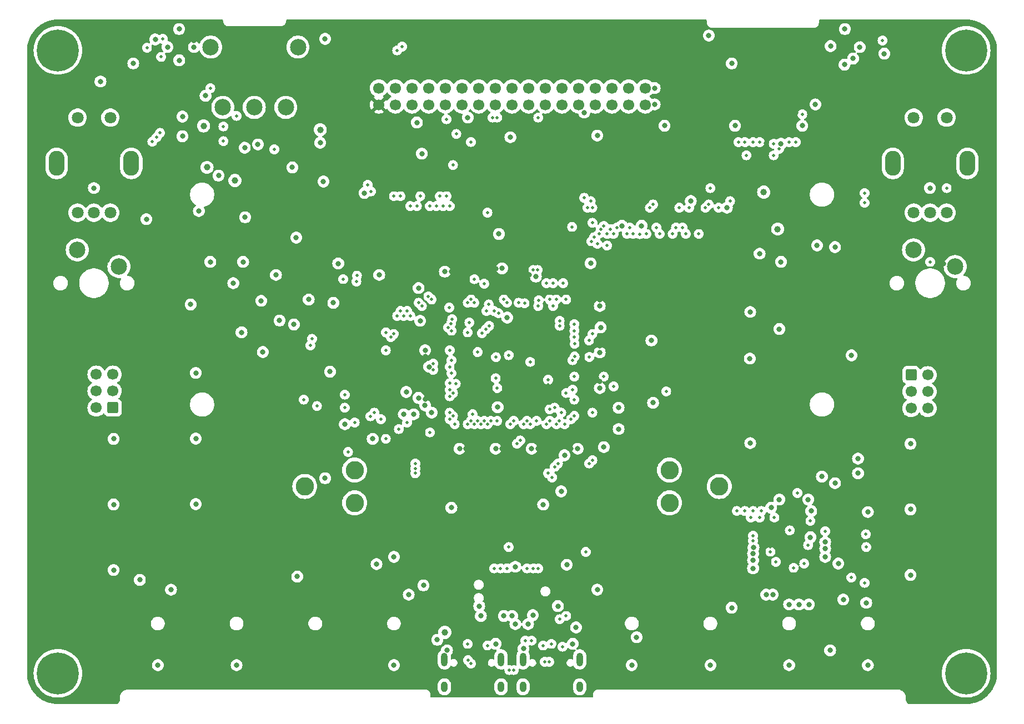
<source format=gbr>
%TF.GenerationSoftware,KiCad,Pcbnew,8.0.5*%
%TF.CreationDate,2024-12-13T13:38:04+01:00*%
%TF.ProjectId,KLST_PANDA,4b4c5354-5f50-4414-9e44-412e6b696361,rev?*%
%TF.SameCoordinates,Original*%
%TF.FileFunction,Copper,L4,Inr*%
%TF.FilePolarity,Positive*%
%FSLAX46Y46*%
G04 Gerber Fmt 4.6, Leading zero omitted, Abs format (unit mm)*
G04 Created by KiCad (PCBNEW 8.0.5) date 2024-12-13 13:38:04*
%MOMM*%
%LPD*%
G01*
G04 APERTURE LIST*
G04 Aperture macros list*
%AMRoundRect*
0 Rectangle with rounded corners*
0 $1 Rounding radius*
0 $2 $3 $4 $5 $6 $7 $8 $9 X,Y pos of 4 corners*
0 Add a 4 corners polygon primitive as box body*
4,1,4,$2,$3,$4,$5,$6,$7,$8,$9,$2,$3,0*
0 Add four circle primitives for the rounded corners*
1,1,$1+$1,$2,$3*
1,1,$1+$1,$4,$5*
1,1,$1+$1,$6,$7*
1,1,$1+$1,$8,$9*
0 Add four rect primitives between the rounded corners*
20,1,$1+$1,$2,$3,$4,$5,0*
20,1,$1+$1,$4,$5,$6,$7,0*
20,1,$1+$1,$6,$7,$8,$9,0*
20,1,$1+$1,$8,$9,$2,$3,0*%
G04 Aperture macros list end*
%TA.AperFunction,ComponentPad*%
%ADD10RoundRect,0.250000X-0.600000X-0.600000X0.600000X-0.600000X0.600000X0.600000X-0.600000X0.600000X0*%
%TD*%
%TA.AperFunction,ComponentPad*%
%ADD11C,1.700000*%
%TD*%
%TA.AperFunction,ComponentPad*%
%ADD12C,0.800000*%
%TD*%
%TA.AperFunction,ComponentPad*%
%ADD13C,6.400000*%
%TD*%
%TA.AperFunction,ComponentPad*%
%ADD14RoundRect,0.250000X0.600000X0.600000X-0.600000X0.600000X-0.600000X-0.600000X0.600000X-0.600000X0*%
%TD*%
%TA.AperFunction,ComponentPad*%
%ADD15C,2.500000*%
%TD*%
%TA.AperFunction,ComponentPad*%
%ADD16O,1.000000X2.100000*%
%TD*%
%TA.AperFunction,ComponentPad*%
%ADD17O,1.000000X1.600000*%
%TD*%
%TA.AperFunction,ComponentPad*%
%ADD18C,2.800000*%
%TD*%
%TA.AperFunction,ComponentPad*%
%ADD19O,2.400000X3.800000*%
%TD*%
%TA.AperFunction,ComponentPad*%
%ADD20C,1.800000*%
%TD*%
%TA.AperFunction,ViaPad*%
%ADD21C,0.800000*%
%TD*%
%TA.AperFunction,ViaPad*%
%ADD22C,0.500000*%
%TD*%
%TA.AperFunction,ViaPad*%
%ADD23C,1.000000*%
%TD*%
G04 APERTURE END LIST*
D10*
%TO.N,GND*%
%TO.C,J5*%
X185100000Y-104500000D03*
D11*
%TO.N,_IDC_SERIAL_01_TX*%
X187640000Y-104500000D03*
%TO.N,Net-(D9-K)*%
X185100000Y-107040000D03*
X187640000Y-107040000D03*
%TO.N,_IDC_SERIAL_01_RX*%
X185100000Y-109580000D03*
%TO.N,GND*%
X187640000Y-109580000D03*
%TD*%
D12*
%TO.N,GND*%
%TO.C,H2*%
X191100000Y-55000000D03*
X191802944Y-53302944D03*
X191802944Y-56697056D03*
X193500000Y-52600000D03*
D13*
X193500000Y-55000000D03*
D12*
X193500000Y-57400000D03*
X195197056Y-53302944D03*
X195197056Y-56697056D03*
X195900000Y-55000000D03*
%TD*%
D14*
%TO.N,GND*%
%TO.C,J6*%
X63400000Y-109500000D03*
D11*
%TO.N,_IDC_SERIAL_00_TX*%
X60860000Y-109500000D03*
%TO.N,Net-(D10-K)*%
X63400000Y-106960000D03*
X60860000Y-106960000D03*
%TO.N,_IDC_SERIAL_00_RX*%
X63400000Y-104420000D03*
%TO.N,GND*%
X60860000Y-104420000D03*
%TD*%
D15*
%TO.N,*%
%TO.C,SW3*%
X78306688Y-54500000D03*
X91606662Y-54500000D03*
%TO.N,+5V*%
X80156573Y-63699898D03*
%TO.N,/battery/+5V_OUT*%
X84956675Y-63699898D03*
%TO.N,unconnected-(SW3-C-Pad3)*%
X89756777Y-63699898D03*
%TD*%
D16*
%TO.N,GND*%
%TO.C,J9*%
X125930000Y-147870000D03*
D17*
X125930000Y-152050000D03*
D16*
X134570000Y-147870000D03*
D17*
X134570000Y-152050000D03*
%TD*%
D12*
%TO.N,GND*%
%TO.C,H1*%
X52600000Y-55000000D03*
X53302944Y-53302944D03*
X53302944Y-56697056D03*
X55000000Y-52600000D03*
D13*
X55000000Y-55000000D03*
D12*
X55000000Y-57400000D03*
X56697056Y-53302944D03*
X56697056Y-56697056D03*
X57400000Y-55000000D03*
%TD*%
D16*
%TO.N,GND*%
%TO.C,J10*%
X113930000Y-147870000D03*
D17*
X113930000Y-152050000D03*
D16*
X122570000Y-147870000D03*
D17*
X122570000Y-152050000D03*
%TD*%
D12*
%TO.N,GND*%
%TO.C,H4*%
X191100000Y-150000000D03*
X191802944Y-148302944D03*
X191802944Y-151697056D03*
X193500000Y-147600000D03*
D13*
X193500000Y-150000000D03*
D12*
X193500000Y-152400000D03*
X195197056Y-148302944D03*
X195197056Y-151697056D03*
X195900000Y-150000000D03*
%TD*%
D11*
%TO.N,+3.3V*%
%TO.C,J13*%
X103930000Y-63290000D03*
%TO.N,+5V*%
X103930000Y-60750000D03*
%TO.N,GND*%
X106470000Y-63290000D03*
X106470000Y-60750000D03*
%TO.N,GPIO_00_PWM*%
X109010000Y-63290000D03*
%TO.N,GPIO_01_PWM*%
X109010000Y-60750000D03*
%TO.N,GPIO_02_PWM*%
X111550000Y-63290000D03*
%TO.N,GPIO_03_PWM*%
X111550000Y-60750000D03*
%TO.N,GPIO_04_ADC*%
X114090000Y-63290000D03*
%TO.N,GPIO_05_ADC*%
X114090000Y-60750000D03*
%TO.N,GPIO_06*%
X116630000Y-63290000D03*
%TO.N,GPIO_07*%
X116630000Y-60750000D03*
%TO.N,GPIO_08*%
X119170000Y-63290000D03*
%TO.N,GPIO_09*%
X119170000Y-60750000D03*
%TO.N,GPIO_10*%
X121710000Y-63290000D03*
%TO.N,GPIO_11*%
X121710000Y-60750000D03*
%TO.N,GPIO_12*%
X124250000Y-63290000D03*
%TO.N,GPIO_13*%
X124250000Y-60750000D03*
%TO.N,GPIO_14*%
X126790000Y-63290000D03*
%TO.N,GPIO_15*%
X126790000Y-60750000D03*
%TO.N,GPIO_16*%
X129330000Y-63290000D03*
%TO.N,GPIO_17*%
X129330000Y-60750000D03*
%TO.N,GPIO_18*%
X131870000Y-63290000D03*
%TO.N,GND*%
X131870000Y-60750000D03*
%TO.N,SERIAL_USR_RX*%
X134410000Y-63290000D03*
%TO.N,SPI_USR_CS*%
X134410000Y-60750000D03*
%TO.N,SERIAL_USR_TX*%
X136950000Y-63290000D03*
%TO.N,SPI_USR_MISO*%
X136950000Y-60750000D03*
%TO.N,I2C_USR_SDA*%
X139490000Y-63290000D03*
%TO.N,SPI_USR_MOSI*%
X139490000Y-60750000D03*
%TO.N,I2C_USR_SCL*%
X142030000Y-63290000D03*
%TO.N,SPI_USR_SCK*%
X142030000Y-60750000D03*
%TO.N,GND*%
X144570000Y-63290000D03*
X144570000Y-60750000D03*
%TD*%
D12*
%TO.N,GND*%
%TO.C,H3*%
X52600000Y-150000000D03*
X53302944Y-148302944D03*
X53302944Y-151697056D03*
X55000000Y-147600000D03*
D13*
X55000000Y-150000000D03*
D12*
X55000000Y-152400000D03*
X56697056Y-148302944D03*
X56697056Y-151697056D03*
X57400000Y-150000000D03*
%TD*%
D18*
%TO.N,GND*%
%TO.C,J4*%
X155850000Y-121500000D03*
X148251000Y-124000000D03*
X148250000Y-119000000D03*
%TD*%
%TO.N,/battery/(BAT_PLUS)*%
%TO.C,J3*%
X92650000Y-121500000D03*
X100249000Y-119000000D03*
X100250000Y-124000000D03*
%TD*%
D19*
%TO.N,*%
%TO.C,SW5*%
X66200000Y-72250000D03*
X54800000Y-72250000D03*
D20*
%TO.N,Net-(C43-Pad1)*%
X63000000Y-79750000D03*
%TO.N,Net-(C41-Pad1)*%
X58000000Y-79750000D03*
%TO.N,GND*%
X60500000Y-79750000D03*
X63000000Y-65250000D03*
%TO.N,Net-(R33-Pad1)*%
X58000000Y-65250000D03*
%TD*%
D19*
%TO.N,*%
%TO.C,SW4*%
X193700000Y-72250000D03*
X182300000Y-72250000D03*
D20*
%TO.N,Net-(C40-Pad1)*%
X190500000Y-79750000D03*
%TO.N,Net-(C38-Pad1)*%
X185500000Y-79750000D03*
%TO.N,GND*%
X188000000Y-79750000D03*
X190500000Y-65250000D03*
%TO.N,Net-(R27-Pad1)*%
X185500000Y-65250000D03*
%TD*%
D15*
%TO.N,Net-(R52-Pad1)*%
%TO.C,SW8*%
X64310000Y-87960000D03*
%TO.N,GND*%
X57960000Y-85420000D03*
%TD*%
%TO.N,Net-(R50-Pad1)*%
%TO.C,SW7*%
X191810000Y-87960000D03*
%TO.N,GND*%
X185460000Y-85420000D03*
%TD*%
D21*
%TO.N,GND*%
X144000000Y-81749978D03*
X170500000Y-63249994D03*
X146000000Y-60750000D03*
D22*
X129750006Y-105250000D03*
D21*
X151500000Y-77970000D03*
X168500000Y-66500000D03*
D22*
X164500000Y-133000000D03*
D21*
X91000000Y-96800000D03*
X114000000Y-88750000D03*
X110500000Y-70750000D03*
X178250000Y-139250000D03*
X95750000Y-53250000D03*
X119250000Y-139750000D03*
X82250000Y-148749996D03*
X169859500Y-125250000D03*
X98750000Y-112000000D03*
X88800000Y-96200000D03*
X165000000Y-97500000D03*
X121750000Y-115750000D03*
X73500000Y-51750000D03*
X106250000Y-132250000D03*
X119497781Y-141250000D03*
X165000000Y-123500000D03*
X115000000Y-124750000D03*
X63500000Y-124250000D03*
X170750000Y-84750000D03*
X124250000Y-141250000D03*
X147500000Y-66500000D03*
X137625000Y-106500000D03*
X67500000Y-135750000D03*
X177000000Y-119500000D03*
X70250000Y-148750000D03*
X131750000Y-122250000D03*
X177264831Y-54508694D03*
X104000000Y-89250000D03*
X137625000Y-101068775D03*
X60500000Y-76000000D03*
X73510312Y-56525000D03*
X75250000Y-93750000D03*
X122730000Y-88250000D03*
X90750000Y-72849949D03*
X124000000Y-68250000D03*
X83500000Y-69849949D03*
X121750000Y-145500000D03*
D22*
X163654674Y-131444911D03*
D21*
X136225812Y-87475812D03*
X165250000Y-87250000D03*
X169400000Y-123500000D03*
X145500000Y-99250000D03*
X116250000Y-115750000D03*
X76039554Y-104200138D03*
X134250000Y-115750000D03*
X123000000Y-141250000D03*
X110984274Y-109140500D03*
X168000000Y-139500000D03*
X126000000Y-146250000D03*
X132599992Y-133445000D03*
X110999980Y-100750034D03*
X161063407Y-130813407D03*
X166500000Y-139500000D03*
X68500000Y-80750000D03*
X108500000Y-138000000D03*
X169500000Y-139500000D03*
D22*
X168800000Y-133250020D03*
D21*
X165250000Y-69250000D03*
X178500002Y-148750000D03*
X161000000Y-131750000D03*
X103588434Y-133338438D03*
D22*
X122000000Y-106500000D03*
D21*
X172750000Y-146500000D03*
X174933058Y-57183058D03*
X134000000Y-143000000D03*
X75750000Y-54500000D03*
X127250000Y-115750000D03*
X66500000Y-57000000D03*
D22*
X119020000Y-101020000D03*
D21*
X95000000Y-69099949D03*
X110250000Y-96250000D03*
X154250000Y-52750000D03*
X114333295Y-146510209D03*
X63500000Y-114250000D03*
D22*
X130250000Y-145500000D03*
D21*
X178499996Y-125400000D03*
X127888779Y-89512816D03*
X91338329Y-83553567D03*
X108124999Y-107100001D03*
X83000000Y-98000000D03*
X133500000Y-145500000D03*
X109250000Y-110500000D03*
X157750000Y-140000000D03*
X172000008Y-130000000D03*
X171500000Y-120000000D03*
X101750000Y-76750000D03*
X97000000Y-93500000D03*
X135250000Y-64500000D03*
X111620602Y-103256972D03*
X181000000Y-55500000D03*
X95750000Y-120250000D03*
X141000000Y-81750000D03*
X124750000Y-133750000D03*
X122052188Y-109418303D03*
X122250000Y-83000000D03*
X96500000Y-104000000D03*
D22*
X167199500Y-133899647D03*
D21*
X158250000Y-66500000D03*
X127429984Y-141128976D03*
X137625000Y-93990808D03*
X172000000Y-130975000D03*
X83550000Y-80450000D03*
X106250000Y-148750000D03*
X163000000Y-138000000D03*
X85500000Y-69349949D03*
X88250000Y-89250000D03*
X129000000Y-124250000D03*
X76039554Y-114200138D03*
X71724994Y-54500000D03*
X63500000Y-134250000D03*
X143250000Y-144500000D03*
X93250000Y-93000000D03*
X154500000Y-148750000D03*
X166500000Y-148750004D03*
X145750000Y-108750000D03*
X137250000Y-137250000D03*
X95500000Y-75000000D03*
X161999996Y-86000000D03*
X172000000Y-132250000D03*
X97750000Y-87500000D03*
X79500000Y-74099949D03*
X172824171Y-54350762D03*
X76500000Y-79500000D03*
X175000000Y-51750000D03*
X177000000Y-117250000D03*
X160564338Y-114895358D03*
X185000000Y-135000000D03*
D22*
X123765216Y-101479131D03*
D21*
X160500000Y-102000000D03*
X174000000Y-133250000D03*
X110750000Y-136590000D03*
X173500000Y-85000000D03*
X91500000Y-135250000D03*
X74000000Y-65099949D03*
X109750000Y-66000000D03*
X61500000Y-59750000D03*
D22*
X169400000Y-130450003D03*
D21*
X187970622Y-76000000D03*
X146000000Y-63250000D03*
X176250000Y-56250000D03*
X76039554Y-124200138D03*
X72250000Y-137250000D03*
X78250000Y-87250000D03*
X174750000Y-138750000D03*
D22*
X127000000Y-102500000D03*
D21*
X142500004Y-148750000D03*
X137250000Y-68000000D03*
X83250000Y-87250000D03*
X117500000Y-65250000D03*
X160564338Y-94895358D03*
X69850000Y-53340000D03*
X185000000Y-115000000D03*
X103000000Y-114250000D03*
X157750000Y-57000000D03*
X110000000Y-91250000D03*
X164000000Y-138000000D03*
X132250000Y-116750000D03*
X185000000Y-125000000D03*
X123500000Y-95750000D03*
X138250000Y-115500000D03*
X126698738Y-142500000D03*
X74000000Y-68099949D03*
X157000000Y-79000000D03*
X110000000Y-108000000D03*
X161000000Y-132750000D03*
D22*
%TO.N,NRST*%
X108250000Y-111750000D03*
X121805325Y-101790691D03*
X121750000Y-105000012D03*
X114749994Y-105750000D03*
%TO.N,/audio_codec/MIC_BIAS*%
X172000000Y-128328248D03*
X167749996Y-122500002D03*
%TO.N,/audio_codec/LINE_OUT_RIGHT*%
X175985000Y-135400000D03*
X178000000Y-136200000D03*
D21*
%TO.N,+3.3VA*%
X112000002Y-110250002D03*
X107750000Y-110500000D03*
X81750000Y-90500000D03*
X86250000Y-101000000D03*
%TO.N,+3.3V*%
X91500000Y-137750000D03*
X62500000Y-87000000D03*
X161500000Y-64500000D03*
X177250000Y-53250000D03*
X86250000Y-138000000D03*
X182000000Y-113000000D03*
X59500000Y-68500000D03*
X163500000Y-64500000D03*
D22*
X129730000Y-105980000D03*
D21*
X107125000Y-134750000D03*
X164500000Y-64500000D03*
X160500000Y-64500000D03*
X111433058Y-94816942D03*
D22*
X119020000Y-101980000D03*
D21*
X117199503Y-115750000D03*
D22*
X123000000Y-106500000D03*
D21*
X77500000Y-90000000D03*
X162500000Y-64500000D03*
X165500000Y-64500000D03*
X126881876Y-89215070D03*
X73250000Y-136500000D03*
D22*
X121055325Y-102540691D03*
D21*
X190000000Y-87500000D03*
X189299643Y-76000000D03*
D22*
X169399996Y-131800000D03*
D21*
X121759272Y-88278597D03*
X115000000Y-88750000D03*
X111001039Y-108191145D03*
X157000000Y-81500000D03*
X167500000Y-64500000D03*
X137625000Y-93041417D03*
X59000000Y-76000000D03*
D22*
X163609216Y-130703702D03*
D21*
X121710014Y-141289984D03*
X75750000Y-53500000D03*
X136500000Y-133500000D03*
X66500000Y-101000000D03*
X137625000Y-105500000D03*
X116000000Y-88250000D03*
X122750000Y-115750000D03*
X111020214Y-101719751D03*
X128250000Y-115750000D03*
X68500000Y-57000000D03*
X124254442Y-117870558D03*
X85250000Y-135000000D03*
X62000000Y-76000000D03*
X140500052Y-67250000D03*
X187000000Y-68500000D03*
X114250000Y-134500000D03*
X111748981Y-97600541D03*
X133250000Y-115750000D03*
D22*
X130000000Y-100250000D03*
D21*
X108500000Y-133000000D03*
X166500000Y-64500000D03*
X123192042Y-110375000D03*
X186468777Y-76000012D03*
X137625000Y-100068783D03*
X163054992Y-69195008D03*
D22*
%TO.N,_DISPLAY_ON_OFF*%
X139750000Y-83000000D03*
X119000000Y-111500000D03*
%TO.N,_CARD_SDMMC_CK*%
X164155000Y-69250000D03*
X164155000Y-71000000D03*
%TO.N,Net-(D1-K)*%
X180750000Y-53500000D03*
%TO.N,_CARD_SDMMC_CHIP_DETECT*%
X168500000Y-64750000D03*
%TO.N,_ENCODER_00_BUTTON*%
X133750000Y-96750000D03*
X178000000Y-76750000D03*
%TO.N,_ENCODER_01_BUTTON*%
X109500000Y-118000000D03*
X132250000Y-112000000D03*
X131250000Y-118000000D03*
X94500000Y-109250000D03*
%TO.N,_BUTTON_PROGRAMMER*%
X135500000Y-131500000D03*
X121997911Y-111507478D03*
%TO.N,/audio_codec/(MIC_IN_LEFT)*%
X161000000Y-129000000D03*
X164250000Y-126250006D03*
%TO.N,_MECH_BUTTON_00*%
X147750000Y-106999994D03*
X188000000Y-87250000D03*
X138250000Y-104750000D03*
X139750000Y-106250000D03*
%TO.N,_LED_01*%
X130750000Y-118500000D03*
X69414588Y-68920823D03*
X109500000Y-118750000D03*
X131750000Y-110250000D03*
X92500000Y-108250000D03*
%TO.N,_CARD_SDMMC_D0*%
X166500000Y-69000000D03*
%TO.N,_CARD_SDMMC_D1*%
X164997017Y-70008949D03*
X167500000Y-69000000D03*
%TO.N,_CARD_SDMMC_D2*%
X159750000Y-69000000D03*
%TO.N,_CARD_SDMMC_D3*%
X161000000Y-69000000D03*
X158750000Y-69000000D03*
%TO.N,_CARD_SDMMC_CMD*%
X160000004Y-71000000D03*
X162000000Y-69000000D03*
%TO.N,_LED_00*%
X136500000Y-110250000D03*
%TO.N,Net-(D2-K)*%
X68580000Y-54610000D03*
%TO.N,/audio_codec/(MIC_IN_RIGHT)*%
X160999983Y-129750000D03*
X169750002Y-126750000D03*
D23*
%TO.N,/battery/(BAT_PLUS)*%
X95000010Y-67099949D03*
D22*
X98500005Y-89875000D03*
X98750000Y-109500000D03*
X98750000Y-107500000D03*
X100250000Y-111750010D03*
D23*
%TO.N,+5V*%
X113999984Y-143750000D03*
X162625000Y-76625000D03*
X164750000Y-82250000D03*
D21*
%TO.N,/USB/VBUS_HOST_OUT*%
X86000000Y-93200000D03*
X112852064Y-144887360D03*
D22*
%TO.N,/USB/USB_CONNECTOR_MINUS*%
X129250000Y-148250000D03*
X131500012Y-141750000D03*
X117525500Y-148000000D03*
X123845701Y-149490510D03*
%TO.N,_SWD_IO*%
X130000000Y-109750000D03*
X131500000Y-97000000D03*
X129750000Y-119500000D03*
%TO.N,_SWD_CLK*%
X131500000Y-96249998D03*
X130374997Y-120125003D03*
X130741116Y-109491116D03*
%TO.N,_SWD_OUT*%
X123750000Y-130749978D03*
X118250000Y-110500000D03*
X120713417Y-93750000D03*
%TO.N,/USB/USB_CONNECTOR_PLUS*%
X124508824Y-149500000D03*
X118000000Y-148500000D03*
X129902713Y-148250944D03*
X132500000Y-141250000D03*
%TO.N,_AUDIO_CODEC_I2C_SCL*%
X159749987Y-125250013D03*
X124000000Y-112000000D03*
X139250000Y-82250000D03*
%TO.N,_AUDIO_CODEC_I2C_SDA*%
X138750000Y-83000000D03*
X124500000Y-111500000D03*
X158500000Y-125250000D03*
%TO.N,_IDC_SERIAL_00_TX*%
X110000000Y-93500000D03*
X93750003Y-98999994D03*
X111500008Y-92500000D03*
%TO.N,_IDC_SERIAL_00_RX*%
X110500000Y-94000000D03*
X111975000Y-93000000D03*
X93500000Y-100000000D03*
%TO.N,_IDC_SERIAL_01_TX*%
X125500000Y-114500000D03*
%TO.N,_IDC_SERIAL_01_RX*%
X125000000Y-115000000D03*
%TO.N,Net-(J9-CC1)*%
X127250000Y-145000000D03*
X128991051Y-145752983D03*
D21*
%TO.N,_USB_DEVICE_HOST_VBUS*%
X124749970Y-142500030D03*
X131250000Y-139750000D03*
X140500000Y-112750000D03*
X137750000Y-97250000D03*
X77525000Y-61924768D03*
X140500000Y-109500000D03*
D22*
%TO.N,BOOT0*%
X104250000Y-111250000D03*
X105000000Y-98000000D03*
X107000000Y-112750000D03*
X118500000Y-93500000D03*
%TO.N,_EXT_MEMORY_CHIP_SELECT*%
X133449500Y-102250000D03*
%TO.N,_EXT_MEMORY_CLK*%
X115000000Y-104250000D03*
%TO.N,_EXT_MEMORY_DQS*%
X119500000Y-112000000D03*
%TO.N,_EXT_MEMORY_A2*%
X133750002Y-110750000D03*
%TO.N,_EXT_MEMORY_A1*%
X132500000Y-107250000D03*
%TO.N,_EXT_MEMORY_A0*%
X133250000Y-111250000D03*
%TO.N,_EXT_MEMORY_A3*%
X115000000Y-102250000D03*
%TO.N,_EXT_MEMORY_A4*%
X126000000Y-112000000D03*
%TO.N,_EXT_MEMORY_A7*%
X128000000Y-111500000D03*
%TO.N,_EXT_MEMORY_A6*%
X127000000Y-112000000D03*
%TO.N,_EXT_MEMORY_A5*%
X126500000Y-111500000D03*
%TO.N,_ENCODER_00_A*%
X178000000Y-78250000D03*
X133750000Y-97750000D03*
%TO.N,_ENCODER_00_B*%
X190500006Y-76000000D03*
X136500000Y-117500000D03*
%TO.N,_ENCODER_01_A*%
X114750000Y-110250000D03*
X103250000Y-110250000D03*
%TO.N,_ENCODER_01_B*%
X115250000Y-110750000D03*
X102669067Y-110790467D03*
%TO.N,_MIDI_ANALOG_IN*%
X130500000Y-94000008D03*
X105750000Y-98749998D03*
%TO.N,_AUDIO_MIC_CLK*%
X115250000Y-107250000D03*
X70575000Y-67593413D03*
X100605244Y-89355244D03*
X106750000Y-55000000D03*
%TO.N,_AUDIO_CODEC_SAI_SD_OUT*%
X114675000Y-94239508D03*
X160662868Y-126241822D03*
%TO.N,GPIO_11*%
X120500000Y-79750000D03*
%TO.N,GPIO_10*%
X114950000Y-96689644D03*
X110250000Y-77250000D03*
%TO.N,GPIO_09*%
X109750000Y-78750000D03*
X114500000Y-97250000D03*
%TO.N,GPIO_08*%
X115000000Y-97750000D03*
X114250000Y-65500000D03*
X108750000Y-78750000D03*
%TO.N,GPIO_03_PWM*%
X108750000Y-95500000D03*
%TO.N,GPIO_02_PWM*%
X108250000Y-94750000D03*
X107250000Y-77250000D03*
%TO.N,GPIO_01_PWM*%
X107750000Y-95500000D03*
%TO.N,GPIO_00_PWM*%
X107250000Y-94750000D03*
%TO.N,GPIO_07*%
X106250000Y-77250000D03*
X106750000Y-95500000D03*
%TO.N,_ADC_USR*%
X105000008Y-100750000D03*
X114750030Y-100750000D03*
%TO.N,_AUDIO_CODEC_SAI_MCLK*%
X112250000Y-102750000D03*
X166600000Y-128200000D03*
%TO.N,_AUDIO_CODEC_SAI_SCK*%
X114725000Y-103250000D03*
X162249990Y-125250000D03*
%TO.N,_AUDIO_CODEC_SAI_FS*%
X162008876Y-126258884D03*
X112249988Y-103750000D03*
%TO.N,SPI_USR_MISO*%
X128250000Y-65249992D03*
X121500000Y-94750000D03*
X114250000Y-77250000D03*
%TO.N,SPI_USR_MOSI*%
X122170827Y-95085404D03*
X114750000Y-78750000D03*
%TO.N,SERIAL_USR_RX*%
X118525500Y-89894977D03*
X115500000Y-112000000D03*
%TO.N,_DAC_USR*%
X105000000Y-114250000D03*
X111750000Y-113250000D03*
%TO.N,Net-(J9-CC2)*%
X131944473Y-145944473D03*
X126250000Y-145000000D03*
%TO.N,_AUDIO_CODEC_SAI_SD_IN*%
X161000000Y-125250000D03*
X120989860Y-111510140D03*
%TO.N,GPIO_05_ADC*%
X115125000Y-96000000D03*
%TO.N,GPIO_04_ADC*%
X117500000Y-98000000D03*
%TO.N,GPIO_17*%
X111724500Y-78750000D03*
X117750000Y-96500000D03*
%TO.N,_MECH_BUTTON_01*%
X133750000Y-104750000D03*
X99250000Y-116250000D03*
X109500008Y-119500000D03*
X136000000Y-118000000D03*
%TO.N,GPIO_16*%
X112724500Y-78750000D03*
X120250000Y-97500000D03*
%TO.N,GPIO_15*%
X113250000Y-77250000D03*
X120750000Y-97000000D03*
X117980159Y-68980159D03*
X121263213Y-65250000D03*
%TO.N,GPIO_14*%
X125250000Y-93500000D03*
X115250000Y-72500000D03*
%TO.N,GPIO_13*%
X126156587Y-93575000D03*
X115749994Y-67750006D03*
%TO.N,_MIDI_ANALOG_OUT*%
X106250000Y-98250002D03*
X130000000Y-92999954D03*
%TO.N,SPI_USR_SCK*%
X128250000Y-94000000D03*
%TO.N,GPIO_12*%
X122000000Y-65250000D03*
X128331163Y-93105663D03*
%TO.N,SERIAL_USR_TX*%
X128158876Y-88500000D03*
%TO.N,SPI_USR_CS*%
X120346850Y-94749994D03*
X113750000Y-78750000D03*
%TO.N,_AUDIO_MIC_DATA*%
X70749998Y-56000000D03*
X70075000Y-68250000D03*
X100511831Y-90261831D03*
X70999994Y-53249982D03*
X114750000Y-107750000D03*
X107500000Y-54425000D03*
%TO.N,_DISPLAY_BACKLIGHT_PWM*%
X133750000Y-98750000D03*
%TO.N,/display/DISPLAY_CATHODE_MINUS_OUT*%
X102749998Y-76500000D03*
X154500000Y-76000000D03*
%TO.N,/display/DISPLAY_ANODE_PLUS_22V_OUT*%
X157500000Y-78000000D03*
X102250000Y-75500000D03*
%TO.N,_DISPLAY_LTDC_R0*%
X123475000Y-93500000D03*
X133414124Y-81914124D03*
%TO.N,_DISPLAY_LTDC_R1*%
X155750000Y-79000004D03*
X114750000Y-111250012D03*
%TO.N,_DISPLAY_LTDC_R2*%
X132050000Y-90500018D03*
X137250000Y-84500000D03*
%TO.N,_DISPLAY_LTDC_R3*%
X132500000Y-93000004D03*
X138750000Y-84775000D03*
%TO.N,_DISPLAY_LTDC_R4*%
X135250000Y-77500000D03*
X117500000Y-112000000D03*
X154250000Y-78500018D03*
X135741228Y-79000000D03*
%TO.N,_DISPLAY_LTDC_R5*%
X115672129Y-105864752D03*
X153750000Y-79000000D03*
%TO.N,_DISPLAY_LTDC_R6*%
X136349258Y-84118078D03*
X131000000Y-93000000D03*
%TO.N,_DISPLAY_LTDC_R7*%
X131000000Y-112000000D03*
X152725000Y-83000000D03*
%TO.N,_DISPLAY_LTDC_G0*%
X136750000Y-83499500D03*
X120500000Y-112000000D03*
%TO.N,_DISPLAY_LTDC_G1*%
X137502171Y-82975000D03*
X120000000Y-111500000D03*
%TO.N,_DISPLAY_LTDC_G2*%
X118000011Y-111500011D03*
X136500006Y-79000000D03*
X136250000Y-78000000D03*
X151250000Y-79000000D03*
%TO.N,_DISPLAY_LTDC_G3*%
X150750000Y-83000000D03*
X136500000Y-98250000D03*
%TO.N,_DISPLAY_LTDC_G4*%
X150250000Y-82000000D03*
X131427707Y-111479191D03*
%TO.N,_DISPLAY_LTDC_G5*%
X114750000Y-106749988D03*
X149750000Y-79000006D03*
%TO.N,_DISPLAY_LTDC_G6*%
X149250000Y-82000000D03*
X135975716Y-99251335D03*
%TO.N,_DISPLAY_LTDC_G7*%
X148739860Y-82989860D03*
X136049500Y-101750000D03*
%TO.N,_DISPLAY_LTDC_B0*%
X123000000Y-93000000D03*
X136511001Y-81301751D03*
%TO.N,_DISPLAY_LTDC_B1*%
X137752392Y-82252392D03*
X130500000Y-90500000D03*
%TO.N,_DISPLAY_LTDC_B2*%
X138250000Y-81750000D03*
X129510536Y-90509744D03*
%TO.N,_DISPLAY_LTDC_B3*%
X146750000Y-83000000D03*
X133750026Y-108250000D03*
%TO.N,_DISPLAY_LTDC_B4*%
X129500000Y-112000000D03*
X146250000Y-82000000D03*
%TO.N,_DISPLAY_LTDC_B5*%
X120000000Y-90574500D03*
X145750000Y-78500000D03*
%TO.N,_DISPLAY_LTDC_B6*%
X118000000Y-92999994D03*
X145274538Y-79000000D03*
%TO.N,_DISPLAY_LTDC_B7*%
X144750000Y-82997911D03*
X117500000Y-93500000D03*
%TO.N,_DISPLAY_LTDC_CLK*%
X133784075Y-101693302D03*
X143750000Y-83023807D03*
%TO.N,_DISPLAY_LTDC_HSYNC*%
X142739860Y-82989860D03*
X133775000Y-99769786D03*
%TO.N,_DISPLAY_LTDC_VSYNC*%
X142236056Y-82000000D03*
X118500000Y-112000000D03*
%TO.N,_DISPLAY_LTDC_DE*%
X141750000Y-83000000D03*
X130000000Y-111500000D03*
%TO.N,_DISPLAY_TOUCH_INTERRUPT*%
X140241051Y-82002983D03*
X133491129Y-106741129D03*
D21*
%TO.N,+1.8V*%
X161000000Y-134000000D03*
X163750000Y-124750000D03*
X176000000Y-101500000D03*
D22*
%TO.N,/battery/LX*%
X88000000Y-70099949D03*
D23*
%TO.N,/battery/+5V_OUT*%
X82000000Y-74849949D03*
X77750000Y-72849949D03*
X77222415Y-66522364D03*
D22*
%TO.N,Net-(J10-CC2)*%
X117500000Y-145500000D03*
X120500000Y-145750000D03*
%TO.N,GPIO_06*%
X119644917Y-98144917D03*
%TO.N,/programmer/SWD_IO*%
X121500000Y-134000000D03*
%TO.N,/programmer/SWD_CLK*%
X122500000Y-134000000D03*
%TO.N,/programmer/SWD_OUT*%
X123507371Y-133982800D03*
%TO.N,/programmer/SERIAL_RX*%
X127500000Y-134000000D03*
%TO.N,/programmer/SERIAL_TX*%
X128250000Y-134000000D03*
%TO.N,/audio_codec/(LINE_IN_RIGHT)*%
X178250000Y-130750000D03*
X178200000Y-128800000D03*
%TO.N,/battery/(LED_CHRG)*%
X80250000Y-66599949D03*
X80250000Y-68849949D03*
X78250000Y-60750000D03*
%TO.N,/battery/(LED_STDBY)*%
X82250000Y-65000000D03*
%TO.N,/programmer/RST*%
X126500000Y-134000000D03*
%TO.N,GPIO_18*%
X127500000Y-88500000D03*
D21*
%TO.N,+1.8VA*%
X173500000Y-121000000D03*
X169750000Y-129250000D03*
%TD*%
%TA.AperFunction,Conductor*%
%TO.N,+3.3V*%
G36*
X105284855Y-61416546D02*
G01*
X105301575Y-61435842D01*
X105431501Y-61621396D01*
X105431506Y-61621402D01*
X105598597Y-61788493D01*
X105598603Y-61788498D01*
X105784158Y-61918425D01*
X105827783Y-61973002D01*
X105834977Y-62042500D01*
X105803454Y-62104855D01*
X105784158Y-62121575D01*
X105598597Y-62251505D01*
X105431505Y-62418597D01*
X105301269Y-62604595D01*
X105246692Y-62648220D01*
X105177194Y-62655414D01*
X105114839Y-62623891D01*
X105098119Y-62604595D01*
X105044925Y-62528626D01*
X105044925Y-62528625D01*
X104412962Y-63160589D01*
X104395925Y-63097007D01*
X104330099Y-62982993D01*
X104237007Y-62889901D01*
X104122993Y-62824075D01*
X104059410Y-62807037D01*
X104691373Y-62175073D01*
X104691373Y-62175072D01*
X104615405Y-62121880D01*
X104571780Y-62067304D01*
X104564586Y-61997805D01*
X104596108Y-61935451D01*
X104615399Y-61918734D01*
X104801401Y-61788495D01*
X104968495Y-61621401D01*
X105098425Y-61435842D01*
X105153002Y-61392217D01*
X105222500Y-61385023D01*
X105284855Y-61416546D01*
G37*
%TD.AperFunction*%
%TA.AperFunction,Conductor*%
G36*
X80009630Y-50302025D02*
G01*
X80042253Y-50307192D01*
X80079146Y-50319179D01*
X80099765Y-50329685D01*
X80131151Y-50352489D01*
X80147510Y-50368848D01*
X80170314Y-50400234D01*
X80180820Y-50420853D01*
X80192808Y-50457748D01*
X80197973Y-50490359D01*
X80199500Y-50509755D01*
X80199500Y-50578846D01*
X80230261Y-50733489D01*
X80230264Y-50733501D01*
X80290602Y-50879172D01*
X80290609Y-50879185D01*
X80378210Y-51010288D01*
X80378213Y-51010292D01*
X80489707Y-51121786D01*
X80489711Y-51121789D01*
X80620814Y-51209390D01*
X80620827Y-51209397D01*
X80766498Y-51269735D01*
X80766503Y-51269737D01*
X80890602Y-51294422D01*
X80921153Y-51300499D01*
X80921156Y-51300500D01*
X80921158Y-51300500D01*
X89078844Y-51300500D01*
X89078845Y-51300499D01*
X89233497Y-51269737D01*
X89379179Y-51209394D01*
X89510289Y-51121789D01*
X89621789Y-51010289D01*
X89709394Y-50879179D01*
X89769737Y-50733497D01*
X89800500Y-50578842D01*
X89800500Y-50509749D01*
X89802025Y-50490370D01*
X89807192Y-50457744D01*
X89819177Y-50420857D01*
X89829687Y-50400230D01*
X89852486Y-50368851D01*
X89868851Y-50352486D01*
X89900230Y-50329687D01*
X89920857Y-50319177D01*
X89957744Y-50307192D01*
X89990369Y-50302025D01*
X90009756Y-50300500D01*
X90047595Y-50300500D01*
X153702405Y-50300500D01*
X153740244Y-50300500D01*
X153759630Y-50302025D01*
X153792253Y-50307192D01*
X153829146Y-50319179D01*
X153849765Y-50329685D01*
X153881151Y-50352489D01*
X153897510Y-50368848D01*
X153920314Y-50400234D01*
X153930820Y-50420853D01*
X153942808Y-50457748D01*
X153947972Y-50490349D01*
X153949499Y-50509749D01*
X153949499Y-50799551D01*
X153949500Y-50799564D01*
X153949500Y-50828846D01*
X153980261Y-50983489D01*
X153980264Y-50983501D01*
X154040602Y-51129171D01*
X154040609Y-51129184D01*
X154099811Y-51217785D01*
X154128211Y-51260288D01*
X154239710Y-51371788D01*
X154239713Y-51371790D01*
X154239714Y-51371791D01*
X154370813Y-51459389D01*
X154370817Y-51459391D01*
X154370820Y-51459393D01*
X154516502Y-51519737D01*
X154516506Y-51519737D01*
X154516507Y-51519738D01*
X154671153Y-51550500D01*
X154671156Y-51550500D01*
X170328844Y-51550500D01*
X170328845Y-51550499D01*
X170483497Y-51519737D01*
X170629179Y-51459394D01*
X170760289Y-51371789D01*
X170871789Y-51260289D01*
X170959394Y-51129179D01*
X171019737Y-50983497D01*
X171050500Y-50828842D01*
X171050500Y-50750000D01*
X171050500Y-50702405D01*
X171050500Y-50509749D01*
X171052025Y-50490370D01*
X171057192Y-50457744D01*
X171069177Y-50420857D01*
X171079687Y-50400230D01*
X171102486Y-50368851D01*
X171118851Y-50352486D01*
X171150230Y-50329687D01*
X171170857Y-50319177D01*
X171207744Y-50307192D01*
X171240369Y-50302025D01*
X171259756Y-50300500D01*
X171297595Y-50300500D01*
X193452405Y-50300500D01*
X193497294Y-50300500D01*
X193502702Y-50300617D01*
X193904202Y-50318147D01*
X193914937Y-50319087D01*
X194310693Y-50371189D01*
X194321331Y-50373064D01*
X194711043Y-50459462D01*
X194721483Y-50462260D01*
X195102168Y-50582289D01*
X195112315Y-50585982D01*
X195481102Y-50738739D01*
X195490893Y-50743305D01*
X195770494Y-50888856D01*
X195844942Y-50927611D01*
X195854310Y-50933019D01*
X196190959Y-51147488D01*
X196199820Y-51153693D01*
X196516487Y-51396680D01*
X196524774Y-51403634D01*
X196819056Y-51673294D01*
X196826705Y-51680943D01*
X197096365Y-51975225D01*
X197103319Y-51983512D01*
X197346306Y-52300179D01*
X197352511Y-52309040D01*
X197566980Y-52645689D01*
X197572388Y-52655057D01*
X197756691Y-53009099D01*
X197761263Y-53018903D01*
X197914013Y-53387674D01*
X197917713Y-53397840D01*
X198037738Y-53778512D01*
X198040538Y-53788960D01*
X198126933Y-54178660D01*
X198128811Y-54189314D01*
X198180910Y-54585042D01*
X198181853Y-54595818D01*
X198199382Y-54997297D01*
X198199500Y-55002706D01*
X198199500Y-149997293D01*
X198199382Y-150002702D01*
X198181853Y-150404181D01*
X198180910Y-150414957D01*
X198128811Y-150810685D01*
X198126933Y-150821339D01*
X198040538Y-151211039D01*
X198037738Y-151221487D01*
X197917713Y-151602159D01*
X197914013Y-151612325D01*
X197761263Y-151981096D01*
X197756691Y-151990900D01*
X197572388Y-152344942D01*
X197566980Y-152354310D01*
X197352511Y-152690959D01*
X197346306Y-152699820D01*
X197103319Y-153016487D01*
X197096365Y-153024774D01*
X196826705Y-153319056D01*
X196819056Y-153326705D01*
X196524774Y-153596365D01*
X196516487Y-153603319D01*
X196199820Y-153846306D01*
X196190959Y-153852511D01*
X195854310Y-154066980D01*
X195844942Y-154072388D01*
X195490900Y-154256691D01*
X195481096Y-154261263D01*
X195112325Y-154414013D01*
X195102159Y-154417713D01*
X194721487Y-154537738D01*
X194711039Y-154540538D01*
X194321339Y-154626933D01*
X194310685Y-154628811D01*
X193914957Y-154680910D01*
X193904181Y-154681853D01*
X193502703Y-154699382D01*
X193497294Y-154699500D01*
X185006093Y-154699500D01*
X184993939Y-154698903D01*
X184943081Y-154693893D01*
X184875688Y-154687256D01*
X184851848Y-154682514D01*
X184743997Y-154649798D01*
X184721541Y-154640496D01*
X184622150Y-154587370D01*
X184601940Y-154573866D01*
X184514820Y-154502369D01*
X184497630Y-154485179D01*
X184426133Y-154398059D01*
X184412629Y-154377849D01*
X184359501Y-154278453D01*
X184350201Y-154256002D01*
X184336063Y-154209394D01*
X184317483Y-154148145D01*
X184312744Y-154124317D01*
X184301097Y-154006061D01*
X184300500Y-153993907D01*
X184300500Y-153647648D01*
X184268477Y-153445465D01*
X184205218Y-153250776D01*
X184171503Y-153184607D01*
X184112287Y-153068390D01*
X184099289Y-153050500D01*
X183991971Y-152902786D01*
X183847213Y-152758028D01*
X183681613Y-152637715D01*
X183681612Y-152637714D01*
X183681610Y-152637713D01*
X183624653Y-152608691D01*
X183499223Y-152544781D01*
X183304534Y-152481522D01*
X183129995Y-152453878D01*
X183102352Y-152449500D01*
X183102351Y-152449500D01*
X137454033Y-152449500D01*
X137453959Y-152449494D01*
X137447822Y-152449494D01*
X137447644Y-152449442D01*
X137317570Y-152449454D01*
X137162922Y-152480230D01*
X137162918Y-152480231D01*
X137017247Y-152540584D01*
X137017242Y-152540587D01*
X136886142Y-152628197D01*
X136886135Y-152628203D01*
X136774648Y-152739703D01*
X136774645Y-152739706D01*
X136687048Y-152870815D01*
X136687045Y-152870820D01*
X136626708Y-153016498D01*
X136626707Y-153016501D01*
X136626707Y-153016502D01*
X136603593Y-153132713D01*
X136595946Y-153171159D01*
X136595947Y-153228915D01*
X136595947Y-153490239D01*
X136594420Y-153509638D01*
X136589252Y-153542265D01*
X136577267Y-153579154D01*
X136566757Y-153599784D01*
X136543950Y-153631177D01*
X136527582Y-153647545D01*
X136496204Y-153670344D01*
X136475575Y-153680857D01*
X136438684Y-153692848D01*
X136406362Y-153697971D01*
X136386950Y-153699500D01*
X112009756Y-153699500D01*
X111990360Y-153697973D01*
X111974110Y-153695399D01*
X111957749Y-153692808D01*
X111920853Y-153680820D01*
X111900234Y-153670314D01*
X111868848Y-153647510D01*
X111852489Y-153631151D01*
X111829685Y-153599765D01*
X111819179Y-153579146D01*
X111807192Y-153542253D01*
X111802025Y-153509630D01*
X111800500Y-153490244D01*
X111800500Y-153171155D01*
X111800499Y-153171153D01*
X111799949Y-153168387D01*
X111769737Y-153016503D01*
X111757842Y-152987785D01*
X111709397Y-152870827D01*
X111709390Y-152870814D01*
X111621789Y-152739711D01*
X111621786Y-152739707D01*
X111510292Y-152628213D01*
X111510288Y-152628210D01*
X111379185Y-152540609D01*
X111379172Y-152540602D01*
X111233501Y-152480264D01*
X111233489Y-152480261D01*
X111078845Y-152449500D01*
X111078842Y-152449500D01*
X111039562Y-152449500D01*
X65797595Y-152449500D01*
X65750000Y-152449500D01*
X65647648Y-152449500D01*
X65623329Y-152453351D01*
X65445465Y-152481522D01*
X65250776Y-152544781D01*
X65068386Y-152637715D01*
X64902786Y-152758028D01*
X64758028Y-152902786D01*
X64637715Y-153068386D01*
X64544781Y-153250776D01*
X64481522Y-153445465D01*
X64449500Y-153647648D01*
X64449500Y-153993907D01*
X64448903Y-154006062D01*
X64437256Y-154124311D01*
X64432514Y-154148151D01*
X64399798Y-154256002D01*
X64390495Y-154278461D01*
X64337370Y-154377849D01*
X64323866Y-154398059D01*
X64252369Y-154485179D01*
X64235179Y-154502369D01*
X64148059Y-154573866D01*
X64127849Y-154587370D01*
X64028461Y-154640495D01*
X64006002Y-154649798D01*
X63898151Y-154682514D01*
X63874311Y-154687256D01*
X63787215Y-154695834D01*
X63756060Y-154698903D01*
X63743907Y-154699500D01*
X55002706Y-154699500D01*
X54997297Y-154699382D01*
X54595818Y-154681853D01*
X54585042Y-154680910D01*
X54189314Y-154628811D01*
X54178660Y-154626933D01*
X53788960Y-154540538D01*
X53778512Y-154537738D01*
X53397840Y-154417713D01*
X53387674Y-154414013D01*
X53018903Y-154261263D01*
X53009099Y-154256691D01*
X52655057Y-154072388D01*
X52645689Y-154066980D01*
X52309040Y-153852511D01*
X52300179Y-153846306D01*
X51983512Y-153603319D01*
X51975225Y-153596365D01*
X51680943Y-153326705D01*
X51673294Y-153319056D01*
X51403634Y-153024774D01*
X51396680Y-153016487D01*
X51153693Y-152699820D01*
X51147488Y-152690959D01*
X51107512Y-152628210D01*
X50933018Y-152354309D01*
X50927611Y-152344942D01*
X50743308Y-151990900D01*
X50738736Y-151981096D01*
X50585982Y-151612315D01*
X50582286Y-151602159D01*
X50536883Y-151458160D01*
X50462260Y-151221483D01*
X50459461Y-151211039D01*
X50432333Y-151088674D01*
X50373064Y-150821331D01*
X50371188Y-150810685D01*
X50368195Y-150787949D01*
X50319087Y-150414937D01*
X50318147Y-150404202D01*
X50300618Y-150002702D01*
X50300559Y-149999999D01*
X51294422Y-149999999D01*
X51294422Y-150000000D01*
X51314722Y-150387339D01*
X51375397Y-150770427D01*
X51375398Y-150770433D01*
X51386183Y-150810685D01*
X51475788Y-151145094D01*
X51614787Y-151507197D01*
X51790877Y-151852793D01*
X52002122Y-152178082D01*
X52002124Y-152178084D01*
X52246219Y-152479516D01*
X52520484Y-152753781D01*
X52665008Y-152870814D01*
X52821917Y-152997877D01*
X53147206Y-153209122D01*
X53147211Y-153209125D01*
X53492806Y-153385214D01*
X53854913Y-153524214D01*
X54229567Y-153624602D01*
X54612662Y-153685278D01*
X54978576Y-153704455D01*
X54999999Y-153705578D01*
X55000000Y-153705578D01*
X55000001Y-153705578D01*
X55020301Y-153704514D01*
X55387338Y-153685278D01*
X55770433Y-153624602D01*
X56145087Y-153524214D01*
X56507194Y-153385214D01*
X56852789Y-153209125D01*
X57178084Y-152997876D01*
X57479516Y-152753781D01*
X57753781Y-152479516D01*
X57778862Y-152448543D01*
X112929499Y-152448543D01*
X112967947Y-152641829D01*
X112967950Y-152641839D01*
X113043364Y-152823907D01*
X113043371Y-152823920D01*
X113152860Y-152987781D01*
X113152863Y-152987785D01*
X113292214Y-153127136D01*
X113292218Y-153127139D01*
X113456079Y-153236628D01*
X113456092Y-153236635D01*
X113638160Y-153312049D01*
X113638165Y-153312051D01*
X113638169Y-153312051D01*
X113638170Y-153312052D01*
X113831456Y-153350500D01*
X113831459Y-153350500D01*
X114028543Y-153350500D01*
X114166550Y-153323048D01*
X114221835Y-153312051D01*
X114403914Y-153236632D01*
X114567782Y-153127139D01*
X114707139Y-152987782D01*
X114816632Y-152823914D01*
X114892051Y-152641835D01*
X114904632Y-152578582D01*
X114930500Y-152448543D01*
X121569499Y-152448543D01*
X121607947Y-152641829D01*
X121607950Y-152641839D01*
X121683364Y-152823907D01*
X121683371Y-152823920D01*
X121792860Y-152987781D01*
X121792863Y-152987785D01*
X121932214Y-153127136D01*
X121932218Y-153127139D01*
X122096079Y-153236628D01*
X122096092Y-153236635D01*
X122278160Y-153312049D01*
X122278165Y-153312051D01*
X122278169Y-153312051D01*
X122278170Y-153312052D01*
X122471456Y-153350500D01*
X122471459Y-153350500D01*
X122668543Y-153350500D01*
X122806550Y-153323048D01*
X122861835Y-153312051D01*
X123043914Y-153236632D01*
X123207782Y-153127139D01*
X123347139Y-152987782D01*
X123456632Y-152823914D01*
X123532051Y-152641835D01*
X123544632Y-152578582D01*
X123570500Y-152448543D01*
X124929499Y-152448543D01*
X124967947Y-152641829D01*
X124967950Y-152641839D01*
X125043364Y-152823907D01*
X125043371Y-152823920D01*
X125152860Y-152987781D01*
X125152863Y-152987785D01*
X125292214Y-153127136D01*
X125292218Y-153127139D01*
X125456079Y-153236628D01*
X125456092Y-153236635D01*
X125638160Y-153312049D01*
X125638165Y-153312051D01*
X125638169Y-153312051D01*
X125638170Y-153312052D01*
X125831456Y-153350500D01*
X125831459Y-153350500D01*
X126028543Y-153350500D01*
X126166550Y-153323048D01*
X126221835Y-153312051D01*
X126403914Y-153236632D01*
X126567782Y-153127139D01*
X126707139Y-152987782D01*
X126816632Y-152823914D01*
X126892051Y-152641835D01*
X126904632Y-152578582D01*
X126930500Y-152448543D01*
X133569499Y-152448543D01*
X133607947Y-152641829D01*
X133607950Y-152641839D01*
X133683364Y-152823907D01*
X133683371Y-152823920D01*
X133792860Y-152987781D01*
X133792863Y-152987785D01*
X133932214Y-153127136D01*
X133932218Y-153127139D01*
X134096079Y-153236628D01*
X134096092Y-153236635D01*
X134278160Y-153312049D01*
X134278165Y-153312051D01*
X134278169Y-153312051D01*
X134278170Y-153312052D01*
X134471456Y-153350500D01*
X134471459Y-153350500D01*
X134668543Y-153350500D01*
X134806550Y-153323048D01*
X134861835Y-153312051D01*
X135043914Y-153236632D01*
X135207782Y-153127139D01*
X135347139Y-152987782D01*
X135456632Y-152823914D01*
X135532051Y-152641835D01*
X135544632Y-152578582D01*
X135570500Y-152448543D01*
X135570500Y-151651456D01*
X135532052Y-151458170D01*
X135532051Y-151458169D01*
X135532051Y-151458165D01*
X135532049Y-151458160D01*
X135456635Y-151276092D01*
X135456628Y-151276079D01*
X135347139Y-151112218D01*
X135347136Y-151112214D01*
X135207785Y-150972863D01*
X135207781Y-150972860D01*
X135043920Y-150863371D01*
X135043907Y-150863364D01*
X134861839Y-150787950D01*
X134861829Y-150787947D01*
X134668543Y-150749500D01*
X134668541Y-150749500D01*
X134471459Y-150749500D01*
X134471457Y-150749500D01*
X134278170Y-150787947D01*
X134278160Y-150787950D01*
X134096092Y-150863364D01*
X134096079Y-150863371D01*
X133932218Y-150972860D01*
X133932214Y-150972863D01*
X133792863Y-151112214D01*
X133792860Y-151112218D01*
X133683371Y-151276079D01*
X133683364Y-151276092D01*
X133607950Y-151458160D01*
X133607947Y-151458170D01*
X133569500Y-151651456D01*
X133569500Y-151651459D01*
X133569500Y-152448541D01*
X133569500Y-152448543D01*
X133569499Y-152448543D01*
X126930500Y-152448543D01*
X126930500Y-151651456D01*
X126892052Y-151458170D01*
X126892051Y-151458169D01*
X126892051Y-151458165D01*
X126892049Y-151458160D01*
X126816635Y-151276092D01*
X126816628Y-151276079D01*
X126707139Y-151112218D01*
X126707136Y-151112214D01*
X126567785Y-150972863D01*
X126567781Y-150972860D01*
X126403920Y-150863371D01*
X126403907Y-150863364D01*
X126221839Y-150787950D01*
X126221829Y-150787947D01*
X126028543Y-150749500D01*
X126028541Y-150749500D01*
X125831459Y-150749500D01*
X125831457Y-150749500D01*
X125638170Y-150787947D01*
X125638160Y-150787950D01*
X125456092Y-150863364D01*
X125456079Y-150863371D01*
X125292218Y-150972860D01*
X125292214Y-150972863D01*
X125152863Y-151112214D01*
X125152860Y-151112218D01*
X125043371Y-151276079D01*
X125043364Y-151276092D01*
X124967950Y-151458160D01*
X124967947Y-151458170D01*
X124929500Y-151651456D01*
X124929500Y-151651459D01*
X124929500Y-152448541D01*
X124929500Y-152448543D01*
X124929499Y-152448543D01*
X123570500Y-152448543D01*
X123570500Y-151651456D01*
X123532052Y-151458170D01*
X123532051Y-151458169D01*
X123532051Y-151458165D01*
X123532049Y-151458160D01*
X123456635Y-151276092D01*
X123456628Y-151276079D01*
X123347139Y-151112218D01*
X123347136Y-151112214D01*
X123207785Y-150972863D01*
X123207781Y-150972860D01*
X123043920Y-150863371D01*
X123043907Y-150863364D01*
X122861839Y-150787950D01*
X122861829Y-150787947D01*
X122668543Y-150749500D01*
X122668541Y-150749500D01*
X122471459Y-150749500D01*
X122471457Y-150749500D01*
X122278170Y-150787947D01*
X122278160Y-150787950D01*
X122096092Y-150863364D01*
X122096079Y-150863371D01*
X121932218Y-150972860D01*
X121932214Y-150972863D01*
X121792863Y-151112214D01*
X121792860Y-151112218D01*
X121683371Y-151276079D01*
X121683364Y-151276092D01*
X121607950Y-151458160D01*
X121607947Y-151458170D01*
X121569500Y-151651456D01*
X121569500Y-151651459D01*
X121569500Y-152448541D01*
X121569500Y-152448543D01*
X121569499Y-152448543D01*
X114930500Y-152448543D01*
X114930500Y-151651456D01*
X114892052Y-151458170D01*
X114892051Y-151458169D01*
X114892051Y-151458165D01*
X114892049Y-151458160D01*
X114816635Y-151276092D01*
X114816628Y-151276079D01*
X114707139Y-151112218D01*
X114707136Y-151112214D01*
X114567785Y-150972863D01*
X114567781Y-150972860D01*
X114403920Y-150863371D01*
X114403907Y-150863364D01*
X114221839Y-150787950D01*
X114221829Y-150787947D01*
X114028543Y-150749500D01*
X114028541Y-150749500D01*
X113831459Y-150749500D01*
X113831457Y-150749500D01*
X113638170Y-150787947D01*
X113638160Y-150787950D01*
X113456092Y-150863364D01*
X113456079Y-150863371D01*
X113292218Y-150972860D01*
X113292214Y-150972863D01*
X113152863Y-151112214D01*
X113152860Y-151112218D01*
X113043371Y-151276079D01*
X113043364Y-151276092D01*
X112967950Y-151458160D01*
X112967947Y-151458170D01*
X112929500Y-151651456D01*
X112929500Y-151651459D01*
X112929500Y-152448541D01*
X112929500Y-152448543D01*
X112929499Y-152448543D01*
X57778862Y-152448543D01*
X57997876Y-152178084D01*
X58209125Y-151852789D01*
X58385214Y-151507194D01*
X58524214Y-151145087D01*
X58624602Y-150770433D01*
X58685278Y-150387338D01*
X58705578Y-150000000D01*
X58685278Y-149612662D01*
X58624602Y-149229567D01*
X58524214Y-148854913D01*
X58483942Y-148750000D01*
X69344540Y-148750000D01*
X69364326Y-148938256D01*
X69364327Y-148938259D01*
X69422818Y-149118277D01*
X69422820Y-149118281D01*
X69422821Y-149118284D01*
X69517467Y-149282216D01*
X69641979Y-149420500D01*
X69644129Y-149422888D01*
X69797265Y-149534148D01*
X69797270Y-149534151D01*
X69970192Y-149611142D01*
X69970197Y-149611144D01*
X70155354Y-149650500D01*
X70155355Y-149650500D01*
X70344644Y-149650500D01*
X70344646Y-149650500D01*
X70529803Y-149611144D01*
X70702730Y-149534151D01*
X70855871Y-149422888D01*
X70982533Y-149282216D01*
X71077179Y-149118284D01*
X71135674Y-148938256D01*
X71155460Y-148750000D01*
X71155460Y-148749996D01*
X81344540Y-148749996D01*
X81364326Y-148938252D01*
X81364327Y-148938255D01*
X81422818Y-149118273D01*
X81422820Y-149118277D01*
X81422821Y-149118280D01*
X81517467Y-149282212D01*
X81578850Y-149350384D01*
X81644129Y-149422884D01*
X81797265Y-149534144D01*
X81797270Y-149534147D01*
X81970192Y-149611138D01*
X81970197Y-149611140D01*
X82155354Y-149650496D01*
X82155355Y-149650496D01*
X82344644Y-149650496D01*
X82344646Y-149650496D01*
X82529803Y-149611140D01*
X82702730Y-149534147D01*
X82855871Y-149422884D01*
X82982533Y-149282212D01*
X83077179Y-149118280D01*
X83135674Y-148938252D01*
X83155460Y-148750000D01*
X105344540Y-148750000D01*
X105364326Y-148938256D01*
X105364327Y-148938259D01*
X105422818Y-149118277D01*
X105422820Y-149118281D01*
X105422821Y-149118284D01*
X105517467Y-149282216D01*
X105641979Y-149420500D01*
X105644129Y-149422888D01*
X105797265Y-149534148D01*
X105797270Y-149534151D01*
X105970192Y-149611142D01*
X105970197Y-149611144D01*
X106155354Y-149650500D01*
X106155355Y-149650500D01*
X106344644Y-149650500D01*
X106344646Y-149650500D01*
X106529803Y-149611144D01*
X106702730Y-149534151D01*
X106855871Y-149422888D01*
X106982533Y-149282216D01*
X107077179Y-149118284D01*
X107135674Y-148938256D01*
X107155460Y-148750000D01*
X107135674Y-148561744D01*
X107121637Y-148518543D01*
X112929499Y-148518543D01*
X112967947Y-148711829D01*
X112967950Y-148711839D01*
X113043364Y-148893907D01*
X113043371Y-148893920D01*
X113152860Y-149057781D01*
X113152863Y-149057785D01*
X113292214Y-149197136D01*
X113292218Y-149197139D01*
X113456079Y-149306628D01*
X113456092Y-149306635D01*
X113638160Y-149382049D01*
X113638165Y-149382051D01*
X113638169Y-149382051D01*
X113638170Y-149382052D01*
X113831456Y-149420500D01*
X113831459Y-149420500D01*
X114028543Y-149420500D01*
X114158582Y-149394632D01*
X114221835Y-149382051D01*
X114403914Y-149306632D01*
X114567782Y-149197139D01*
X114707139Y-149057782D01*
X114816632Y-148893914D01*
X114816631Y-148893914D01*
X114820017Y-148888848D01*
X114821474Y-148889821D01*
X114864595Y-148845903D01*
X114932729Y-148830426D01*
X114998414Y-148854242D01*
X115000502Y-148855809D01*
X115006632Y-148860512D01*
X115006635Y-148860515D01*
X115137865Y-148936281D01*
X115284234Y-148975500D01*
X115284236Y-148975500D01*
X115435764Y-148975500D01*
X115435766Y-148975500D01*
X115582135Y-148936281D01*
X115713365Y-148860515D01*
X115820515Y-148753365D01*
X115896281Y-148622135D01*
X115935500Y-148475766D01*
X115935500Y-148324234D01*
X115896281Y-148177865D01*
X115890619Y-148168059D01*
X115841445Y-148082887D01*
X115820515Y-148046635D01*
X115773877Y-147999997D01*
X116770251Y-147999997D01*
X116770251Y-148000002D01*
X116789185Y-148168056D01*
X116845045Y-148327694D01*
X116845047Y-148327697D01*
X116935018Y-148470884D01*
X116935023Y-148470890D01*
X117054609Y-148590476D01*
X117054615Y-148590481D01*
X117197807Y-148680455D01*
X117221455Y-148688730D01*
X117278232Y-148729451D01*
X117297544Y-148764818D01*
X117319544Y-148827693D01*
X117409518Y-148970884D01*
X117409523Y-148970890D01*
X117529109Y-149090476D01*
X117529115Y-149090481D01*
X117672302Y-149180452D01*
X117672305Y-149180454D01*
X117672309Y-149180455D01*
X117672310Y-149180456D01*
X117719979Y-149197136D01*
X117831943Y-149236314D01*
X117999997Y-149255249D01*
X118000000Y-149255249D01*
X118000003Y-149255249D01*
X118168056Y-149236314D01*
X118168059Y-149236313D01*
X118327690Y-149180456D01*
X118327692Y-149180454D01*
X118327694Y-149180454D01*
X118327697Y-149180452D01*
X118470884Y-149090481D01*
X118470885Y-149090480D01*
X118470890Y-149090477D01*
X118590477Y-148970890D01*
X118590481Y-148970884D01*
X118680452Y-148827697D01*
X118680454Y-148827694D01*
X118680454Y-148827692D01*
X118680456Y-148827690D01*
X118736313Y-148668059D01*
X118736313Y-148668058D01*
X118736314Y-148668056D01*
X118755249Y-148500002D01*
X118755249Y-148499997D01*
X118736314Y-148331943D01*
X118696367Y-148217781D01*
X118680456Y-148172310D01*
X118680455Y-148172309D01*
X118680454Y-148172305D01*
X118680452Y-148172302D01*
X118590481Y-148029115D01*
X118590476Y-148029109D01*
X118470890Y-147909523D01*
X118442054Y-147891404D01*
X118327690Y-147819544D01*
X118304042Y-147811269D01*
X118247266Y-147770547D01*
X118227955Y-147735181D01*
X118205956Y-147672310D01*
X118205952Y-147672302D01*
X118115981Y-147529115D01*
X118115976Y-147529109D01*
X117996390Y-147409523D01*
X117996384Y-147409518D01*
X117853197Y-147319547D01*
X117853194Y-147319545D01*
X117693556Y-147263685D01*
X117525503Y-147244751D01*
X117525497Y-147244751D01*
X117357443Y-147263685D01*
X117197805Y-147319545D01*
X117197802Y-147319547D01*
X117054615Y-147409518D01*
X117054609Y-147409523D01*
X116935023Y-147529109D01*
X116935018Y-147529115D01*
X116845047Y-147672302D01*
X116845045Y-147672305D01*
X116789185Y-147831943D01*
X116770251Y-147999997D01*
X115773877Y-147999997D01*
X115713365Y-147939485D01*
X115625682Y-147888861D01*
X115582136Y-147863719D01*
X115477584Y-147835705D01*
X115435766Y-147824500D01*
X115284234Y-147824500D01*
X115137862Y-147863719D01*
X115116499Y-147876054D01*
X115048598Y-147892525D01*
X114982572Y-147869673D01*
X114939382Y-147814751D01*
X114930500Y-147768666D01*
X114930500Y-147240320D01*
X114950185Y-147173281D01*
X114962341Y-147157357D01*
X115065828Y-147042425D01*
X115160474Y-146878493D01*
X115218969Y-146698465D01*
X115238755Y-146510209D01*
X115218969Y-146321953D01*
X115160474Y-146141925D01*
X115065828Y-145977993D01*
X114939166Y-145837321D01*
X114925910Y-145827690D01*
X114786029Y-145726060D01*
X114786024Y-145726057D01*
X114613102Y-145649066D01*
X114613097Y-145649064D01*
X114461184Y-145616775D01*
X114427941Y-145609709D01*
X114238649Y-145609709D01*
X114206192Y-145616607D01*
X114053492Y-145649064D01*
X114053487Y-145649066D01*
X113880565Y-145726057D01*
X113880560Y-145726060D01*
X113727424Y-145837320D01*
X113600761Y-145977994D01*
X113506116Y-146141924D01*
X113506113Y-146141931D01*
X113447622Y-146321948D01*
X113447622Y-146321949D01*
X113447621Y-146321953D01*
X113445674Y-146340476D01*
X113440465Y-146390035D01*
X113413879Y-146454649D01*
X113386036Y-146480173D01*
X113292214Y-146542863D01*
X113152863Y-146682214D01*
X113152860Y-146682218D01*
X113043371Y-146846079D01*
X113043364Y-146846092D01*
X112967950Y-147028160D01*
X112967947Y-147028170D01*
X112929500Y-147221456D01*
X112929500Y-147221459D01*
X112929500Y-148518541D01*
X112929500Y-148518543D01*
X112929499Y-148518543D01*
X107121637Y-148518543D01*
X107077179Y-148381716D01*
X106982533Y-148217784D01*
X106855871Y-148077112D01*
X106855870Y-148077111D01*
X106702734Y-147965851D01*
X106702729Y-147965848D01*
X106529807Y-147888857D01*
X106529802Y-147888855D01*
X106384001Y-147857865D01*
X106344646Y-147849500D01*
X106155354Y-147849500D01*
X106122897Y-147856398D01*
X105970197Y-147888855D01*
X105970192Y-147888857D01*
X105797270Y-147965848D01*
X105797265Y-147965851D01*
X105644129Y-148077111D01*
X105517466Y-148217785D01*
X105422821Y-148381715D01*
X105422818Y-148381722D01*
X105364327Y-148561740D01*
X105364326Y-148561744D01*
X105344540Y-148750000D01*
X83155460Y-148750000D01*
X83155460Y-148749996D01*
X83135674Y-148561740D01*
X83077179Y-148381712D01*
X82982533Y-148217780D01*
X82855871Y-148077108D01*
X82855870Y-148077107D01*
X82702734Y-147965847D01*
X82702729Y-147965844D01*
X82529807Y-147888853D01*
X82529802Y-147888851D01*
X82384001Y-147857861D01*
X82344646Y-147849496D01*
X82155354Y-147849496D01*
X82122897Y-147856394D01*
X81970197Y-147888851D01*
X81970192Y-147888853D01*
X81797270Y-147965844D01*
X81797265Y-147965847D01*
X81644129Y-148077107D01*
X81517466Y-148217781D01*
X81422821Y-148381711D01*
X81422818Y-148381718D01*
X81378361Y-148518545D01*
X81364326Y-148561740D01*
X81344540Y-148749996D01*
X71155460Y-148749996D01*
X71135674Y-148561744D01*
X71077179Y-148381716D01*
X70982533Y-148217784D01*
X70855871Y-148077112D01*
X70855870Y-148077111D01*
X70702734Y-147965851D01*
X70702729Y-147965848D01*
X70529807Y-147888857D01*
X70529802Y-147888855D01*
X70384001Y-147857865D01*
X70344646Y-147849500D01*
X70155354Y-147849500D01*
X70122897Y-147856398D01*
X69970197Y-147888855D01*
X69970192Y-147888857D01*
X69797270Y-147965848D01*
X69797265Y-147965851D01*
X69644129Y-148077111D01*
X69517466Y-148217785D01*
X69422821Y-148381715D01*
X69422818Y-148381722D01*
X69364327Y-148561740D01*
X69364326Y-148561744D01*
X69344540Y-148750000D01*
X58483942Y-148750000D01*
X58385214Y-148492806D01*
X58209125Y-148147211D01*
X58167351Y-148082885D01*
X57997877Y-147821917D01*
X57753784Y-147520488D01*
X57753781Y-147520484D01*
X57479516Y-147246219D01*
X57227847Y-147042421D01*
X57178082Y-147002122D01*
X56852793Y-146790877D01*
X56507197Y-146614787D01*
X56145094Y-146475788D01*
X56066202Y-146454649D01*
X55770433Y-146375398D01*
X55770429Y-146375397D01*
X55770428Y-146375397D01*
X55387339Y-146314722D01*
X55000001Y-146294422D01*
X54999999Y-146294422D01*
X54612660Y-146314722D01*
X54229572Y-146375397D01*
X54229570Y-146375397D01*
X53854905Y-146475788D01*
X53492802Y-146614787D01*
X53147206Y-146790877D01*
X52821917Y-147002122D01*
X52520488Y-147246215D01*
X52520480Y-147246222D01*
X52246222Y-147520480D01*
X52246215Y-147520488D01*
X52002122Y-147821917D01*
X51790877Y-148147206D01*
X51614787Y-148492802D01*
X51475788Y-148854905D01*
X51375397Y-149229570D01*
X51375397Y-149229572D01*
X51314722Y-149612660D01*
X51294422Y-149999999D01*
X50300559Y-149999999D01*
X50300500Y-149997293D01*
X50300500Y-144887360D01*
X111946604Y-144887360D01*
X111966390Y-145075616D01*
X111966391Y-145075619D01*
X112024882Y-145255637D01*
X112024885Y-145255644D01*
X112119531Y-145419576D01*
X112191947Y-145500002D01*
X112246193Y-145560248D01*
X112399329Y-145671508D01*
X112399334Y-145671511D01*
X112572256Y-145748502D01*
X112572261Y-145748504D01*
X112757418Y-145787860D01*
X112757419Y-145787860D01*
X112946708Y-145787860D01*
X112946710Y-145787860D01*
X113131867Y-145748504D01*
X113304794Y-145671511D01*
X113457935Y-145560248D01*
X113512185Y-145499997D01*
X116744751Y-145499997D01*
X116744751Y-145500002D01*
X116763685Y-145668056D01*
X116819545Y-145827694D01*
X116819547Y-145827697D01*
X116909518Y-145970884D01*
X116909523Y-145970890D01*
X117029109Y-146090476D01*
X117029115Y-146090481D01*
X117172302Y-146180452D01*
X117172305Y-146180454D01*
X117172309Y-146180455D01*
X117172310Y-146180456D01*
X117244913Y-146205860D01*
X117331943Y-146236314D01*
X117499997Y-146255249D01*
X117500000Y-146255249D01*
X117500003Y-146255249D01*
X117668056Y-146236314D01*
X117678213Y-146232760D01*
X117827690Y-146180456D01*
X117827692Y-146180454D01*
X117827694Y-146180454D01*
X117827697Y-146180452D01*
X117970884Y-146090481D01*
X117970885Y-146090480D01*
X117970890Y-146090477D01*
X118090477Y-145970890D01*
X118123675Y-145918056D01*
X118180452Y-145827697D01*
X118180454Y-145827694D01*
X118180454Y-145827692D01*
X118180456Y-145827690D01*
X118207642Y-145749997D01*
X119744751Y-145749997D01*
X119744751Y-145750002D01*
X119763685Y-145918056D01*
X119819545Y-146077694D01*
X119819547Y-146077697D01*
X119909518Y-146220884D01*
X119909523Y-146220890D01*
X120029109Y-146340476D01*
X120029115Y-146340481D01*
X120172302Y-146430452D01*
X120172305Y-146430454D01*
X120172309Y-146430455D01*
X120172310Y-146430456D01*
X120194610Y-146438259D01*
X120331943Y-146486314D01*
X120499997Y-146505249D01*
X120500000Y-146505249D01*
X120500003Y-146505249D01*
X120668056Y-146486314D01*
X120685606Y-146480173D01*
X120827690Y-146430456D01*
X120827692Y-146430454D01*
X120827694Y-146430454D01*
X120827697Y-146430452D01*
X120970884Y-146340481D01*
X120970885Y-146340480D01*
X120970890Y-146340477D01*
X121065970Y-146245397D01*
X121127293Y-146211912D01*
X121196985Y-146216896D01*
X121226533Y-146232758D01*
X121280780Y-146272170D01*
X121297270Y-146284151D01*
X121470192Y-146361142D01*
X121470197Y-146361144D01*
X121655354Y-146400500D01*
X121655355Y-146400500D01*
X121775216Y-146400500D01*
X121842255Y-146420185D01*
X121888010Y-146472989D01*
X121897954Y-146542147D01*
X121868929Y-146605703D01*
X121862897Y-146612181D01*
X121792863Y-146682214D01*
X121792860Y-146682218D01*
X121683371Y-146846079D01*
X121683364Y-146846092D01*
X121607950Y-147028160D01*
X121607947Y-147028170D01*
X121569500Y-147221456D01*
X121569500Y-147768666D01*
X121549815Y-147835705D01*
X121497011Y-147881460D01*
X121427853Y-147891404D01*
X121383501Y-147876054D01*
X121362137Y-147863719D01*
X121243544Y-147831943D01*
X121215766Y-147824500D01*
X121064234Y-147824500D01*
X120917863Y-147863719D01*
X120786635Y-147939485D01*
X120786632Y-147939487D01*
X120679487Y-148046632D01*
X120679485Y-148046635D01*
X120603719Y-148177863D01*
X120584137Y-148250946D01*
X120564500Y-148324234D01*
X120564500Y-148475766D01*
X120584109Y-148548950D01*
X120603719Y-148622136D01*
X120630233Y-148668059D01*
X120679485Y-148753365D01*
X120786635Y-148860515D01*
X120917865Y-148936281D01*
X121064234Y-148975500D01*
X121064236Y-148975500D01*
X121215764Y-148975500D01*
X121215766Y-148975500D01*
X121362135Y-148936281D01*
X121493365Y-148860515D01*
X121493374Y-148860505D01*
X121499488Y-148855815D01*
X121564656Y-148830617D01*
X121633101Y-148844650D01*
X121679025Y-148889488D01*
X121679983Y-148888849D01*
X121683009Y-148893378D01*
X121683094Y-148893461D01*
X121683228Y-148893706D01*
X121792860Y-149057781D01*
X121792863Y-149057785D01*
X121932214Y-149197136D01*
X121932218Y-149197139D01*
X122096079Y-149306628D01*
X122096092Y-149306635D01*
X122278160Y-149382049D01*
X122278165Y-149382051D01*
X122278169Y-149382051D01*
X122278170Y-149382052D01*
X122471456Y-149420500D01*
X122471459Y-149420500D01*
X122668543Y-149420500D01*
X122798582Y-149394632D01*
X122861835Y-149382051D01*
X122920255Y-149357852D01*
X122989722Y-149350384D01*
X123052201Y-149381659D01*
X123087854Y-149441748D01*
X123090927Y-149486295D01*
X123090452Y-149490511D01*
X123090452Y-149490512D01*
X123109386Y-149658566D01*
X123165246Y-149818204D01*
X123165248Y-149818207D01*
X123255219Y-149961394D01*
X123255224Y-149961400D01*
X123374810Y-150080986D01*
X123374816Y-150080991D01*
X123518003Y-150170962D01*
X123518006Y-150170964D01*
X123518010Y-150170965D01*
X123518011Y-150170966D01*
X123568655Y-150188687D01*
X123677644Y-150226824D01*
X123845698Y-150245759D01*
X123845701Y-150245759D01*
X123845704Y-150245759D01*
X124013757Y-150226824D01*
X124013760Y-150226823D01*
X124122746Y-150188686D01*
X124192525Y-150185125D01*
X124204656Y-150188687D01*
X124340763Y-150236313D01*
X124508821Y-150255249D01*
X124508824Y-150255249D01*
X124508827Y-150255249D01*
X124676880Y-150236314D01*
X124704004Y-150226823D01*
X124836514Y-150180456D01*
X124836516Y-150180454D01*
X124836518Y-150180454D01*
X124836521Y-150180452D01*
X124979708Y-150090481D01*
X124979709Y-150090480D01*
X124979714Y-150090477D01*
X125070192Y-149999999D01*
X189794422Y-149999999D01*
X189794422Y-150000000D01*
X189814722Y-150387339D01*
X189875397Y-150770427D01*
X189875398Y-150770433D01*
X189886183Y-150810685D01*
X189975788Y-151145094D01*
X190114787Y-151507197D01*
X190290877Y-151852793D01*
X190502122Y-152178082D01*
X190502124Y-152178084D01*
X190746219Y-152479516D01*
X191020484Y-152753781D01*
X191165008Y-152870814D01*
X191321917Y-152997877D01*
X191647206Y-153209122D01*
X191647211Y-153209125D01*
X191992806Y-153385214D01*
X192354913Y-153524214D01*
X192729567Y-153624602D01*
X193112662Y-153685278D01*
X193478576Y-153704455D01*
X193499999Y-153705578D01*
X193500000Y-153705578D01*
X193500001Y-153705578D01*
X193520301Y-153704514D01*
X193887338Y-153685278D01*
X194270433Y-153624602D01*
X194645087Y-153524214D01*
X195007194Y-153385214D01*
X195352789Y-153209125D01*
X195678084Y-152997876D01*
X195979516Y-152753781D01*
X196253781Y-152479516D01*
X196497876Y-152178084D01*
X196709125Y-151852789D01*
X196885214Y-151507194D01*
X197024214Y-151145087D01*
X197124602Y-150770433D01*
X197185278Y-150387338D01*
X197205578Y-150000000D01*
X197185278Y-149612662D01*
X197124602Y-149229567D01*
X197024214Y-148854913D01*
X196885214Y-148492806D01*
X196709125Y-148147211D01*
X196667351Y-148082885D01*
X196497877Y-147821917D01*
X196253784Y-147520488D01*
X196253781Y-147520484D01*
X195979516Y-147246219D01*
X195727847Y-147042421D01*
X195678082Y-147002122D01*
X195352793Y-146790877D01*
X195007197Y-146614787D01*
X194645094Y-146475788D01*
X194566202Y-146454649D01*
X194270433Y-146375398D01*
X194270429Y-146375397D01*
X194270428Y-146375397D01*
X193887339Y-146314722D01*
X193500001Y-146294422D01*
X193499999Y-146294422D01*
X193112660Y-146314722D01*
X192729572Y-146375397D01*
X192729570Y-146375397D01*
X192354905Y-146475788D01*
X191992802Y-146614787D01*
X191647206Y-146790877D01*
X191321917Y-147002122D01*
X191020488Y-147246215D01*
X191020480Y-147246222D01*
X190746222Y-147520480D01*
X190746215Y-147520488D01*
X190502122Y-147821917D01*
X190290877Y-148147206D01*
X190114787Y-148492802D01*
X189975788Y-148854905D01*
X189875397Y-149229570D01*
X189875397Y-149229572D01*
X189814722Y-149612660D01*
X189794422Y-149999999D01*
X125070192Y-149999999D01*
X125099301Y-149970890D01*
X125189276Y-149827697D01*
X125189278Y-149827694D01*
X125189278Y-149827692D01*
X125189280Y-149827690D01*
X125245137Y-149668059D01*
X125245137Y-149668058D01*
X125245138Y-149668056D01*
X125264073Y-149500002D01*
X125264073Y-149499997D01*
X125254774Y-149417471D01*
X125266828Y-149348649D01*
X125314177Y-149297270D01*
X125381787Y-149279645D01*
X125446884Y-149300484D01*
X125456081Y-149306629D01*
X125456092Y-149306635D01*
X125638160Y-149382049D01*
X125638165Y-149382051D01*
X125638169Y-149382051D01*
X125638170Y-149382052D01*
X125831456Y-149420500D01*
X125831459Y-149420500D01*
X126028543Y-149420500D01*
X126158582Y-149394632D01*
X126221835Y-149382051D01*
X126403914Y-149306632D01*
X126567782Y-149197139D01*
X126707139Y-149057782D01*
X126816632Y-148893914D01*
X126816631Y-148893914D01*
X126820017Y-148888848D01*
X126821474Y-148889821D01*
X126864595Y-148845903D01*
X126932729Y-148830426D01*
X126998414Y-148854242D01*
X127000502Y-148855809D01*
X127006632Y-148860512D01*
X127006635Y-148860515D01*
X127137865Y-148936281D01*
X127284234Y-148975500D01*
X127284236Y-148975500D01*
X127435764Y-148975500D01*
X127435766Y-148975500D01*
X127582135Y-148936281D01*
X127713365Y-148860515D01*
X127820515Y-148753365D01*
X127896281Y-148622135D01*
X127935500Y-148475766D01*
X127935500Y-148324234D01*
X127915608Y-148249997D01*
X128494751Y-148249997D01*
X128494751Y-148250002D01*
X128513685Y-148418056D01*
X128569545Y-148577694D01*
X128569547Y-148577697D01*
X128659518Y-148720884D01*
X128659523Y-148720890D01*
X128779109Y-148840476D01*
X128779115Y-148840481D01*
X128922302Y-148930452D01*
X128922305Y-148930454D01*
X128922309Y-148930455D01*
X128922310Y-148930456D01*
X128955767Y-148942163D01*
X129081943Y-148986314D01*
X129249997Y-149005249D01*
X129250000Y-149005249D01*
X129250003Y-149005249D01*
X129418056Y-148986314D01*
X129418059Y-148986313D01*
X129534052Y-148945724D01*
X129603831Y-148942163D01*
X129615962Y-148945725D01*
X129734652Y-148987257D01*
X129902710Y-149006193D01*
X129902713Y-149006193D01*
X129902716Y-149006193D01*
X130070769Y-148987258D01*
X130073470Y-148986313D01*
X130230403Y-148931400D01*
X130230405Y-148931398D01*
X130230407Y-148931398D01*
X130230410Y-148931396D01*
X130373597Y-148841425D01*
X130373598Y-148841424D01*
X130373603Y-148841421D01*
X130493190Y-148721834D01*
X130493787Y-148720884D01*
X130583165Y-148578641D01*
X130583167Y-148578638D01*
X130583167Y-148578636D01*
X130583169Y-148578634D01*
X130639026Y-148419003D01*
X130639026Y-148419002D01*
X130639027Y-148419000D01*
X130657962Y-148250946D01*
X130657962Y-148250941D01*
X130639027Y-148082887D01*
X130598074Y-147965851D01*
X130583169Y-147923254D01*
X130583168Y-147923253D01*
X130583167Y-147923249D01*
X130583165Y-147923246D01*
X130493194Y-147780059D01*
X130493189Y-147780053D01*
X130373603Y-147660467D01*
X130373597Y-147660462D01*
X130230410Y-147570491D01*
X130230407Y-147570489D01*
X130070769Y-147514629D01*
X129902716Y-147495695D01*
X129902710Y-147495695D01*
X129734654Y-147514630D01*
X129618656Y-147555218D01*
X129548877Y-147558779D01*
X129536748Y-147555218D01*
X129418056Y-147513685D01*
X129250003Y-147494751D01*
X129249997Y-147494751D01*
X129081943Y-147513685D01*
X128922305Y-147569545D01*
X128922302Y-147569547D01*
X128779115Y-147659518D01*
X128779109Y-147659523D01*
X128659523Y-147779109D01*
X128659518Y-147779115D01*
X128569547Y-147922302D01*
X128569545Y-147922305D01*
X128513685Y-148081943D01*
X128494751Y-148249997D01*
X127915608Y-148249997D01*
X127896281Y-148177865D01*
X127890619Y-148168059D01*
X127841445Y-148082887D01*
X127820515Y-148046635D01*
X127713365Y-147939485D01*
X127625682Y-147888861D01*
X127582136Y-147863719D01*
X127477584Y-147835705D01*
X127435766Y-147824500D01*
X127284234Y-147824500D01*
X127137862Y-147863719D01*
X127116499Y-147876054D01*
X127048598Y-147892525D01*
X126982572Y-147869673D01*
X126939382Y-147814751D01*
X126930500Y-147768666D01*
X126930500Y-147221456D01*
X126892052Y-147028170D01*
X126892051Y-147028169D01*
X126892051Y-147028165D01*
X126881264Y-147002122D01*
X126816635Y-146846092D01*
X126816633Y-146846089D01*
X126816632Y-146846086D01*
X126794570Y-146813069D01*
X126773694Y-146746395D01*
X126790285Y-146682183D01*
X126827179Y-146618284D01*
X126885674Y-146438256D01*
X126905460Y-146250000D01*
X126885674Y-146061744D01*
X126827179Y-145881716D01*
X126824574Y-145877204D01*
X126808101Y-145809307D01*
X126830952Y-145743280D01*
X126885873Y-145700088D01*
X126955426Y-145693445D01*
X126972916Y-145698164D01*
X127081939Y-145736313D01*
X127249997Y-145755249D01*
X127250000Y-145755249D01*
X127250003Y-145755249D01*
X127270141Y-145752980D01*
X128235802Y-145752980D01*
X128235802Y-145752985D01*
X128254736Y-145921039D01*
X128310596Y-146080677D01*
X128310598Y-146080680D01*
X128400569Y-146223867D01*
X128400574Y-146223873D01*
X128520160Y-146343459D01*
X128520166Y-146343464D01*
X128663353Y-146433435D01*
X128663356Y-146433437D01*
X128663360Y-146433438D01*
X128663361Y-146433439D01*
X128723976Y-146454649D01*
X128822994Y-146489297D01*
X128991048Y-146508232D01*
X128991051Y-146508232D01*
X128991054Y-146508232D01*
X129159107Y-146489297D01*
X129185182Y-146480173D01*
X129318741Y-146433439D01*
X129318743Y-146433437D01*
X129318745Y-146433437D01*
X129318748Y-146433435D01*
X129461935Y-146343464D01*
X129461936Y-146343463D01*
X129461941Y-146343460D01*
X129581528Y-146223873D01*
X129631576Y-146144221D01*
X129683911Y-146097931D01*
X129752964Y-146087283D01*
X129802542Y-146105200D01*
X129918167Y-146177853D01*
X129922307Y-146180454D01*
X129922305Y-146180454D01*
X129922309Y-146180455D01*
X129922310Y-146180456D01*
X129994913Y-146205860D01*
X130081943Y-146236314D01*
X130249997Y-146255249D01*
X130250000Y-146255249D01*
X130250003Y-146255249D01*
X130418056Y-146236314D01*
X130428213Y-146232760D01*
X130577690Y-146180456D01*
X130577692Y-146180454D01*
X130577694Y-146180454D01*
X130577697Y-146180452D01*
X130720884Y-146090481D01*
X130720885Y-146090480D01*
X130720890Y-146090477D01*
X130840477Y-145970890D01*
X130857079Y-145944468D01*
X131189224Y-145944468D01*
X131189224Y-145944475D01*
X131208158Y-146112529D01*
X131264018Y-146272167D01*
X131264020Y-146272170D01*
X131353991Y-146415357D01*
X131353996Y-146415363D01*
X131473582Y-146534949D01*
X131473588Y-146534954D01*
X131616775Y-146624925D01*
X131616778Y-146624927D01*
X131616782Y-146624928D01*
X131616783Y-146624929D01*
X131677464Y-146646162D01*
X131776416Y-146680787D01*
X131944470Y-146699722D01*
X131944473Y-146699722D01*
X131944476Y-146699722D01*
X132112529Y-146680787D01*
X132112532Y-146680786D01*
X132272163Y-146624929D01*
X132272165Y-146624927D01*
X132272167Y-146624927D01*
X132272170Y-146624925D01*
X132415357Y-146534954D01*
X132415358Y-146534953D01*
X132415363Y-146534950D01*
X132534950Y-146415363D01*
X132560062Y-146375398D01*
X132624925Y-146272170D01*
X132624929Y-146272162D01*
X132633730Y-146247011D01*
X132656151Y-146182934D01*
X132696871Y-146126159D01*
X132761823Y-146100411D01*
X132830385Y-146113867D01*
X132865339Y-146140913D01*
X132894129Y-146172888D01*
X132894132Y-146172890D01*
X133047265Y-146284148D01*
X133047270Y-146284151D01*
X133220192Y-146361142D01*
X133220197Y-146361144D01*
X133405354Y-146400500D01*
X133405355Y-146400500D01*
X133594644Y-146400500D01*
X133594646Y-146400500D01*
X133779803Y-146361144D01*
X133779813Y-146361139D01*
X133783531Y-146359932D01*
X133785813Y-146359866D01*
X133786160Y-146359793D01*
X133786173Y-146359856D01*
X133853372Y-146357935D01*
X133913206Y-146394013D01*
X133944036Y-146456713D01*
X133936074Y-146526127D01*
X133909535Y-146565543D01*
X133792860Y-146682218D01*
X133683371Y-146846079D01*
X133683364Y-146846092D01*
X133607950Y-147028160D01*
X133607947Y-147028170D01*
X133569500Y-147221456D01*
X133569500Y-147768666D01*
X133549815Y-147835705D01*
X133497011Y-147881460D01*
X133427853Y-147891404D01*
X133383501Y-147876054D01*
X133362137Y-147863719D01*
X133243544Y-147831943D01*
X133215766Y-147824500D01*
X133064234Y-147824500D01*
X132917863Y-147863719D01*
X132786635Y-147939485D01*
X132786632Y-147939487D01*
X132679487Y-148046632D01*
X132679485Y-148046635D01*
X132603719Y-148177863D01*
X132584137Y-148250946D01*
X132564500Y-148324234D01*
X132564500Y-148475766D01*
X132584109Y-148548950D01*
X132603719Y-148622136D01*
X132630233Y-148668059D01*
X132679485Y-148753365D01*
X132786635Y-148860515D01*
X132917865Y-148936281D01*
X133064234Y-148975500D01*
X133064236Y-148975500D01*
X133215764Y-148975500D01*
X133215766Y-148975500D01*
X133362135Y-148936281D01*
X133493365Y-148860515D01*
X133493374Y-148860505D01*
X133499488Y-148855815D01*
X133564656Y-148830617D01*
X133633101Y-148844650D01*
X133679025Y-148889488D01*
X133679983Y-148888849D01*
X133683009Y-148893378D01*
X133683094Y-148893461D01*
X133683228Y-148893706D01*
X133792860Y-149057781D01*
X133792863Y-149057785D01*
X133932214Y-149197136D01*
X133932218Y-149197139D01*
X134096079Y-149306628D01*
X134096092Y-149306635D01*
X134278160Y-149382049D01*
X134278165Y-149382051D01*
X134278169Y-149382051D01*
X134278170Y-149382052D01*
X134471456Y-149420500D01*
X134471459Y-149420500D01*
X134668543Y-149420500D01*
X134798582Y-149394632D01*
X134861835Y-149382051D01*
X135043914Y-149306632D01*
X135207782Y-149197139D01*
X135347139Y-149057782D01*
X135456632Y-148893914D01*
X135516243Y-148750000D01*
X141594544Y-148750000D01*
X141614330Y-148938256D01*
X141614331Y-148938259D01*
X141672822Y-149118277D01*
X141672824Y-149118281D01*
X141672825Y-149118284D01*
X141767471Y-149282216D01*
X141891983Y-149420500D01*
X141894133Y-149422888D01*
X142047269Y-149534148D01*
X142047274Y-149534151D01*
X142220196Y-149611142D01*
X142220201Y-149611144D01*
X142405358Y-149650500D01*
X142405359Y-149650500D01*
X142594648Y-149650500D01*
X142594650Y-149650500D01*
X142779807Y-149611144D01*
X142952734Y-149534151D01*
X143105875Y-149422888D01*
X143232537Y-149282216D01*
X143327183Y-149118284D01*
X143385678Y-148938256D01*
X143405464Y-148750000D01*
X153594540Y-148750000D01*
X153614326Y-148938256D01*
X153614327Y-148938259D01*
X153672818Y-149118277D01*
X153672820Y-149118281D01*
X153672821Y-149118284D01*
X153767467Y-149282216D01*
X153891979Y-149420500D01*
X153894129Y-149422888D01*
X154047265Y-149534148D01*
X154047270Y-149534151D01*
X154220192Y-149611142D01*
X154220197Y-149611144D01*
X154405354Y-149650500D01*
X154405355Y-149650500D01*
X154594644Y-149650500D01*
X154594646Y-149650500D01*
X154779803Y-149611144D01*
X154952730Y-149534151D01*
X155105871Y-149422888D01*
X155232533Y-149282216D01*
X155327179Y-149118284D01*
X155385674Y-148938256D01*
X155405460Y-148750004D01*
X165594540Y-148750004D01*
X165614326Y-148938260D01*
X165614327Y-148938263D01*
X165672818Y-149118281D01*
X165672821Y-149118288D01*
X165767467Y-149282220D01*
X165889248Y-149417471D01*
X165894129Y-149422892D01*
X166047265Y-149534152D01*
X166047270Y-149534155D01*
X166220192Y-149611146D01*
X166220197Y-149611148D01*
X166405354Y-149650504D01*
X166405355Y-149650504D01*
X166594644Y-149650504D01*
X166594646Y-149650504D01*
X166779803Y-149611148D01*
X166952730Y-149534155D01*
X167105871Y-149422892D01*
X167232533Y-149282220D01*
X167327179Y-149118288D01*
X167385674Y-148938260D01*
X167405460Y-148750004D01*
X167405460Y-148750000D01*
X177594542Y-148750000D01*
X177614328Y-148938256D01*
X177614329Y-148938259D01*
X177672820Y-149118277D01*
X177672822Y-149118281D01*
X177672823Y-149118284D01*
X177767469Y-149282216D01*
X177891981Y-149420500D01*
X177894131Y-149422888D01*
X178047267Y-149534148D01*
X178047272Y-149534151D01*
X178220194Y-149611142D01*
X178220199Y-149611144D01*
X178405356Y-149650500D01*
X178405357Y-149650500D01*
X178594646Y-149650500D01*
X178594648Y-149650500D01*
X178779805Y-149611144D01*
X178952732Y-149534151D01*
X179105873Y-149422888D01*
X179232535Y-149282216D01*
X179327181Y-149118284D01*
X179385676Y-148938256D01*
X179405462Y-148750000D01*
X179385676Y-148561744D01*
X179327181Y-148381716D01*
X179232535Y-148217784D01*
X179105873Y-148077112D01*
X179105872Y-148077111D01*
X178952736Y-147965851D01*
X178952731Y-147965848D01*
X178779809Y-147888857D01*
X178779804Y-147888855D01*
X178634003Y-147857865D01*
X178594648Y-147849500D01*
X178405356Y-147849500D01*
X178372899Y-147856398D01*
X178220199Y-147888855D01*
X178220194Y-147888857D01*
X178047272Y-147965848D01*
X178047267Y-147965851D01*
X177894131Y-148077111D01*
X177767468Y-148217785D01*
X177672823Y-148381715D01*
X177672820Y-148381722D01*
X177614329Y-148561740D01*
X177614328Y-148561744D01*
X177594542Y-148750000D01*
X167405460Y-148750000D01*
X167385674Y-148561748D01*
X167327179Y-148381720D01*
X167232533Y-148217788D01*
X167105871Y-148077116D01*
X167105870Y-148077115D01*
X166952734Y-147965855D01*
X166952729Y-147965852D01*
X166779807Y-147888861D01*
X166779802Y-147888859D01*
X166634001Y-147857869D01*
X166594646Y-147849504D01*
X166405354Y-147849504D01*
X166372897Y-147856402D01*
X166220197Y-147888859D01*
X166220192Y-147888861D01*
X166047270Y-147965852D01*
X166047265Y-147965855D01*
X165894129Y-148077115D01*
X165767466Y-148217789D01*
X165672821Y-148381719D01*
X165672818Y-148381726D01*
X165614327Y-148561744D01*
X165614326Y-148561748D01*
X165594540Y-148750004D01*
X155405460Y-148750004D01*
X155405460Y-148750000D01*
X155385674Y-148561744D01*
X155327179Y-148381716D01*
X155232533Y-148217784D01*
X155105871Y-148077112D01*
X155105870Y-148077111D01*
X154952734Y-147965851D01*
X154952729Y-147965848D01*
X154779807Y-147888857D01*
X154779802Y-147888855D01*
X154634001Y-147857865D01*
X154594646Y-147849500D01*
X154405354Y-147849500D01*
X154372897Y-147856398D01*
X154220197Y-147888855D01*
X154220192Y-147888857D01*
X154047270Y-147965848D01*
X154047265Y-147965851D01*
X153894129Y-148077111D01*
X153767466Y-148217785D01*
X153672821Y-148381715D01*
X153672818Y-148381722D01*
X153614327Y-148561740D01*
X153614326Y-148561744D01*
X153594540Y-148750000D01*
X143405464Y-148750000D01*
X143385678Y-148561744D01*
X143327183Y-148381716D01*
X143232537Y-148217784D01*
X143105875Y-148077112D01*
X143105874Y-148077111D01*
X142952738Y-147965851D01*
X142952733Y-147965848D01*
X142779811Y-147888857D01*
X142779806Y-147888855D01*
X142634005Y-147857865D01*
X142594650Y-147849500D01*
X142405358Y-147849500D01*
X142372901Y-147856398D01*
X142220201Y-147888855D01*
X142220196Y-147888857D01*
X142047274Y-147965848D01*
X142047269Y-147965851D01*
X141894133Y-148077111D01*
X141767470Y-148217785D01*
X141672825Y-148381715D01*
X141672822Y-148381722D01*
X141614331Y-148561740D01*
X141614330Y-148561744D01*
X141594544Y-148750000D01*
X135516243Y-148750000D01*
X135532051Y-148711835D01*
X135549138Y-148625936D01*
X135570500Y-148518543D01*
X135570500Y-147221456D01*
X135532052Y-147028170D01*
X135532051Y-147028169D01*
X135532051Y-147028165D01*
X135521264Y-147002122D01*
X135456635Y-146846092D01*
X135456628Y-146846079D01*
X135347139Y-146682218D01*
X135347136Y-146682214D01*
X135207785Y-146542863D01*
X135207781Y-146542860D01*
X135143637Y-146500000D01*
X171844540Y-146500000D01*
X171864326Y-146688256D01*
X171864327Y-146688259D01*
X171922818Y-146868277D01*
X171922821Y-146868284D01*
X172017467Y-147032216D01*
X172130136Y-147157347D01*
X172144129Y-147172888D01*
X172297265Y-147284148D01*
X172297270Y-147284151D01*
X172470192Y-147361142D01*
X172470197Y-147361144D01*
X172655354Y-147400500D01*
X172655355Y-147400500D01*
X172844644Y-147400500D01*
X172844646Y-147400500D01*
X173029803Y-147361144D01*
X173202730Y-147284151D01*
X173355871Y-147172888D01*
X173482533Y-147032216D01*
X173577179Y-146868284D01*
X173635674Y-146688256D01*
X173655460Y-146500000D01*
X173635674Y-146311744D01*
X173577179Y-146131716D01*
X173482533Y-145967784D01*
X173355871Y-145827112D01*
X173355870Y-145827111D01*
X173202734Y-145715851D01*
X173202729Y-145715848D01*
X173029807Y-145638857D01*
X173029802Y-145638855D01*
X172884001Y-145607865D01*
X172844646Y-145599500D01*
X172655354Y-145599500D01*
X172622897Y-145606398D01*
X172470197Y-145638855D01*
X172470192Y-145638857D01*
X172297270Y-145715848D01*
X172297265Y-145715851D01*
X172144129Y-145827111D01*
X172017466Y-145967785D01*
X171922821Y-146131715D01*
X171922818Y-146131722D01*
X171869954Y-146294422D01*
X171864326Y-146311744D01*
X171844540Y-146500000D01*
X135143637Y-146500000D01*
X135043920Y-146433371D01*
X135043907Y-146433364D01*
X134861839Y-146357950D01*
X134861829Y-146357947D01*
X134668543Y-146319500D01*
X134668541Y-146319500D01*
X134471459Y-146319500D01*
X134471457Y-146319500D01*
X134278170Y-146357947D01*
X134278165Y-146357949D01*
X134243934Y-146372127D01*
X134174465Y-146379593D01*
X134111986Y-146348316D01*
X134076336Y-146288226D01*
X134078832Y-146218401D01*
X134104336Y-146174591D01*
X134105868Y-146172890D01*
X134105871Y-146172888D01*
X134232533Y-146032216D01*
X134327179Y-145868284D01*
X134385674Y-145688256D01*
X134405460Y-145500000D01*
X134385674Y-145311744D01*
X134327179Y-145131716D01*
X134232533Y-144967784D01*
X134105871Y-144827112D01*
X134095456Y-144819545D01*
X133952734Y-144715851D01*
X133952729Y-144715848D01*
X133779807Y-144638857D01*
X133779802Y-144638855D01*
X133634001Y-144607865D01*
X133594646Y-144599500D01*
X133405354Y-144599500D01*
X133372897Y-144606398D01*
X133220197Y-144638855D01*
X133220192Y-144638857D01*
X133047270Y-144715848D01*
X133047265Y-144715851D01*
X132894129Y-144827111D01*
X132767466Y-144967785D01*
X132672821Y-145131715D01*
X132672818Y-145131722D01*
X132617700Y-145301358D01*
X132578262Y-145359034D01*
X132513904Y-145386232D01*
X132445057Y-145374317D01*
X132421504Y-145357460D01*
X132420806Y-145358337D01*
X132415357Y-145353991D01*
X132272170Y-145264020D01*
X132272167Y-145264018D01*
X132112529Y-145208158D01*
X131944476Y-145189224D01*
X131944470Y-145189224D01*
X131776416Y-145208158D01*
X131616778Y-145264018D01*
X131616775Y-145264020D01*
X131473588Y-145353991D01*
X131473582Y-145353996D01*
X131353996Y-145473582D01*
X131353991Y-145473588D01*
X131264020Y-145616775D01*
X131264015Y-145616786D01*
X131226427Y-145724206D01*
X131205530Y-145753340D01*
X131208925Y-145767541D01*
X131208306Y-145775104D01*
X131189224Y-145944468D01*
X130857079Y-145944468D01*
X130873675Y-145918056D01*
X130930452Y-145827697D01*
X130930455Y-145827692D01*
X130930658Y-145827112D01*
X130968045Y-145720265D01*
X130988941Y-145691130D01*
X130985547Y-145676929D01*
X130986166Y-145669367D01*
X131005249Y-145500002D01*
X131005249Y-145499997D01*
X130986314Y-145331943D01*
X130930454Y-145172305D01*
X130930452Y-145172302D01*
X130840481Y-145029115D01*
X130840476Y-145029109D01*
X130720890Y-144909523D01*
X130720884Y-144909518D01*
X130577697Y-144819547D01*
X130577694Y-144819545D01*
X130418056Y-144763685D01*
X130250003Y-144744751D01*
X130249997Y-144744751D01*
X130081943Y-144763685D01*
X129922305Y-144819545D01*
X129922302Y-144819547D01*
X129779115Y-144909518D01*
X129779109Y-144909523D01*
X129659524Y-145029108D01*
X129609473Y-145108762D01*
X129557137Y-145155052D01*
X129488084Y-145165699D01*
X129438508Y-145147782D01*
X129318743Y-145072528D01*
X129318742Y-145072527D01*
X129318741Y-145072527D01*
X129280421Y-145059118D01*
X129159107Y-145016668D01*
X128991054Y-144997734D01*
X128991048Y-144997734D01*
X128822994Y-145016668D01*
X128663356Y-145072528D01*
X128663353Y-145072530D01*
X128520166Y-145162501D01*
X128520160Y-145162506D01*
X128400574Y-145282092D01*
X128400569Y-145282098D01*
X128310598Y-145425285D01*
X128310596Y-145425288D01*
X128254736Y-145584926D01*
X128235802Y-145752980D01*
X127270141Y-145752980D01*
X127418056Y-145736314D01*
X127418059Y-145736313D01*
X127577690Y-145680456D01*
X127577692Y-145680454D01*
X127577694Y-145680454D01*
X127577697Y-145680452D01*
X127720884Y-145590481D01*
X127720885Y-145590480D01*
X127720890Y-145590477D01*
X127840477Y-145470890D01*
X127840481Y-145470884D01*
X127930452Y-145327697D01*
X127930454Y-145327694D01*
X127930454Y-145327692D01*
X127930456Y-145327690D01*
X127986313Y-145168059D01*
X127986313Y-145168058D01*
X127986314Y-145168056D01*
X128005249Y-145000002D01*
X128005249Y-144999997D01*
X127986314Y-144831943D01*
X127945927Y-144716523D01*
X127930456Y-144672310D01*
X127930455Y-144672309D01*
X127930454Y-144672305D01*
X127930452Y-144672302D01*
X127840481Y-144529115D01*
X127840476Y-144529109D01*
X127811367Y-144500000D01*
X142344540Y-144500000D01*
X142364326Y-144688256D01*
X142364327Y-144688259D01*
X142422818Y-144868277D01*
X142422821Y-144868284D01*
X142517467Y-145032216D01*
X142634781Y-145162506D01*
X142644129Y-145172888D01*
X142797265Y-145284148D01*
X142797270Y-145284151D01*
X142970192Y-145361142D01*
X142970197Y-145361144D01*
X143155354Y-145400500D01*
X143155355Y-145400500D01*
X143344644Y-145400500D01*
X143344646Y-145400500D01*
X143529803Y-145361144D01*
X143702730Y-145284151D01*
X143855871Y-145172888D01*
X143982533Y-145032216D01*
X144077179Y-144868284D01*
X144135674Y-144688256D01*
X144155460Y-144500000D01*
X144135674Y-144311744D01*
X144077179Y-144131716D01*
X143982533Y-143967784D01*
X143855871Y-143827112D01*
X143855870Y-143827111D01*
X143702734Y-143715851D01*
X143702729Y-143715848D01*
X143529807Y-143638857D01*
X143529802Y-143638855D01*
X143384001Y-143607865D01*
X143344646Y-143599500D01*
X143155354Y-143599500D01*
X143122897Y-143606398D01*
X142970197Y-143638855D01*
X142970192Y-143638857D01*
X142797270Y-143715848D01*
X142797265Y-143715851D01*
X142644129Y-143827111D01*
X142517466Y-143967785D01*
X142422821Y-144131715D01*
X142422818Y-144131722D01*
X142365367Y-144308539D01*
X142364326Y-144311744D01*
X142344540Y-144500000D01*
X127811367Y-144500000D01*
X127720890Y-144409523D01*
X127720884Y-144409518D01*
X127577697Y-144319547D01*
X127577694Y-144319545D01*
X127418056Y-144263685D01*
X127250003Y-144244751D01*
X127249997Y-144244751D01*
X127081943Y-144263685D01*
X126922307Y-144319545D01*
X126815972Y-144386361D01*
X126748736Y-144405361D01*
X126684028Y-144386361D01*
X126577692Y-144319545D01*
X126577691Y-144319544D01*
X126577690Y-144319544D01*
X126539370Y-144306135D01*
X126418056Y-144263685D01*
X126250003Y-144244751D01*
X126249997Y-144244751D01*
X126081943Y-144263685D01*
X125922305Y-144319545D01*
X125922302Y-144319547D01*
X125779115Y-144409518D01*
X125779109Y-144409523D01*
X125659523Y-144529109D01*
X125659518Y-144529115D01*
X125569547Y-144672302D01*
X125569545Y-144672305D01*
X125513685Y-144831943D01*
X125494751Y-144999997D01*
X125494751Y-145000002D01*
X125513685Y-145168056D01*
X125571844Y-145334262D01*
X125569819Y-145334970D01*
X125579494Y-145393721D01*
X125551772Y-145457856D01*
X125529307Y-145478899D01*
X125394129Y-145577111D01*
X125267466Y-145717785D01*
X125172821Y-145881715D01*
X125172818Y-145881722D01*
X125123920Y-146032216D01*
X125114326Y-146061744D01*
X125094540Y-146250000D01*
X125114326Y-146438256D01*
X125114327Y-146438259D01*
X125161681Y-146584001D01*
X125163676Y-146653842D01*
X125146852Y-146691210D01*
X125043371Y-146846079D01*
X125043364Y-146846092D01*
X124967950Y-147028160D01*
X124967947Y-147028170D01*
X124929500Y-147221456D01*
X124929500Y-148518545D01*
X124958451Y-148664092D01*
X124952224Y-148733684D01*
X124909361Y-148788861D01*
X124843471Y-148812105D01*
X124795880Y-148805325D01*
X124676881Y-148763686D01*
X124508827Y-148744751D01*
X124508821Y-148744751D01*
X124340765Y-148763686D01*
X124231775Y-148801822D01*
X124161996Y-148805383D01*
X124149868Y-148801822D01*
X124013758Y-148754196D01*
X123845704Y-148735261D01*
X123845697Y-148735261D01*
X123688695Y-148752950D01*
X123619873Y-148740895D01*
X123568494Y-148693546D01*
X123550870Y-148625936D01*
X123553195Y-148605538D01*
X123570500Y-148518543D01*
X123570500Y-147221456D01*
X123532052Y-147028170D01*
X123532051Y-147028169D01*
X123532051Y-147028165D01*
X123521264Y-147002122D01*
X123456635Y-146846092D01*
X123456628Y-146846079D01*
X123347139Y-146682218D01*
X123347136Y-146682214D01*
X123207785Y-146542863D01*
X123207781Y-146542860D01*
X123043920Y-146433371D01*
X123043907Y-146433364D01*
X122861839Y-146357950D01*
X122861829Y-146357947D01*
X122668543Y-146319500D01*
X122668541Y-146319500D01*
X122502369Y-146319500D01*
X122435330Y-146299815D01*
X122389575Y-146247011D01*
X122379631Y-146177853D01*
X122408656Y-146114297D01*
X122410145Y-146112610D01*
X122482533Y-146032216D01*
X122577179Y-145868284D01*
X122635674Y-145688256D01*
X122655460Y-145500000D01*
X122635674Y-145311744D01*
X122577179Y-145131716D01*
X122482533Y-144967784D01*
X122355871Y-144827112D01*
X122345456Y-144819545D01*
X122202734Y-144715851D01*
X122202729Y-144715848D01*
X122029807Y-144638857D01*
X122029802Y-144638855D01*
X121884001Y-144607865D01*
X121844646Y-144599500D01*
X121655354Y-144599500D01*
X121622897Y-144606398D01*
X121470197Y-144638855D01*
X121470192Y-144638857D01*
X121297270Y-144715848D01*
X121297265Y-144715851D01*
X121144129Y-144827111D01*
X121017465Y-144967785D01*
X121017463Y-144967788D01*
X120987737Y-145019275D01*
X120937170Y-145067490D01*
X120868563Y-145080712D01*
X120834484Y-145071208D01*
X120834262Y-145071844D01*
X120827691Y-145069544D01*
X120827690Y-145069544D01*
X120787664Y-145055538D01*
X120668056Y-145013685D01*
X120500003Y-144994751D01*
X120499997Y-144994751D01*
X120331943Y-145013685D01*
X120172305Y-145069545D01*
X120172302Y-145069547D01*
X120029115Y-145159518D01*
X120029109Y-145159523D01*
X119909523Y-145279109D01*
X119909518Y-145279115D01*
X119819547Y-145422302D01*
X119819545Y-145422305D01*
X119763685Y-145581943D01*
X119744751Y-145749997D01*
X118207642Y-145749997D01*
X118236313Y-145668059D01*
X118236313Y-145668058D01*
X118236314Y-145668056D01*
X118255249Y-145500002D01*
X118255249Y-145499997D01*
X118236314Y-145331943D01*
X118180454Y-145172305D01*
X118180452Y-145172302D01*
X118090481Y-145029115D01*
X118090476Y-145029109D01*
X117970890Y-144909523D01*
X117970884Y-144909518D01*
X117827697Y-144819547D01*
X117827694Y-144819545D01*
X117668056Y-144763685D01*
X117500003Y-144744751D01*
X117499997Y-144744751D01*
X117331943Y-144763685D01*
X117172305Y-144819545D01*
X117172302Y-144819547D01*
X117029115Y-144909518D01*
X117029109Y-144909523D01*
X116909523Y-145029109D01*
X116909518Y-145029115D01*
X116819547Y-145172302D01*
X116819545Y-145172305D01*
X116763685Y-145331943D01*
X116744751Y-145499997D01*
X113512185Y-145499997D01*
X113584597Y-145419576D01*
X113679243Y-145255644D01*
X113737738Y-145075616D01*
X113757524Y-144887360D01*
X113756866Y-144881103D01*
X113769435Y-144812375D01*
X113817166Y-144761351D01*
X113884906Y-144744232D01*
X113892332Y-144744738D01*
X113999984Y-144755341D01*
X114196116Y-144736024D01*
X114384711Y-144678814D01*
X114396889Y-144672305D01*
X114558516Y-144585913D01*
X114558522Y-144585910D01*
X114710867Y-144460883D01*
X114835894Y-144308538D01*
X114928798Y-144134727D01*
X114986008Y-143946132D01*
X115005325Y-143750000D01*
X114986008Y-143553868D01*
X114928798Y-143365273D01*
X114928795Y-143365269D01*
X114928795Y-143365266D01*
X114835897Y-143191467D01*
X114835893Y-143191460D01*
X114710867Y-143039116D01*
X114558523Y-142914090D01*
X114558516Y-142914086D01*
X114384717Y-142821188D01*
X114384711Y-142821186D01*
X114196116Y-142763976D01*
X114196113Y-142763975D01*
X113999984Y-142744659D01*
X113803854Y-142763975D01*
X113615250Y-142821188D01*
X113441451Y-142914086D01*
X113441444Y-142914090D01*
X113289100Y-143039116D01*
X113164074Y-143191460D01*
X113164070Y-143191467D01*
X113071172Y-143365266D01*
X113013959Y-143553870D01*
X112994643Y-143749999D01*
X113004562Y-143850706D01*
X112991543Y-143919352D01*
X112943478Y-143970062D01*
X112881159Y-143986860D01*
X112757418Y-143986860D01*
X112724961Y-143993758D01*
X112572261Y-144026215D01*
X112572256Y-144026217D01*
X112399334Y-144103208D01*
X112399329Y-144103211D01*
X112246193Y-144214471D01*
X112119530Y-144355145D01*
X112024885Y-144519075D01*
X112024882Y-144519082D01*
X111966391Y-144699100D01*
X111966390Y-144699104D01*
X111946604Y-144887360D01*
X50300500Y-144887360D01*
X50300500Y-142296530D01*
X69199500Y-142296530D01*
X69199500Y-142503469D01*
X69239868Y-142706412D01*
X69239870Y-142706420D01*
X69319058Y-142897596D01*
X69434024Y-143069657D01*
X69580342Y-143215975D01*
X69580345Y-143215977D01*
X69752402Y-143330941D01*
X69943580Y-143410130D01*
X70146530Y-143450499D01*
X70146534Y-143450500D01*
X70146535Y-143450500D01*
X70353466Y-143450500D01*
X70353467Y-143450499D01*
X70556420Y-143410130D01*
X70747598Y-143330941D01*
X70919655Y-143215977D01*
X71065977Y-143069655D01*
X71180941Y-142897598D01*
X71260130Y-142706420D01*
X71300500Y-142503465D01*
X71300500Y-142296535D01*
X71300499Y-142296530D01*
X81199500Y-142296530D01*
X81199500Y-142503469D01*
X81239868Y-142706412D01*
X81239870Y-142706420D01*
X81319058Y-142897596D01*
X81434024Y-143069657D01*
X81580342Y-143215975D01*
X81580345Y-143215977D01*
X81752402Y-143330941D01*
X81943580Y-143410130D01*
X82146530Y-143450499D01*
X82146534Y-143450500D01*
X82146535Y-143450500D01*
X82353466Y-143450500D01*
X82353467Y-143450499D01*
X82556420Y-143410130D01*
X82747598Y-143330941D01*
X82919655Y-143215977D01*
X83065977Y-143069655D01*
X83180941Y-142897598D01*
X83260130Y-142706420D01*
X83300500Y-142503465D01*
X83300500Y-142296535D01*
X83300499Y-142296530D01*
X93199500Y-142296530D01*
X93199500Y-142503469D01*
X93239868Y-142706412D01*
X93239870Y-142706420D01*
X93319058Y-142897596D01*
X93434024Y-143069657D01*
X93580342Y-143215975D01*
X93580345Y-143215977D01*
X93752402Y-143330941D01*
X93943580Y-143410130D01*
X94146530Y-143450499D01*
X94146534Y-143450500D01*
X94146535Y-143450500D01*
X94353466Y-143450500D01*
X94353467Y-143450499D01*
X94556420Y-143410130D01*
X94747598Y-143330941D01*
X94919655Y-143215977D01*
X95065977Y-143069655D01*
X95180941Y-142897598D01*
X95260130Y-142706420D01*
X95300500Y-142503465D01*
X95300500Y-142296535D01*
X95300499Y-142296530D01*
X105199500Y-142296530D01*
X105199500Y-142503469D01*
X105239868Y-142706412D01*
X105239870Y-142706420D01*
X105319058Y-142897596D01*
X105434024Y-143069657D01*
X105580342Y-143215975D01*
X105580345Y-143215977D01*
X105752402Y-143330941D01*
X105943580Y-143410130D01*
X106146530Y-143450499D01*
X106146534Y-143450500D01*
X106146535Y-143450500D01*
X106353466Y-143450500D01*
X106353467Y-143450499D01*
X106556420Y-143410130D01*
X106747598Y-143330941D01*
X106919655Y-143215977D01*
X107065977Y-143069655D01*
X107180941Y-142897598D01*
X107260130Y-142706420D01*
X107300500Y-142503465D01*
X107300500Y-142296535D01*
X107260130Y-142093580D01*
X107180941Y-141902402D01*
X107065977Y-141730345D01*
X107065975Y-141730342D01*
X106919657Y-141584024D01*
X106789804Y-141497260D01*
X106747598Y-141469059D01*
X106673233Y-141438256D01*
X106556420Y-141389870D01*
X106556412Y-141389868D01*
X106353469Y-141349500D01*
X106353465Y-141349500D01*
X106146535Y-141349500D01*
X106146530Y-141349500D01*
X105943587Y-141389868D01*
X105943579Y-141389870D01*
X105752403Y-141469058D01*
X105580342Y-141584024D01*
X105434024Y-141730342D01*
X105319058Y-141902403D01*
X105239870Y-142093579D01*
X105239868Y-142093587D01*
X105199500Y-142296530D01*
X95300499Y-142296530D01*
X95260130Y-142093580D01*
X95180941Y-141902402D01*
X95065977Y-141730345D01*
X95065975Y-141730342D01*
X94919657Y-141584024D01*
X94789804Y-141497260D01*
X94747598Y-141469059D01*
X94673233Y-141438256D01*
X94556420Y-141389870D01*
X94556412Y-141389868D01*
X94353469Y-141349500D01*
X94353465Y-141349500D01*
X94146535Y-141349500D01*
X94146530Y-141349500D01*
X93943587Y-141389868D01*
X93943579Y-141389870D01*
X93752403Y-141469058D01*
X93580342Y-141584024D01*
X93434024Y-141730342D01*
X93319058Y-141902403D01*
X93239870Y-142093579D01*
X93239868Y-142093587D01*
X93199500Y-142296530D01*
X83300499Y-142296530D01*
X83260130Y-142093580D01*
X83180941Y-141902402D01*
X83065977Y-141730345D01*
X83065975Y-141730342D01*
X82919657Y-141584024D01*
X82789804Y-141497260D01*
X82747598Y-141469059D01*
X82673233Y-141438256D01*
X82556420Y-141389870D01*
X82556412Y-141389868D01*
X82353469Y-141349500D01*
X82353465Y-141349500D01*
X82146535Y-141349500D01*
X82146530Y-141349500D01*
X81943587Y-141389868D01*
X81943579Y-141389870D01*
X81752403Y-141469058D01*
X81580342Y-141584024D01*
X81434024Y-141730342D01*
X81319058Y-141902403D01*
X81239870Y-142093579D01*
X81239868Y-142093587D01*
X81199500Y-142296530D01*
X71300499Y-142296530D01*
X71260130Y-142093580D01*
X71180941Y-141902402D01*
X71065977Y-141730345D01*
X71065975Y-141730342D01*
X70919657Y-141584024D01*
X70789804Y-141497260D01*
X70747598Y-141469059D01*
X70673233Y-141438256D01*
X70556420Y-141389870D01*
X70556412Y-141389868D01*
X70353469Y-141349500D01*
X70353465Y-141349500D01*
X70146535Y-141349500D01*
X70146530Y-141349500D01*
X69943587Y-141389868D01*
X69943579Y-141389870D01*
X69752403Y-141469058D01*
X69580342Y-141584024D01*
X69434024Y-141730342D01*
X69319058Y-141902403D01*
X69239870Y-142093579D01*
X69239868Y-142093587D01*
X69199500Y-142296530D01*
X50300500Y-142296530D01*
X50300500Y-139750000D01*
X118344540Y-139750000D01*
X118364326Y-139938256D01*
X118364327Y-139938259D01*
X118422818Y-140118277D01*
X118422821Y-140118284D01*
X118517467Y-140282216D01*
X118613487Y-140388857D01*
X118644129Y-140422888D01*
X118766452Y-140511761D01*
X118809118Y-140567091D01*
X118815097Y-140636704D01*
X118785717Y-140695051D01*
X118765247Y-140717785D01*
X118670602Y-140881715D01*
X118670599Y-140881722D01*
X118615617Y-141050940D01*
X118612107Y-141061744D01*
X118592321Y-141250000D01*
X118612107Y-141438256D01*
X118612108Y-141438259D01*
X118670599Y-141618277D01*
X118670602Y-141618284D01*
X118765248Y-141782216D01*
X118872781Y-141901643D01*
X118891910Y-141922888D01*
X119045046Y-142034148D01*
X119045051Y-142034151D01*
X119217973Y-142111142D01*
X119217978Y-142111144D01*
X119403135Y-142150500D01*
X119403136Y-142150500D01*
X119592425Y-142150500D01*
X119592427Y-142150500D01*
X119777584Y-142111144D01*
X119950511Y-142034151D01*
X120103652Y-141922888D01*
X120230314Y-141782216D01*
X120324960Y-141618284D01*
X120383455Y-141438256D01*
X120403241Y-141250000D01*
X122094540Y-141250000D01*
X122114326Y-141438256D01*
X122114327Y-141438259D01*
X122172818Y-141618277D01*
X122172821Y-141618284D01*
X122267467Y-141782216D01*
X122375000Y-141901643D01*
X122394129Y-141922888D01*
X122547265Y-142034148D01*
X122547270Y-142034151D01*
X122720192Y-142111142D01*
X122720197Y-142111144D01*
X122905354Y-142150500D01*
X122905355Y-142150500D01*
X123094644Y-142150500D01*
X123094646Y-142150500D01*
X123279803Y-142111144D01*
X123452730Y-142034151D01*
X123513334Y-141990120D01*
X123552115Y-141961944D01*
X123617921Y-141938464D01*
X123685975Y-141954289D01*
X123697885Y-141961944D01*
X123797265Y-142034148D01*
X123797270Y-142034151D01*
X123832633Y-142049896D01*
X123885870Y-142095147D01*
X123906191Y-142161996D01*
X123900128Y-142201493D01*
X123864297Y-142311770D01*
X123864296Y-142311774D01*
X123844510Y-142500030D01*
X123864296Y-142688286D01*
X123864297Y-142688289D01*
X123922788Y-142868307D01*
X123922791Y-142868314D01*
X124017437Y-143032246D01*
X124144072Y-143172888D01*
X124144099Y-143172918D01*
X124297235Y-143284178D01*
X124297240Y-143284181D01*
X124470162Y-143361172D01*
X124470167Y-143361174D01*
X124655324Y-143400530D01*
X124655325Y-143400530D01*
X124844614Y-143400530D01*
X124844616Y-143400530D01*
X125029773Y-143361174D01*
X125202700Y-143284181D01*
X125355841Y-143172918D01*
X125482503Y-143032246D01*
X125577149Y-142868314D01*
X125606428Y-142778202D01*
X125645863Y-142720528D01*
X125710222Y-142693329D01*
X125779068Y-142705243D01*
X125830545Y-142752487D01*
X125842289Y-142778202D01*
X125871557Y-142868280D01*
X125871559Y-142868284D01*
X125966205Y-143032216D01*
X126092867Y-143172888D01*
X126246003Y-143284148D01*
X126246008Y-143284151D01*
X126418930Y-143361142D01*
X126418935Y-143361144D01*
X126604092Y-143400500D01*
X126604093Y-143400500D01*
X126793382Y-143400500D01*
X126793384Y-143400500D01*
X126978541Y-143361144D01*
X127151468Y-143284151D01*
X127304609Y-143172888D01*
X127431271Y-143032216D01*
X127449871Y-143000000D01*
X133094540Y-143000000D01*
X133114326Y-143188256D01*
X133114327Y-143188259D01*
X133172818Y-143368277D01*
X133172821Y-143368284D01*
X133267467Y-143532216D01*
X133363487Y-143638857D01*
X133394129Y-143672888D01*
X133547265Y-143784148D01*
X133547270Y-143784151D01*
X133720192Y-143861142D01*
X133720197Y-143861144D01*
X133905354Y-143900500D01*
X133905355Y-143900500D01*
X134094644Y-143900500D01*
X134094646Y-143900500D01*
X134279803Y-143861144D01*
X134452730Y-143784151D01*
X134605871Y-143672888D01*
X134732533Y-143532216D01*
X134827179Y-143368284D01*
X134885674Y-143188256D01*
X134905460Y-143000000D01*
X134885674Y-142811744D01*
X134827179Y-142631716D01*
X134732533Y-142467784D01*
X134605871Y-142327112D01*
X134584760Y-142311774D01*
X134563779Y-142296530D01*
X141449500Y-142296530D01*
X141449500Y-142503469D01*
X141489868Y-142706412D01*
X141489870Y-142706420D01*
X141569058Y-142897596D01*
X141684024Y-143069657D01*
X141830342Y-143215975D01*
X141830345Y-143215977D01*
X142002402Y-143330941D01*
X142193580Y-143410130D01*
X142396530Y-143450499D01*
X142396534Y-143450500D01*
X142396535Y-143450500D01*
X142603466Y-143450500D01*
X142603467Y-143450499D01*
X142806420Y-143410130D01*
X142997598Y-143330941D01*
X143169655Y-143215977D01*
X143315977Y-143069655D01*
X143430941Y-142897598D01*
X143510130Y-142706420D01*
X143550500Y-142503465D01*
X143550500Y-142296535D01*
X143550499Y-142296530D01*
X153449500Y-142296530D01*
X153449500Y-142503469D01*
X153489868Y-142706412D01*
X153489870Y-142706420D01*
X153569058Y-142897596D01*
X153684024Y-143069657D01*
X153830342Y-143215975D01*
X153830345Y-143215977D01*
X154002402Y-143330941D01*
X154193580Y-143410130D01*
X154396530Y-143450499D01*
X154396534Y-143450500D01*
X154396535Y-143450500D01*
X154603466Y-143450500D01*
X154603467Y-143450499D01*
X154806420Y-143410130D01*
X154997598Y-143330941D01*
X155169655Y-143215977D01*
X155315977Y-143069655D01*
X155430941Y-142897598D01*
X155510130Y-142706420D01*
X155550500Y-142503465D01*
X155550500Y-142296535D01*
X155550499Y-142296530D01*
X165449500Y-142296530D01*
X165449500Y-142503469D01*
X165489868Y-142706412D01*
X165489870Y-142706420D01*
X165569058Y-142897596D01*
X165684024Y-143069657D01*
X165830342Y-143215975D01*
X165830345Y-143215977D01*
X166002402Y-143330941D01*
X166193580Y-143410130D01*
X166396530Y-143450499D01*
X166396534Y-143450500D01*
X166396535Y-143450500D01*
X166603466Y-143450500D01*
X166603467Y-143450499D01*
X166806420Y-143410130D01*
X166997598Y-143330941D01*
X167169655Y-143215977D01*
X167315977Y-143069655D01*
X167430941Y-142897598D01*
X167510130Y-142706420D01*
X167550500Y-142503465D01*
X167550500Y-142296535D01*
X167550499Y-142296530D01*
X177449500Y-142296530D01*
X177449500Y-142503469D01*
X177489868Y-142706412D01*
X177489870Y-142706420D01*
X177569058Y-142897596D01*
X177684024Y-143069657D01*
X177830342Y-143215975D01*
X177830345Y-143215977D01*
X178002402Y-143330941D01*
X178193580Y-143410130D01*
X178396530Y-143450499D01*
X178396534Y-143450500D01*
X178396535Y-143450500D01*
X178603466Y-143450500D01*
X178603467Y-143450499D01*
X178806420Y-143410130D01*
X178997598Y-143330941D01*
X179169655Y-143215977D01*
X179315977Y-143069655D01*
X179430941Y-142897598D01*
X179510130Y-142706420D01*
X179550500Y-142503465D01*
X179550500Y-142296535D01*
X179510130Y-142093580D01*
X179430941Y-141902402D01*
X179315977Y-141730345D01*
X179315975Y-141730342D01*
X179169657Y-141584024D01*
X179039804Y-141497260D01*
X178997598Y-141469059D01*
X178923233Y-141438256D01*
X178806420Y-141389870D01*
X178806412Y-141389868D01*
X178603469Y-141349500D01*
X178603465Y-141349500D01*
X178396535Y-141349500D01*
X178396530Y-141349500D01*
X178193587Y-141389868D01*
X178193579Y-141389870D01*
X178002403Y-141469058D01*
X177830342Y-141584024D01*
X177684024Y-141730342D01*
X177569058Y-141902403D01*
X177489870Y-142093579D01*
X177489868Y-142093587D01*
X177449500Y-142296530D01*
X167550499Y-142296530D01*
X167510130Y-142093580D01*
X167430941Y-141902402D01*
X167315977Y-141730345D01*
X167315975Y-141730342D01*
X167169657Y-141584024D01*
X167039804Y-141497260D01*
X166997598Y-141469059D01*
X166923233Y-141438256D01*
X166806420Y-141389870D01*
X166806412Y-141389868D01*
X166603469Y-141349500D01*
X166603465Y-141349500D01*
X166396535Y-141349500D01*
X166396530Y-141349500D01*
X166193587Y-141389868D01*
X166193579Y-141389870D01*
X166002403Y-141469058D01*
X165830342Y-141584024D01*
X165684024Y-141730342D01*
X165569058Y-141902403D01*
X165489870Y-142093579D01*
X165489868Y-142093587D01*
X165449500Y-142296530D01*
X155550499Y-142296530D01*
X155510130Y-142093580D01*
X155430941Y-141902402D01*
X155315977Y-141730345D01*
X155315975Y-141730342D01*
X155169657Y-141584024D01*
X155039804Y-141497260D01*
X154997598Y-141469059D01*
X154923233Y-141438256D01*
X154806420Y-141389870D01*
X154806412Y-141389868D01*
X154603469Y-141349500D01*
X154603465Y-141349500D01*
X154396535Y-141349500D01*
X154396530Y-141349500D01*
X154193587Y-141389868D01*
X154193579Y-141389870D01*
X154002403Y-141469058D01*
X153830342Y-141584024D01*
X153684024Y-141730342D01*
X153569058Y-141902403D01*
X153489870Y-142093579D01*
X153489868Y-142093587D01*
X153449500Y-142296530D01*
X143550499Y-142296530D01*
X143510130Y-142093580D01*
X143430941Y-141902402D01*
X143315977Y-141730345D01*
X143315975Y-141730342D01*
X143169657Y-141584024D01*
X143039804Y-141497260D01*
X142997598Y-141469059D01*
X142923233Y-141438256D01*
X142806420Y-141389870D01*
X142806412Y-141389868D01*
X142603469Y-141349500D01*
X142603465Y-141349500D01*
X142396535Y-141349500D01*
X142396530Y-141349500D01*
X142193587Y-141389868D01*
X142193579Y-141389870D01*
X142002403Y-141469058D01*
X141830342Y-141584024D01*
X141684024Y-141730342D01*
X141569058Y-141902403D01*
X141489870Y-142093579D01*
X141489868Y-142093587D01*
X141449500Y-142296530D01*
X134563779Y-142296530D01*
X134452734Y-142215851D01*
X134452729Y-142215848D01*
X134279807Y-142138857D01*
X134279802Y-142138855D01*
X134134001Y-142107865D01*
X134094646Y-142099500D01*
X133905354Y-142099500D01*
X133872897Y-142106398D01*
X133720197Y-142138855D01*
X133720192Y-142138857D01*
X133547270Y-142215848D01*
X133547265Y-142215851D01*
X133394129Y-142327111D01*
X133267466Y-142467785D01*
X133172821Y-142631715D01*
X133172818Y-142631722D01*
X133114327Y-142811740D01*
X133114326Y-142811744D01*
X133094540Y-143000000D01*
X127449871Y-143000000D01*
X127525917Y-142868284D01*
X127584412Y-142688256D01*
X127604198Y-142500000D01*
X127584412Y-142311744D01*
X127537315Y-142166798D01*
X127535321Y-142096960D01*
X127571401Y-142037127D01*
X127629462Y-142007193D01*
X127709787Y-141990120D01*
X127709791Y-141990118D01*
X127709792Y-141990118D01*
X127802010Y-141949059D01*
X127882714Y-141913127D01*
X128035855Y-141801864D01*
X128082556Y-141749997D01*
X130744763Y-141749997D01*
X130744763Y-141750002D01*
X130763697Y-141918056D01*
X130819557Y-142077694D01*
X130819559Y-142077697D01*
X130909530Y-142220884D01*
X130909535Y-142220890D01*
X131029121Y-142340476D01*
X131029127Y-142340481D01*
X131172314Y-142430452D01*
X131172317Y-142430454D01*
X131172321Y-142430455D01*
X131172322Y-142430456D01*
X131244925Y-142455860D01*
X131331955Y-142486314D01*
X131500009Y-142505249D01*
X131500012Y-142505249D01*
X131500015Y-142505249D01*
X131668068Y-142486314D01*
X131721021Y-142467785D01*
X131827702Y-142430456D01*
X131827704Y-142430454D01*
X131827706Y-142430454D01*
X131827709Y-142430452D01*
X131970896Y-142340481D01*
X131970897Y-142340480D01*
X131970902Y-142340477D01*
X132090489Y-142220890D01*
X132093655Y-142215851D01*
X132180464Y-142077697D01*
X132180464Y-142077694D01*
X132180468Y-142077690D01*
X132184679Y-142065654D01*
X132225398Y-142008877D01*
X132290349Y-141983127D01*
X132329328Y-141985716D01*
X132331934Y-141986310D01*
X132331941Y-141986313D01*
X132331948Y-141986313D01*
X132331949Y-141986314D01*
X132499997Y-142005249D01*
X132500000Y-142005249D01*
X132500003Y-142005249D01*
X132668056Y-141986314D01*
X132677164Y-141983127D01*
X132827690Y-141930456D01*
X132827692Y-141930454D01*
X132827694Y-141930454D01*
X132827697Y-141930452D01*
X132970884Y-141840481D01*
X132970885Y-141840480D01*
X132970890Y-141840477D01*
X133090477Y-141720890D01*
X133093643Y-141715851D01*
X133180452Y-141577697D01*
X133180454Y-141577694D01*
X133180454Y-141577692D01*
X133180456Y-141577690D01*
X133236313Y-141418059D01*
X133236313Y-141418058D01*
X133236314Y-141418056D01*
X133255249Y-141250002D01*
X133255249Y-141249997D01*
X133236314Y-141081943D01*
X133186898Y-140940720D01*
X133180456Y-140922310D01*
X133180455Y-140922309D01*
X133180454Y-140922305D01*
X133180452Y-140922302D01*
X133090481Y-140779115D01*
X133090476Y-140779109D01*
X132970890Y-140659523D01*
X132970884Y-140659518D01*
X132827697Y-140569547D01*
X132827694Y-140569545D01*
X132668056Y-140513685D01*
X132500003Y-140494751D01*
X132499997Y-140494751D01*
X132331943Y-140513685D01*
X132172305Y-140569545D01*
X132172302Y-140569547D01*
X132029115Y-140659518D01*
X132029109Y-140659523D01*
X131909523Y-140779109D01*
X131909518Y-140779115D01*
X131819548Y-140922300D01*
X131819545Y-140922307D01*
X131815329Y-140934355D01*
X131774604Y-140991129D01*
X131709650Y-141016873D01*
X131670693Y-141014285D01*
X131668069Y-141013686D01*
X131500015Y-140994751D01*
X131500009Y-140994751D01*
X131331955Y-141013685D01*
X131172317Y-141069545D01*
X131172314Y-141069547D01*
X131029127Y-141159518D01*
X131029121Y-141159523D01*
X130909535Y-141279109D01*
X130909530Y-141279115D01*
X130819559Y-141422302D01*
X130819557Y-141422305D01*
X130763697Y-141581943D01*
X130744763Y-141749997D01*
X128082556Y-141749997D01*
X128162517Y-141661192D01*
X128257163Y-141497260D01*
X128315658Y-141317232D01*
X128335444Y-141128976D01*
X128315658Y-140940720D01*
X128257163Y-140760692D01*
X128162517Y-140596760D01*
X128035855Y-140456088D01*
X128003952Y-140432909D01*
X127882718Y-140344827D01*
X127882713Y-140344824D01*
X127709791Y-140267833D01*
X127709786Y-140267831D01*
X127563985Y-140236841D01*
X127524630Y-140228476D01*
X127335338Y-140228476D01*
X127302881Y-140235374D01*
X127150181Y-140267831D01*
X127150176Y-140267833D01*
X126977254Y-140344824D01*
X126977249Y-140344827D01*
X126824113Y-140456087D01*
X126697450Y-140596761D01*
X126602806Y-140760690D01*
X126602802Y-140760698D01*
X126546378Y-140934355D01*
X126544310Y-140940720D01*
X126524524Y-141128976D01*
X126544310Y-141317232D01*
X126544311Y-141317235D01*
X126591405Y-141462175D01*
X126593400Y-141532016D01*
X126557320Y-141591849D01*
X126499255Y-141621783D01*
X126418935Y-141638855D01*
X126418930Y-141638857D01*
X126246008Y-141715848D01*
X126246003Y-141715851D01*
X126092867Y-141827111D01*
X125966204Y-141967785D01*
X125871559Y-142131715D01*
X125871556Y-142131722D01*
X125842280Y-142221826D01*
X125802842Y-142279502D01*
X125738484Y-142306700D01*
X125669637Y-142294785D01*
X125618162Y-142247541D01*
X125606418Y-142221826D01*
X125577151Y-142131751D01*
X125577148Y-142131745D01*
X125577135Y-142131722D01*
X125482503Y-141967814D01*
X125355841Y-141827142D01*
X125355800Y-141827112D01*
X125202702Y-141715879D01*
X125167335Y-141700133D01*
X125114099Y-141654882D01*
X125093778Y-141588033D01*
X125099840Y-141548540D01*
X125135674Y-141438256D01*
X125155460Y-141250000D01*
X125135674Y-141061744D01*
X125077179Y-140881716D01*
X124982533Y-140717784D01*
X124855871Y-140577112D01*
X124845456Y-140569545D01*
X124702734Y-140465851D01*
X124702729Y-140465848D01*
X124529807Y-140388857D01*
X124529802Y-140388855D01*
X124384001Y-140357865D01*
X124344646Y-140349500D01*
X124155354Y-140349500D01*
X124122897Y-140356398D01*
X123970197Y-140388855D01*
X123970192Y-140388857D01*
X123797271Y-140465848D01*
X123697885Y-140538056D01*
X123632078Y-140561535D01*
X123564025Y-140545709D01*
X123552115Y-140538056D01*
X123483547Y-140488239D01*
X123452730Y-140465849D01*
X123452728Y-140465848D01*
X123452729Y-140465848D01*
X123279807Y-140388857D01*
X123279802Y-140388855D01*
X123134001Y-140357865D01*
X123094646Y-140349500D01*
X122905354Y-140349500D01*
X122872897Y-140356398D01*
X122720197Y-140388855D01*
X122720192Y-140388857D01*
X122547270Y-140465848D01*
X122547265Y-140465851D01*
X122394129Y-140577111D01*
X122267466Y-140717785D01*
X122172821Y-140881715D01*
X122172818Y-140881722D01*
X122117836Y-141050940D01*
X122114326Y-141061744D01*
X122094540Y-141250000D01*
X120403241Y-141250000D01*
X120383455Y-141061744D01*
X120324960Y-140881716D01*
X120230314Y-140717784D01*
X120103652Y-140577112D01*
X120093237Y-140569545D01*
X119981329Y-140488239D01*
X119938663Y-140432909D01*
X119932684Y-140363296D01*
X119962064Y-140304949D01*
X119982533Y-140282216D01*
X120077179Y-140118284D01*
X120135674Y-139938256D01*
X120155460Y-139750000D01*
X130344540Y-139750000D01*
X130364326Y-139938256D01*
X130364327Y-139938259D01*
X130422818Y-140118277D01*
X130422821Y-140118284D01*
X130517467Y-140282216D01*
X130613487Y-140388857D01*
X130644129Y-140422888D01*
X130797265Y-140534148D01*
X130797270Y-140534151D01*
X130970192Y-140611142D01*
X130970197Y-140611144D01*
X131155354Y-140650500D01*
X131155355Y-140650500D01*
X131344644Y-140650500D01*
X131344646Y-140650500D01*
X131529803Y-140611144D01*
X131702730Y-140534151D01*
X131855871Y-140422888D01*
X131982533Y-140282216D01*
X132077179Y-140118284D01*
X132115612Y-140000000D01*
X156844540Y-140000000D01*
X156864326Y-140188256D01*
X156864327Y-140188259D01*
X156922818Y-140368277D01*
X156922821Y-140368284D01*
X157017467Y-140532216D01*
X157111549Y-140636704D01*
X157144129Y-140672888D01*
X157297265Y-140784148D01*
X157297270Y-140784151D01*
X157470192Y-140861142D01*
X157470197Y-140861144D01*
X157655354Y-140900500D01*
X157655355Y-140900500D01*
X157844644Y-140900500D01*
X157844646Y-140900500D01*
X158029803Y-140861144D01*
X158202730Y-140784151D01*
X158355871Y-140672888D01*
X158482533Y-140532216D01*
X158577179Y-140368284D01*
X158635674Y-140188256D01*
X158655460Y-140000000D01*
X158635674Y-139811744D01*
X158577179Y-139631716D01*
X158501133Y-139500000D01*
X165594540Y-139500000D01*
X165614326Y-139688256D01*
X165614327Y-139688259D01*
X165672818Y-139868277D01*
X165672821Y-139868284D01*
X165767467Y-140032216D01*
X165873971Y-140150500D01*
X165894129Y-140172888D01*
X166047265Y-140284148D01*
X166047270Y-140284151D01*
X166220192Y-140361142D01*
X166220197Y-140361144D01*
X166405354Y-140400500D01*
X166405355Y-140400500D01*
X166594644Y-140400500D01*
X166594646Y-140400500D01*
X166779803Y-140361144D01*
X166952730Y-140284151D01*
X167105871Y-140172888D01*
X167157851Y-140115158D01*
X167217336Y-140078510D01*
X167287193Y-140079840D01*
X167342148Y-140115158D01*
X167373971Y-140150500D01*
X167394129Y-140172888D01*
X167547265Y-140284148D01*
X167547270Y-140284151D01*
X167720192Y-140361142D01*
X167720197Y-140361144D01*
X167905354Y-140400500D01*
X167905355Y-140400500D01*
X168094644Y-140400500D01*
X168094646Y-140400500D01*
X168279803Y-140361144D01*
X168452730Y-140284151D01*
X168605871Y-140172888D01*
X168657851Y-140115158D01*
X168717336Y-140078510D01*
X168787193Y-140079840D01*
X168842148Y-140115158D01*
X168873971Y-140150500D01*
X168894129Y-140172888D01*
X169047265Y-140284148D01*
X169047270Y-140284151D01*
X169220192Y-140361142D01*
X169220197Y-140361144D01*
X169405354Y-140400500D01*
X169405355Y-140400500D01*
X169594644Y-140400500D01*
X169594646Y-140400500D01*
X169779803Y-140361144D01*
X169952730Y-140284151D01*
X170105871Y-140172888D01*
X170232533Y-140032216D01*
X170327179Y-139868284D01*
X170385674Y-139688256D01*
X170405460Y-139500000D01*
X170385674Y-139311744D01*
X170327179Y-139131716D01*
X170232533Y-138967784D01*
X170105871Y-138827112D01*
X170105867Y-138827109D01*
X169999736Y-138750000D01*
X173844540Y-138750000D01*
X173864326Y-138938256D01*
X173864327Y-138938259D01*
X173922818Y-139118277D01*
X173922821Y-139118284D01*
X174017467Y-139282216D01*
X174107063Y-139381722D01*
X174144129Y-139422888D01*
X174297265Y-139534148D01*
X174297270Y-139534151D01*
X174470192Y-139611142D01*
X174470197Y-139611144D01*
X174655354Y-139650500D01*
X174655355Y-139650500D01*
X174844644Y-139650500D01*
X174844646Y-139650500D01*
X175029803Y-139611144D01*
X175202730Y-139534151D01*
X175355871Y-139422888D01*
X175482533Y-139282216D01*
X175501133Y-139250000D01*
X177344540Y-139250000D01*
X177364326Y-139438256D01*
X177364327Y-139438259D01*
X177422818Y-139618277D01*
X177422821Y-139618284D01*
X177517467Y-139782216D01*
X177644129Y-139922888D01*
X177797265Y-140034148D01*
X177797270Y-140034151D01*
X177970192Y-140111142D01*
X177970197Y-140111144D01*
X178155354Y-140150500D01*
X178155355Y-140150500D01*
X178344644Y-140150500D01*
X178344646Y-140150500D01*
X178529803Y-140111144D01*
X178702730Y-140034151D01*
X178855871Y-139922888D01*
X178982533Y-139782216D01*
X179077179Y-139618284D01*
X179135674Y-139438256D01*
X179155460Y-139250000D01*
X179135674Y-139061744D01*
X179077179Y-138881716D01*
X178982533Y-138717784D01*
X178855871Y-138577112D01*
X178834719Y-138561744D01*
X178702734Y-138465851D01*
X178702729Y-138465848D01*
X178529807Y-138388857D01*
X178529802Y-138388855D01*
X178384001Y-138357865D01*
X178344646Y-138349500D01*
X178155354Y-138349500D01*
X178122897Y-138356398D01*
X177970197Y-138388855D01*
X177970192Y-138388857D01*
X177797270Y-138465848D01*
X177797265Y-138465851D01*
X177644129Y-138577111D01*
X177517466Y-138717785D01*
X177422821Y-138881715D01*
X177422818Y-138881722D01*
X177364591Y-139060928D01*
X177364326Y-139061744D01*
X177344540Y-139250000D01*
X175501133Y-139250000D01*
X175577179Y-139118284D01*
X175635674Y-138938256D01*
X175655460Y-138750000D01*
X175635674Y-138561744D01*
X175577179Y-138381716D01*
X175482533Y-138217784D01*
X175355871Y-138077112D01*
X175355870Y-138077111D01*
X175202734Y-137965851D01*
X175202729Y-137965848D01*
X175029807Y-137888857D01*
X175029802Y-137888855D01*
X174872154Y-137855347D01*
X174844646Y-137849500D01*
X174655354Y-137849500D01*
X174638262Y-137853133D01*
X174470197Y-137888855D01*
X174470192Y-137888857D01*
X174297270Y-137965848D01*
X174297265Y-137965851D01*
X174144129Y-138077111D01*
X174017466Y-138217785D01*
X173922821Y-138381715D01*
X173922818Y-138381722D01*
X173873921Y-138532214D01*
X173864326Y-138561744D01*
X173844540Y-138750000D01*
X169999736Y-138750000D01*
X169952734Y-138715851D01*
X169952729Y-138715848D01*
X169779807Y-138638857D01*
X169779802Y-138638855D01*
X169634001Y-138607865D01*
X169594646Y-138599500D01*
X169405354Y-138599500D01*
X169372897Y-138606398D01*
X169220197Y-138638855D01*
X169220192Y-138638857D01*
X169047270Y-138715848D01*
X169047265Y-138715851D01*
X168894132Y-138827109D01*
X168894129Y-138827111D01*
X168894129Y-138827112D01*
X168842148Y-138884841D01*
X168782663Y-138921489D01*
X168712806Y-138920158D01*
X168657851Y-138884841D01*
X168605871Y-138827112D01*
X168605867Y-138827109D01*
X168452734Y-138715851D01*
X168452729Y-138715848D01*
X168279807Y-138638857D01*
X168279802Y-138638855D01*
X168134001Y-138607865D01*
X168094646Y-138599500D01*
X167905354Y-138599500D01*
X167872897Y-138606398D01*
X167720197Y-138638855D01*
X167720192Y-138638857D01*
X167547270Y-138715848D01*
X167547265Y-138715851D01*
X167394132Y-138827109D01*
X167394129Y-138827111D01*
X167394129Y-138827112D01*
X167342148Y-138884841D01*
X167282663Y-138921489D01*
X167212806Y-138920158D01*
X167157851Y-138884841D01*
X167105871Y-138827112D01*
X167105867Y-138827109D01*
X166952734Y-138715851D01*
X166952729Y-138715848D01*
X166779807Y-138638857D01*
X166779802Y-138638855D01*
X166634001Y-138607865D01*
X166594646Y-138599500D01*
X166405354Y-138599500D01*
X166372897Y-138606398D01*
X166220197Y-138638855D01*
X166220192Y-138638857D01*
X166047270Y-138715848D01*
X166047265Y-138715851D01*
X165894129Y-138827111D01*
X165767466Y-138967785D01*
X165672821Y-139131715D01*
X165672818Y-139131722D01*
X165623921Y-139282214D01*
X165614326Y-139311744D01*
X165594540Y-139500000D01*
X158501133Y-139500000D01*
X158482533Y-139467784D01*
X158355871Y-139327112D01*
X158334719Y-139311744D01*
X158202734Y-139215851D01*
X158202729Y-139215848D01*
X158029807Y-139138857D01*
X158029802Y-139138855D01*
X157884001Y-139107865D01*
X157844646Y-139099500D01*
X157655354Y-139099500D01*
X157622897Y-139106398D01*
X157470197Y-139138855D01*
X157470192Y-139138857D01*
X157297270Y-139215848D01*
X157297265Y-139215851D01*
X157144129Y-139327111D01*
X157017466Y-139467785D01*
X156922821Y-139631715D01*
X156922818Y-139631722D01*
X156873921Y-139782214D01*
X156864326Y-139811744D01*
X156844540Y-140000000D01*
X132115612Y-140000000D01*
X132135674Y-139938256D01*
X132155460Y-139750000D01*
X132135674Y-139561744D01*
X132077179Y-139381716D01*
X131982533Y-139217784D01*
X131855871Y-139077112D01*
X131855867Y-139077109D01*
X131702734Y-138965851D01*
X131702729Y-138965848D01*
X131529807Y-138888857D01*
X131529802Y-138888855D01*
X131384001Y-138857865D01*
X131344646Y-138849500D01*
X131155354Y-138849500D01*
X131122897Y-138856398D01*
X130970197Y-138888855D01*
X130970192Y-138888857D01*
X130797270Y-138965848D01*
X130797265Y-138965851D01*
X130644129Y-139077111D01*
X130517466Y-139217785D01*
X130422821Y-139381715D01*
X130422818Y-139381722D01*
X130364327Y-139561740D01*
X130364326Y-139561744D01*
X130344540Y-139750000D01*
X120155460Y-139750000D01*
X120135674Y-139561744D01*
X120077179Y-139381716D01*
X119982533Y-139217784D01*
X119855871Y-139077112D01*
X119855870Y-139077111D01*
X119855868Y-139077109D01*
X119841794Y-139066884D01*
X119799128Y-139011554D01*
X119793149Y-138941941D01*
X119811577Y-138897675D01*
X119830653Y-138869127D01*
X119886851Y-138733454D01*
X119915500Y-138589425D01*
X119915500Y-138442575D01*
X119886851Y-138298546D01*
X119830653Y-138162873D01*
X119830652Y-138162872D01*
X119830649Y-138162866D01*
X119749068Y-138040772D01*
X119749065Y-138040768D01*
X119645231Y-137936934D01*
X119645227Y-137936931D01*
X119523133Y-137855350D01*
X119523124Y-137855345D01*
X119387454Y-137799149D01*
X119387446Y-137799147D01*
X119243429Y-137770500D01*
X119243425Y-137770500D01*
X119096575Y-137770500D01*
X119096570Y-137770500D01*
X118952553Y-137799147D01*
X118952545Y-137799149D01*
X118816875Y-137855345D01*
X118816866Y-137855350D01*
X118694772Y-137936931D01*
X118694768Y-137936934D01*
X118590934Y-138040768D01*
X118590931Y-138040772D01*
X118509350Y-138162866D01*
X118509345Y-138162875D01*
X118453149Y-138298545D01*
X118453147Y-138298553D01*
X118424500Y-138442570D01*
X118424500Y-138589429D01*
X118453147Y-138733446D01*
X118453149Y-138733454D01*
X118509345Y-138869124D01*
X118509350Y-138869133D01*
X118592951Y-138994250D01*
X118613829Y-139060928D01*
X118595344Y-139128308D01*
X118581999Y-139146113D01*
X118517467Y-139217784D01*
X118517465Y-139217785D01*
X118517464Y-139217788D01*
X118422821Y-139381715D01*
X118422818Y-139381722D01*
X118364327Y-139561740D01*
X118364326Y-139561744D01*
X118344540Y-139750000D01*
X50300500Y-139750000D01*
X50300500Y-137250000D01*
X71344540Y-137250000D01*
X71364326Y-137438256D01*
X71364327Y-137438259D01*
X71422818Y-137618277D01*
X71422821Y-137618284D01*
X71517467Y-137782216D01*
X71613487Y-137888857D01*
X71644129Y-137922888D01*
X71797265Y-138034148D01*
X71797270Y-138034151D01*
X71970192Y-138111142D01*
X71970197Y-138111144D01*
X72155354Y-138150500D01*
X72155355Y-138150500D01*
X72344644Y-138150500D01*
X72344646Y-138150500D01*
X72529803Y-138111144D01*
X72702730Y-138034151D01*
X72749735Y-138000000D01*
X107594540Y-138000000D01*
X107614326Y-138188256D01*
X107614327Y-138188259D01*
X107672818Y-138368277D01*
X107672821Y-138368284D01*
X107767467Y-138532216D01*
X107863487Y-138638857D01*
X107894129Y-138672888D01*
X108047265Y-138784148D01*
X108047270Y-138784151D01*
X108220192Y-138861142D01*
X108220197Y-138861144D01*
X108405354Y-138900500D01*
X108405355Y-138900500D01*
X108594644Y-138900500D01*
X108594646Y-138900500D01*
X108779803Y-138861144D01*
X108952730Y-138784151D01*
X109105871Y-138672888D01*
X109232533Y-138532216D01*
X109327179Y-138368284D01*
X109385674Y-138188256D01*
X109405460Y-138000000D01*
X109385674Y-137811744D01*
X109327179Y-137631716D01*
X109232533Y-137467784D01*
X109105871Y-137327112D01*
X109044541Y-137282553D01*
X108952734Y-137215851D01*
X108952729Y-137215848D01*
X108779807Y-137138857D01*
X108779802Y-137138855D01*
X108634001Y-137107865D01*
X108594646Y-137099500D01*
X108405354Y-137099500D01*
X108372897Y-137106398D01*
X108220197Y-137138855D01*
X108220192Y-137138857D01*
X108047270Y-137215848D01*
X108047265Y-137215851D01*
X107894129Y-137327111D01*
X107767466Y-137467785D01*
X107672821Y-137631715D01*
X107672818Y-137631722D01*
X107627727Y-137770500D01*
X107614326Y-137811744D01*
X107594540Y-138000000D01*
X72749735Y-138000000D01*
X72855871Y-137922888D01*
X72982533Y-137782216D01*
X73077179Y-137618284D01*
X73135674Y-137438256D01*
X73155460Y-137250000D01*
X73135674Y-137061744D01*
X73077179Y-136881716D01*
X72982533Y-136717784D01*
X72867475Y-136590000D01*
X109844540Y-136590000D01*
X109864326Y-136778256D01*
X109864327Y-136778259D01*
X109922818Y-136958277D01*
X109922821Y-136958284D01*
X110017467Y-137122216D01*
X110144129Y-137262888D01*
X110297265Y-137374148D01*
X110297270Y-137374151D01*
X110470192Y-137451142D01*
X110470197Y-137451144D01*
X110655354Y-137490500D01*
X110655355Y-137490500D01*
X110844644Y-137490500D01*
X110844646Y-137490500D01*
X111029803Y-137451144D01*
X111084996Y-137426570D01*
X128584500Y-137426570D01*
X128584500Y-137573429D01*
X128613147Y-137717446D01*
X128613149Y-137717454D01*
X128669345Y-137853124D01*
X128669350Y-137853133D01*
X128750931Y-137975227D01*
X128750934Y-137975231D01*
X128854768Y-138079065D01*
X128854772Y-138079068D01*
X128976866Y-138160649D01*
X128976875Y-138160654D01*
X128982237Y-138162875D01*
X129112546Y-138216851D01*
X129256570Y-138245499D01*
X129256574Y-138245500D01*
X129256575Y-138245500D01*
X129403426Y-138245500D01*
X129403427Y-138245499D01*
X129547454Y-138216851D01*
X129683127Y-138160653D01*
X129805228Y-138079068D01*
X129909068Y-137975228D01*
X129990653Y-137853127D01*
X130046851Y-137717454D01*
X130075500Y-137573425D01*
X130075500Y-137426575D01*
X130046851Y-137282546D01*
X130033370Y-137250000D01*
X136344540Y-137250000D01*
X136364326Y-137438256D01*
X136364327Y-137438259D01*
X136422818Y-137618277D01*
X136422821Y-137618284D01*
X136517467Y-137782216D01*
X136613487Y-137888857D01*
X136644129Y-137922888D01*
X136797265Y-138034148D01*
X136797270Y-138034151D01*
X136970192Y-138111142D01*
X136970197Y-138111144D01*
X137155354Y-138150500D01*
X137155355Y-138150500D01*
X137344644Y-138150500D01*
X137344646Y-138150500D01*
X137529803Y-138111144D01*
X137702730Y-138034151D01*
X137749735Y-138000000D01*
X162094540Y-138000000D01*
X162114326Y-138188256D01*
X162114327Y-138188259D01*
X162172818Y-138368277D01*
X162172821Y-138368284D01*
X162267467Y-138532216D01*
X162363487Y-138638857D01*
X162394129Y-138672888D01*
X162547265Y-138784148D01*
X162547270Y-138784151D01*
X162720192Y-138861142D01*
X162720197Y-138861144D01*
X162905354Y-138900500D01*
X162905355Y-138900500D01*
X163094644Y-138900500D01*
X163094646Y-138900500D01*
X163279803Y-138861144D01*
X163449566Y-138785559D01*
X163518813Y-138776275D01*
X163550430Y-138785557D01*
X163720197Y-138861144D01*
X163905354Y-138900500D01*
X163905355Y-138900500D01*
X164094644Y-138900500D01*
X164094646Y-138900500D01*
X164279803Y-138861144D01*
X164452730Y-138784151D01*
X164605871Y-138672888D01*
X164732533Y-138532216D01*
X164827179Y-138368284D01*
X164885674Y-138188256D01*
X164905460Y-138000000D01*
X164885674Y-137811744D01*
X164827179Y-137631716D01*
X164732533Y-137467784D01*
X164605871Y-137327112D01*
X164544541Y-137282553D01*
X164452734Y-137215851D01*
X164452729Y-137215848D01*
X164279807Y-137138857D01*
X164279802Y-137138855D01*
X164134001Y-137107865D01*
X164094646Y-137099500D01*
X163905354Y-137099500D01*
X163872897Y-137106398D01*
X163720197Y-137138855D01*
X163720192Y-137138857D01*
X163550436Y-137214439D01*
X163481186Y-137223724D01*
X163449564Y-137214439D01*
X163279807Y-137138857D01*
X163279802Y-137138855D01*
X163134001Y-137107865D01*
X163094646Y-137099500D01*
X162905354Y-137099500D01*
X162872897Y-137106398D01*
X162720197Y-137138855D01*
X162720192Y-137138857D01*
X162547270Y-137215848D01*
X162547265Y-137215851D01*
X162394129Y-137327111D01*
X162267466Y-137467785D01*
X162172821Y-137631715D01*
X162172818Y-137631722D01*
X162127727Y-137770500D01*
X162114326Y-137811744D01*
X162094540Y-138000000D01*
X137749735Y-138000000D01*
X137855871Y-137922888D01*
X137982533Y-137782216D01*
X138077179Y-137618284D01*
X138135674Y-137438256D01*
X138155460Y-137250000D01*
X138135674Y-137061744D01*
X138077179Y-136881716D01*
X137982533Y-136717784D01*
X137855871Y-136577112D01*
X137828780Y-136557429D01*
X137702734Y-136465851D01*
X137702729Y-136465848D01*
X137529807Y-136388857D01*
X137529802Y-136388855D01*
X137384001Y-136357865D01*
X137344646Y-136349500D01*
X137155354Y-136349500D01*
X137122897Y-136356398D01*
X136970197Y-136388855D01*
X136970192Y-136388857D01*
X136797270Y-136465848D01*
X136797265Y-136465851D01*
X136644129Y-136577111D01*
X136517466Y-136717785D01*
X136422821Y-136881715D01*
X136422818Y-136881722D01*
X136376340Y-137024768D01*
X136364326Y-137061744D01*
X136344540Y-137250000D01*
X130033370Y-137250000D01*
X129990653Y-137146873D01*
X129990652Y-137146872D01*
X129990649Y-137146866D01*
X129909068Y-137024772D01*
X129909065Y-137024768D01*
X129805231Y-136920934D01*
X129805227Y-136920931D01*
X129683133Y-136839350D01*
X129683124Y-136839345D01*
X129547454Y-136783149D01*
X129547446Y-136783147D01*
X129403429Y-136754500D01*
X129403425Y-136754500D01*
X129256575Y-136754500D01*
X129256570Y-136754500D01*
X129112553Y-136783147D01*
X129112545Y-136783149D01*
X128976875Y-136839345D01*
X128976866Y-136839350D01*
X128854772Y-136920931D01*
X128854768Y-136920934D01*
X128750934Y-137024768D01*
X128750931Y-137024772D01*
X128669350Y-137146866D01*
X128669345Y-137146875D01*
X128613149Y-137282545D01*
X128613147Y-137282553D01*
X128584500Y-137426570D01*
X111084996Y-137426570D01*
X111202730Y-137374151D01*
X111355871Y-137262888D01*
X111482533Y-137122216D01*
X111577179Y-136958284D01*
X111635674Y-136778256D01*
X111655460Y-136590000D01*
X111636602Y-136410570D01*
X118424500Y-136410570D01*
X118424500Y-136557429D01*
X118453147Y-136701446D01*
X118453149Y-136701454D01*
X118509345Y-136837124D01*
X118509350Y-136837133D01*
X118590931Y-136959227D01*
X118590934Y-136959231D01*
X118694768Y-137063065D01*
X118694772Y-137063068D01*
X118816866Y-137144649D01*
X118816875Y-137144654D01*
X118822237Y-137146875D01*
X118952546Y-137200851D01*
X119067537Y-137223724D01*
X119096570Y-137229499D01*
X119096574Y-137229500D01*
X119096575Y-137229500D01*
X119243426Y-137229500D01*
X119243427Y-137229499D01*
X119387454Y-137200851D01*
X119523127Y-137144653D01*
X119645228Y-137063068D01*
X119749068Y-136959228D01*
X119830653Y-136837127D01*
X119886851Y-136701454D01*
X119915500Y-136557425D01*
X119915500Y-136410575D01*
X119886851Y-136266546D01*
X119859285Y-136199997D01*
X177244751Y-136199997D01*
X177244751Y-136200002D01*
X177263685Y-136368056D01*
X177319545Y-136527694D01*
X177319547Y-136527697D01*
X177409518Y-136670884D01*
X177409523Y-136670890D01*
X177529109Y-136790476D01*
X177529115Y-136790481D01*
X177672302Y-136880452D01*
X177672305Y-136880454D01*
X177672309Y-136880455D01*
X177672310Y-136880456D01*
X177744913Y-136905860D01*
X177831943Y-136936314D01*
X177999997Y-136955249D01*
X178000000Y-136955249D01*
X178000003Y-136955249D01*
X178168056Y-136936314D01*
X178168059Y-136936313D01*
X178327690Y-136880456D01*
X178327692Y-136880454D01*
X178327694Y-136880454D01*
X178327697Y-136880452D01*
X178470884Y-136790481D01*
X178470885Y-136790480D01*
X178470890Y-136790477D01*
X178590477Y-136670890D01*
X178628018Y-136611144D01*
X178680452Y-136527697D01*
X178680454Y-136527694D01*
X178680454Y-136527692D01*
X178680456Y-136527690D01*
X178736313Y-136368059D01*
X178736313Y-136368058D01*
X178736314Y-136368056D01*
X178755249Y-136200002D01*
X178755249Y-136199997D01*
X178736314Y-136031943D01*
X178696132Y-135917111D01*
X178680456Y-135872310D01*
X178680455Y-135872309D01*
X178680454Y-135872305D01*
X178680452Y-135872302D01*
X178590481Y-135729115D01*
X178590476Y-135729109D01*
X178470890Y-135609523D01*
X178470884Y-135609518D01*
X178327697Y-135519547D01*
X178327694Y-135519545D01*
X178168056Y-135463685D01*
X178000003Y-135444751D01*
X177999997Y-135444751D01*
X177831943Y-135463685D01*
X177672305Y-135519545D01*
X177672302Y-135519547D01*
X177529115Y-135609518D01*
X177529109Y-135609523D01*
X177409523Y-135729109D01*
X177409518Y-135729115D01*
X177319547Y-135872302D01*
X177319545Y-135872305D01*
X177263685Y-136031943D01*
X177244751Y-136199997D01*
X119859285Y-136199997D01*
X119830653Y-136130873D01*
X119830652Y-136130872D01*
X119830649Y-136130866D01*
X119749068Y-136008772D01*
X119749065Y-136008768D01*
X119645231Y-135904934D01*
X119645227Y-135904931D01*
X119523133Y-135823350D01*
X119523124Y-135823345D01*
X119387454Y-135767149D01*
X119387446Y-135767147D01*
X119243429Y-135738500D01*
X119243425Y-135738500D01*
X119096575Y-135738500D01*
X119096570Y-135738500D01*
X118952553Y-135767147D01*
X118952545Y-135767149D01*
X118816875Y-135823345D01*
X118816866Y-135823350D01*
X118694772Y-135904931D01*
X118694768Y-135904934D01*
X118590934Y-136008768D01*
X118590931Y-136008772D01*
X118509350Y-136130866D01*
X118509345Y-136130875D01*
X118453149Y-136266545D01*
X118453147Y-136266553D01*
X118424500Y-136410570D01*
X111636602Y-136410570D01*
X111635674Y-136401744D01*
X111577179Y-136221716D01*
X111482533Y-136057784D01*
X111355871Y-135917112D01*
X111355870Y-135917111D01*
X111202734Y-135805851D01*
X111202729Y-135805848D01*
X111029807Y-135728857D01*
X111029802Y-135728855D01*
X110884001Y-135697865D01*
X110844646Y-135689500D01*
X110655354Y-135689500D01*
X110622897Y-135696398D01*
X110470197Y-135728855D01*
X110470192Y-135728857D01*
X110297270Y-135805848D01*
X110297265Y-135805851D01*
X110144129Y-135917111D01*
X110017466Y-136057785D01*
X109922821Y-136221715D01*
X109922818Y-136221722D01*
X109868513Y-136388857D01*
X109864326Y-136401744D01*
X109844540Y-136590000D01*
X72867475Y-136590000D01*
X72855871Y-136577112D01*
X72828780Y-136557429D01*
X72702734Y-136465851D01*
X72702729Y-136465848D01*
X72529807Y-136388857D01*
X72529802Y-136388855D01*
X72384001Y-136357865D01*
X72344646Y-136349500D01*
X72155354Y-136349500D01*
X72122897Y-136356398D01*
X71970197Y-136388855D01*
X71970192Y-136388857D01*
X71797270Y-136465848D01*
X71797265Y-136465851D01*
X71644129Y-136577111D01*
X71517466Y-136717785D01*
X71422821Y-136881715D01*
X71422818Y-136881722D01*
X71376340Y-137024768D01*
X71364326Y-137061744D01*
X71344540Y-137250000D01*
X50300500Y-137250000D01*
X50300500Y-135750000D01*
X66594540Y-135750000D01*
X66614326Y-135938256D01*
X66614327Y-135938259D01*
X66672818Y-136118277D01*
X66672821Y-136118284D01*
X66767467Y-136282216D01*
X66863487Y-136388857D01*
X66894129Y-136422888D01*
X67047265Y-136534148D01*
X67047270Y-136534151D01*
X67220192Y-136611142D01*
X67220197Y-136611144D01*
X67405354Y-136650500D01*
X67405355Y-136650500D01*
X67594644Y-136650500D01*
X67594646Y-136650500D01*
X67779803Y-136611144D01*
X67952730Y-136534151D01*
X68105871Y-136422888D01*
X68232533Y-136282216D01*
X68327179Y-136118284D01*
X68385674Y-135938256D01*
X68405460Y-135750000D01*
X68385674Y-135561744D01*
X68327179Y-135381716D01*
X68251133Y-135250000D01*
X90594540Y-135250000D01*
X90614326Y-135438256D01*
X90614327Y-135438259D01*
X90672818Y-135618277D01*
X90672821Y-135618284D01*
X90767467Y-135782216D01*
X90877961Y-135904932D01*
X90894129Y-135922888D01*
X91047265Y-136034148D01*
X91047270Y-136034151D01*
X91220192Y-136111142D01*
X91220197Y-136111144D01*
X91405354Y-136150500D01*
X91405355Y-136150500D01*
X91594644Y-136150500D01*
X91594646Y-136150500D01*
X91779803Y-136111144D01*
X91952730Y-136034151D01*
X92105871Y-135922888D01*
X92232533Y-135782216D01*
X92327179Y-135618284D01*
X92385674Y-135438256D01*
X92389695Y-135399997D01*
X175229751Y-135399997D01*
X175229751Y-135400002D01*
X175248685Y-135568056D01*
X175304545Y-135727694D01*
X175304547Y-135727697D01*
X175394518Y-135870884D01*
X175394523Y-135870890D01*
X175514109Y-135990476D01*
X175514115Y-135990481D01*
X175657302Y-136080452D01*
X175657305Y-136080454D01*
X175657309Y-136080455D01*
X175657310Y-136080456D01*
X175729913Y-136105860D01*
X175816943Y-136136314D01*
X175984997Y-136155249D01*
X175985000Y-136155249D01*
X175985003Y-136155249D01*
X176153056Y-136136314D01*
X176168600Y-136130875D01*
X176312690Y-136080456D01*
X176312692Y-136080454D01*
X176312694Y-136080454D01*
X176312697Y-136080452D01*
X176455884Y-135990481D01*
X176455885Y-135990480D01*
X176455890Y-135990477D01*
X176575477Y-135870890D01*
X176605349Y-135823350D01*
X176665452Y-135727697D01*
X176665454Y-135727694D01*
X176665454Y-135727692D01*
X176665456Y-135727690D01*
X176721313Y-135568059D01*
X176721313Y-135568058D01*
X176721314Y-135568056D01*
X176740249Y-135400002D01*
X176740249Y-135399997D01*
X176721314Y-135231943D01*
X176690860Y-135144913D01*
X176665456Y-135072310D01*
X176665455Y-135072309D01*
X176665454Y-135072305D01*
X176665452Y-135072302D01*
X176620021Y-135000000D01*
X184094540Y-135000000D01*
X184114326Y-135188256D01*
X184114327Y-135188259D01*
X184172818Y-135368277D01*
X184172821Y-135368284D01*
X184267467Y-135532216D01*
X184394129Y-135672888D01*
X184547265Y-135784148D01*
X184547270Y-135784151D01*
X184720192Y-135861142D01*
X184720197Y-135861144D01*
X184905354Y-135900500D01*
X184905355Y-135900500D01*
X185094644Y-135900500D01*
X185094646Y-135900500D01*
X185279803Y-135861144D01*
X185452730Y-135784151D01*
X185605871Y-135672888D01*
X185732533Y-135532216D01*
X185827179Y-135368284D01*
X185885674Y-135188256D01*
X185905460Y-135000000D01*
X185885674Y-134811744D01*
X185827179Y-134631716D01*
X185732533Y-134467784D01*
X185605871Y-134327112D01*
X185577011Y-134306144D01*
X185452734Y-134215851D01*
X185452729Y-134215848D01*
X185279807Y-134138857D01*
X185279802Y-134138855D01*
X185134001Y-134107865D01*
X185094646Y-134099500D01*
X184905354Y-134099500D01*
X184872897Y-134106398D01*
X184720197Y-134138855D01*
X184720192Y-134138857D01*
X184547270Y-134215848D01*
X184547265Y-134215851D01*
X184394129Y-134327111D01*
X184267466Y-134467785D01*
X184172821Y-134631715D01*
X184172818Y-134631722D01*
X184114327Y-134811740D01*
X184114326Y-134811744D01*
X184094540Y-135000000D01*
X176620021Y-135000000D01*
X176575481Y-134929115D01*
X176575476Y-134929109D01*
X176455890Y-134809523D01*
X176455884Y-134809518D01*
X176312697Y-134719547D01*
X176312694Y-134719545D01*
X176153056Y-134663685D01*
X175985003Y-134644751D01*
X175984997Y-134644751D01*
X175816943Y-134663685D01*
X175657305Y-134719545D01*
X175657302Y-134719547D01*
X175514115Y-134809518D01*
X175514109Y-134809523D01*
X175394523Y-134929109D01*
X175394518Y-134929115D01*
X175304547Y-135072302D01*
X175304545Y-135072305D01*
X175248685Y-135231943D01*
X175229751Y-135399997D01*
X92389695Y-135399997D01*
X92405460Y-135250000D01*
X92385674Y-135061744D01*
X92327179Y-134881716D01*
X92232533Y-134717784D01*
X92105871Y-134577112D01*
X92100593Y-134573277D01*
X91952734Y-134465851D01*
X91952729Y-134465848D01*
X91779807Y-134388857D01*
X91779802Y-134388855D01*
X91634001Y-134357865D01*
X91594646Y-134349500D01*
X91405354Y-134349500D01*
X91372897Y-134356398D01*
X91220197Y-134388855D01*
X91220192Y-134388857D01*
X91047270Y-134465848D01*
X91047265Y-134465851D01*
X90894129Y-134577111D01*
X90767466Y-134717785D01*
X90672821Y-134881715D01*
X90672818Y-134881722D01*
X90614327Y-135061740D01*
X90614326Y-135061744D01*
X90594540Y-135250000D01*
X68251133Y-135250000D01*
X68232533Y-135217784D01*
X68105871Y-135077112D01*
X68084719Y-135061744D01*
X67952734Y-134965851D01*
X67952729Y-134965848D01*
X67779807Y-134888857D01*
X67779802Y-134888855D01*
X67634001Y-134857865D01*
X67594646Y-134849500D01*
X67405354Y-134849500D01*
X67372897Y-134856398D01*
X67220197Y-134888855D01*
X67220192Y-134888857D01*
X67047270Y-134965848D01*
X67047265Y-134965851D01*
X66894129Y-135077111D01*
X66767466Y-135217785D01*
X66672821Y-135381715D01*
X66672818Y-135381722D01*
X66623921Y-135532214D01*
X66614326Y-135561744D01*
X66594540Y-135750000D01*
X50300500Y-135750000D01*
X50300500Y-134250000D01*
X62594540Y-134250000D01*
X62614326Y-134438256D01*
X62614327Y-134438259D01*
X62672818Y-134618277D01*
X62672821Y-134618284D01*
X62767467Y-134782216D01*
X62863487Y-134888857D01*
X62894129Y-134922888D01*
X63047265Y-135034148D01*
X63047270Y-135034151D01*
X63220192Y-135111142D01*
X63220197Y-135111144D01*
X63405354Y-135150500D01*
X63405355Y-135150500D01*
X63594644Y-135150500D01*
X63594646Y-135150500D01*
X63779803Y-135111144D01*
X63952730Y-135034151D01*
X64105871Y-134922888D01*
X64232533Y-134782216D01*
X64327179Y-134618284D01*
X64385674Y-134438256D01*
X64405460Y-134250000D01*
X64385674Y-134061744D01*
X64327179Y-133881716D01*
X64232533Y-133717784D01*
X64105871Y-133577112D01*
X64082094Y-133559837D01*
X63952734Y-133465851D01*
X63952729Y-133465848D01*
X63779807Y-133388857D01*
X63779802Y-133388855D01*
X63620630Y-133355023D01*
X63594646Y-133349500D01*
X63405354Y-133349500D01*
X63379370Y-133355023D01*
X63220197Y-133388855D01*
X63220192Y-133388857D01*
X63047270Y-133465848D01*
X63047265Y-133465851D01*
X62894129Y-133577111D01*
X62767466Y-133717785D01*
X62672821Y-133881715D01*
X62672818Y-133881722D01*
X62614327Y-134061740D01*
X62614326Y-134061744D01*
X62594540Y-134250000D01*
X50300500Y-134250000D01*
X50300500Y-133338438D01*
X102682974Y-133338438D01*
X102702760Y-133526694D01*
X102702761Y-133526697D01*
X102761252Y-133706715D01*
X102761255Y-133706722D01*
X102855901Y-133870654D01*
X102951850Y-133977216D01*
X102982563Y-134011326D01*
X103135699Y-134122586D01*
X103135704Y-134122589D01*
X103308626Y-134199580D01*
X103308631Y-134199582D01*
X103493788Y-134238938D01*
X103493789Y-134238938D01*
X103683078Y-134238938D01*
X103683080Y-134238938D01*
X103868237Y-134199582D01*
X104041164Y-134122589D01*
X104194305Y-134011326D01*
X104204506Y-133999997D01*
X120744751Y-133999997D01*
X120744751Y-134000002D01*
X120763685Y-134168056D01*
X120819545Y-134327694D01*
X120819547Y-134327697D01*
X120909518Y-134470884D01*
X120909523Y-134470890D01*
X121029109Y-134590476D01*
X121029115Y-134590481D01*
X121172302Y-134680452D01*
X121172305Y-134680454D01*
X121172309Y-134680455D01*
X121172310Y-134680456D01*
X121244913Y-134705860D01*
X121331943Y-134736314D01*
X121499997Y-134755249D01*
X121500000Y-134755249D01*
X121500003Y-134755249D01*
X121668056Y-134736314D01*
X121668059Y-134736313D01*
X121827690Y-134680456D01*
X121934028Y-134613638D01*
X122001263Y-134594638D01*
X122065970Y-134613638D01*
X122101497Y-134635961D01*
X122172306Y-134680454D01*
X122172307Y-134680454D01*
X122172310Y-134680456D01*
X122278730Y-134717694D01*
X122331943Y-134736314D01*
X122499997Y-134755249D01*
X122500000Y-134755249D01*
X122500003Y-134755249D01*
X122668056Y-134736314D01*
X122668059Y-134736313D01*
X122827690Y-134680456D01*
X122951399Y-134602723D01*
X123018636Y-134583723D01*
X123083345Y-134602724D01*
X123179678Y-134663254D01*
X123179676Y-134663254D01*
X123179680Y-134663255D01*
X123179681Y-134663256D01*
X123228836Y-134680456D01*
X123339314Y-134719114D01*
X123507368Y-134738049D01*
X123507371Y-134738049D01*
X123507374Y-134738049D01*
X123675427Y-134719114D01*
X123679228Y-134717784D01*
X123835061Y-134663256D01*
X123835063Y-134663254D01*
X123835065Y-134663254D01*
X123835068Y-134663252D01*
X123978255Y-134573281D01*
X123978256Y-134573280D01*
X123978261Y-134573277D01*
X124060277Y-134491261D01*
X124121600Y-134457776D01*
X124191292Y-134462760D01*
X124220843Y-134478624D01*
X124297265Y-134534148D01*
X124297270Y-134534151D01*
X124470192Y-134611142D01*
X124470197Y-134611144D01*
X124655354Y-134650500D01*
X124655355Y-134650500D01*
X124844644Y-134650500D01*
X124844646Y-134650500D01*
X125029803Y-134611144D01*
X125202730Y-134534151D01*
X125355871Y-134422888D01*
X125482533Y-134282216D01*
X125547309Y-134170019D01*
X125597874Y-134121806D01*
X125666481Y-134108582D01*
X125731346Y-134134550D01*
X125771736Y-134191066D01*
X125819542Y-134327686D01*
X125819547Y-134327697D01*
X125909518Y-134470884D01*
X125909523Y-134470890D01*
X126029109Y-134590476D01*
X126029115Y-134590481D01*
X126172302Y-134680452D01*
X126172305Y-134680454D01*
X126172309Y-134680455D01*
X126172310Y-134680456D01*
X126244913Y-134705860D01*
X126331943Y-134736314D01*
X126499997Y-134755249D01*
X126500000Y-134755249D01*
X126500003Y-134755249D01*
X126668056Y-134736314D01*
X126668059Y-134736313D01*
X126827690Y-134680456D01*
X126934028Y-134613638D01*
X127001263Y-134594638D01*
X127065970Y-134613638D01*
X127101497Y-134635961D01*
X127172306Y-134680454D01*
X127172307Y-134680454D01*
X127172310Y-134680456D01*
X127278730Y-134717694D01*
X127331943Y-134736314D01*
X127499997Y-134755249D01*
X127500000Y-134755249D01*
X127500003Y-134755249D01*
X127668059Y-134736313D01*
X127668060Y-134736313D01*
X127757237Y-134705108D01*
X127827690Y-134680456D01*
X127827690Y-134680455D01*
X127834045Y-134678232D01*
X127903824Y-134674670D01*
X127915955Y-134678232D01*
X127922309Y-134680455D01*
X127922310Y-134680456D01*
X127965918Y-134695715D01*
X128081939Y-134736313D01*
X128249997Y-134755249D01*
X128250000Y-134755249D01*
X128250003Y-134755249D01*
X128418056Y-134736314D01*
X128418059Y-134736313D01*
X128577690Y-134680456D01*
X128577692Y-134680454D01*
X128577694Y-134680454D01*
X128577697Y-134680452D01*
X128720884Y-134590481D01*
X128720885Y-134590480D01*
X128720890Y-134590477D01*
X128840477Y-134470890D01*
X128843643Y-134465851D01*
X128930452Y-134327697D01*
X128930454Y-134327694D01*
X128930454Y-134327692D01*
X128930456Y-134327690D01*
X128986313Y-134168059D01*
X128986313Y-134168058D01*
X128986314Y-134168056D01*
X129005249Y-134000002D01*
X129005249Y-133999997D01*
X128986314Y-133831943D01*
X128933306Y-133680456D01*
X128930456Y-133672310D01*
X128930455Y-133672309D01*
X128930454Y-133672305D01*
X128930452Y-133672302D01*
X128840481Y-133529115D01*
X128840476Y-133529109D01*
X128756367Y-133445000D01*
X131694532Y-133445000D01*
X131714318Y-133633256D01*
X131714319Y-133633259D01*
X131772810Y-133813277D01*
X131772813Y-133813284D01*
X131867459Y-133977216D01*
X131898172Y-134011326D01*
X131994121Y-134117888D01*
X132147257Y-134229148D01*
X132147262Y-134229151D01*
X132320184Y-134306142D01*
X132320189Y-134306144D01*
X132505346Y-134345500D01*
X132505347Y-134345500D01*
X132694636Y-134345500D01*
X132694638Y-134345500D01*
X132879795Y-134306144D01*
X133052722Y-134229151D01*
X133205863Y-134117888D01*
X133332525Y-133977216D01*
X133427171Y-133813284D01*
X133485666Y-133633256D01*
X133505452Y-133445000D01*
X133485666Y-133256744D01*
X133427171Y-133076716D01*
X133332525Y-132912784D01*
X133205863Y-132772112D01*
X133205862Y-132772111D01*
X133052726Y-132660851D01*
X133052721Y-132660848D01*
X132879799Y-132583857D01*
X132879794Y-132583855D01*
X132733993Y-132552865D01*
X132694638Y-132544500D01*
X132505346Y-132544500D01*
X132472889Y-132551398D01*
X132320189Y-132583855D01*
X132320184Y-132583857D01*
X132147262Y-132660848D01*
X132147257Y-132660851D01*
X131994121Y-132772111D01*
X131867458Y-132912785D01*
X131772813Y-133076715D01*
X131772810Y-133076722D01*
X131714319Y-133256740D01*
X131714318Y-133256744D01*
X131694532Y-133445000D01*
X128756367Y-133445000D01*
X128720890Y-133409523D01*
X128720884Y-133409518D01*
X128577697Y-133319547D01*
X128577694Y-133319545D01*
X128418056Y-133263685D01*
X128250003Y-133244751D01*
X128249997Y-133244751D01*
X128081943Y-133263685D01*
X127951972Y-133309165D01*
X127922310Y-133319544D01*
X127922309Y-133319544D01*
X127915955Y-133321768D01*
X127846176Y-133325329D01*
X127834045Y-133321768D01*
X127827690Y-133319544D01*
X127781007Y-133303209D01*
X127668056Y-133263685D01*
X127500003Y-133244751D01*
X127499997Y-133244751D01*
X127331943Y-133263685D01*
X127172307Y-133319545D01*
X127065972Y-133386361D01*
X126998736Y-133405361D01*
X126934028Y-133386361D01*
X126827692Y-133319545D01*
X126827691Y-133319544D01*
X126827690Y-133319544D01*
X126779735Y-133302764D01*
X126668056Y-133263685D01*
X126500003Y-133244751D01*
X126499997Y-133244751D01*
X126331943Y-133263685D01*
X126172305Y-133319545D01*
X126172302Y-133319547D01*
X126029115Y-133409518D01*
X126029109Y-133409523D01*
X125909523Y-133529109D01*
X125909521Y-133529112D01*
X125862413Y-133604083D01*
X125810078Y-133650374D01*
X125741024Y-133661021D01*
X125677176Y-133632645D01*
X125638805Y-133574255D01*
X125636128Y-133563883D01*
X125635674Y-133561752D01*
X125635674Y-133561744D01*
X125577179Y-133381716D01*
X125482533Y-133217784D01*
X125355871Y-133077112D01*
X125355870Y-133077111D01*
X125202734Y-132965851D01*
X125202729Y-132965848D01*
X125029807Y-132888857D01*
X125029802Y-132888855D01*
X124884001Y-132857865D01*
X124844646Y-132849500D01*
X124655354Y-132849500D01*
X124622897Y-132856398D01*
X124470197Y-132888855D01*
X124470192Y-132888857D01*
X124297270Y-132965848D01*
X124297265Y-132965851D01*
X124144129Y-133077111D01*
X124017466Y-133217785D01*
X123997111Y-133253040D01*
X123946544Y-133301254D01*
X123877936Y-133314476D01*
X123841725Y-133304378D01*
X123841633Y-133304644D01*
X123837532Y-133303209D01*
X123835936Y-133302764D01*
X123835073Y-133302348D01*
X123675427Y-133246485D01*
X123507374Y-133227551D01*
X123507368Y-133227551D01*
X123339314Y-133246485D01*
X123179678Y-133302345D01*
X123055970Y-133380076D01*
X122988733Y-133399076D01*
X122924026Y-133380076D01*
X122827692Y-133319545D01*
X122827691Y-133319544D01*
X122827690Y-133319544D01*
X122779735Y-133302764D01*
X122668056Y-133263685D01*
X122500003Y-133244751D01*
X122499997Y-133244751D01*
X122331943Y-133263685D01*
X122172307Y-133319545D01*
X122065972Y-133386361D01*
X121998736Y-133405361D01*
X121934028Y-133386361D01*
X121827692Y-133319545D01*
X121827691Y-133319544D01*
X121827690Y-133319544D01*
X121779735Y-133302764D01*
X121668056Y-133263685D01*
X121500003Y-133244751D01*
X121499997Y-133244751D01*
X121331943Y-133263685D01*
X121172305Y-133319545D01*
X121172302Y-133319547D01*
X121029115Y-133409518D01*
X121029109Y-133409523D01*
X120909523Y-133529109D01*
X120909518Y-133529115D01*
X120819547Y-133672302D01*
X120819545Y-133672305D01*
X120763685Y-133831943D01*
X120744751Y-133999997D01*
X104204506Y-133999997D01*
X104320967Y-133870654D01*
X104415613Y-133706722D01*
X104474108Y-133526694D01*
X104493894Y-133338438D01*
X104474108Y-133150182D01*
X104415613Y-132970154D01*
X104320967Y-132806222D01*
X104194305Y-132665550D01*
X104194304Y-132665549D01*
X104041168Y-132554289D01*
X104041163Y-132554286D01*
X103868241Y-132477295D01*
X103868236Y-132477293D01*
X103722435Y-132446303D01*
X103683080Y-132437938D01*
X103493788Y-132437938D01*
X103461331Y-132444836D01*
X103308631Y-132477293D01*
X103308626Y-132477295D01*
X103135704Y-132554286D01*
X103135699Y-132554289D01*
X102982563Y-132665549D01*
X102855900Y-132806223D01*
X102761255Y-132970153D01*
X102761252Y-132970160D01*
X102713124Y-133118284D01*
X102702760Y-133150182D01*
X102682974Y-133338438D01*
X50300500Y-133338438D01*
X50300500Y-132250000D01*
X105344540Y-132250000D01*
X105364326Y-132438256D01*
X105364327Y-132438259D01*
X105422818Y-132618277D01*
X105422821Y-132618284D01*
X105517467Y-132782216D01*
X105613487Y-132888857D01*
X105644129Y-132922888D01*
X105797265Y-133034148D01*
X105797270Y-133034151D01*
X105970192Y-133111142D01*
X105970197Y-133111144D01*
X106155354Y-133150500D01*
X106155355Y-133150500D01*
X106344644Y-133150500D01*
X106344646Y-133150500D01*
X106529803Y-133111144D01*
X106702730Y-133034151D01*
X106855871Y-132922888D01*
X106982533Y-132782216D01*
X107077179Y-132618284D01*
X107135674Y-132438256D01*
X107155460Y-132250000D01*
X107135674Y-132061744D01*
X107077179Y-131881716D01*
X106982533Y-131717784D01*
X106855871Y-131577112D01*
X106855870Y-131577111D01*
X106702734Y-131465851D01*
X106702729Y-131465848D01*
X106529807Y-131388857D01*
X106529802Y-131388855D01*
X106384001Y-131357865D01*
X106344646Y-131349500D01*
X106155354Y-131349500D01*
X106122897Y-131356398D01*
X105970197Y-131388855D01*
X105970192Y-131388857D01*
X105797270Y-131465848D01*
X105797265Y-131465851D01*
X105644129Y-131577111D01*
X105517466Y-131717785D01*
X105422821Y-131881715D01*
X105422818Y-131881722D01*
X105372888Y-132035392D01*
X105364326Y-132061744D01*
X105344540Y-132250000D01*
X50300500Y-132250000D01*
X50300500Y-130749975D01*
X122994751Y-130749975D01*
X122994751Y-130749980D01*
X123013685Y-130918034D01*
X123069545Y-131077672D01*
X123069547Y-131077675D01*
X123159518Y-131220862D01*
X123159523Y-131220868D01*
X123279109Y-131340454D01*
X123279115Y-131340459D01*
X123422302Y-131430430D01*
X123422305Y-131430432D01*
X123422309Y-131430433D01*
X123422310Y-131430434D01*
X123463675Y-131444908D01*
X123581943Y-131486292D01*
X123749997Y-131505227D01*
X123750000Y-131505227D01*
X123750003Y-131505227D01*
X123796421Y-131499997D01*
X134744751Y-131499997D01*
X134744751Y-131500002D01*
X134763685Y-131668056D01*
X134819545Y-131827694D01*
X134819547Y-131827697D01*
X134909518Y-131970884D01*
X134909523Y-131970890D01*
X135029109Y-132090476D01*
X135029115Y-132090481D01*
X135172302Y-132180452D01*
X135172305Y-132180454D01*
X135172309Y-132180455D01*
X135172310Y-132180456D01*
X135228621Y-132200160D01*
X135331943Y-132236314D01*
X135499997Y-132255249D01*
X135500000Y-132255249D01*
X135500003Y-132255249D01*
X135668056Y-132236314D01*
X135668059Y-132236313D01*
X135827690Y-132180456D01*
X135827692Y-132180454D01*
X135827694Y-132180454D01*
X135827697Y-132180452D01*
X135970884Y-132090481D01*
X135970885Y-132090480D01*
X135970890Y-132090477D01*
X136090477Y-131970890D01*
X136110981Y-131938259D01*
X136180452Y-131827697D01*
X136180454Y-131827694D01*
X136180454Y-131827692D01*
X136180456Y-131827690D01*
X136207641Y-131750000D01*
X160094540Y-131750000D01*
X160114326Y-131938256D01*
X160114327Y-131938259D01*
X160172818Y-132118277D01*
X160172820Y-132118281D01*
X160172821Y-132118284D01*
X160208714Y-132180452D01*
X160213072Y-132188001D01*
X160229543Y-132255901D01*
X160213072Y-132311999D01*
X160172820Y-132381718D01*
X160172818Y-132381722D01*
X160119929Y-132544500D01*
X160114326Y-132561744D01*
X160094540Y-132750000D01*
X160114326Y-132938256D01*
X160114327Y-132938259D01*
X160172818Y-133118277D01*
X160172821Y-133118284D01*
X160267467Y-133282216D01*
X160273096Y-133288467D01*
X160276304Y-133292031D01*
X160306531Y-133355023D01*
X160297904Y-133424358D01*
X160276304Y-133457969D01*
X160267466Y-133467785D01*
X160172821Y-133631715D01*
X160172818Y-133631722D01*
X160132682Y-133755249D01*
X160114326Y-133811744D01*
X160094540Y-134000000D01*
X160114326Y-134188256D01*
X160114327Y-134188259D01*
X160172818Y-134368277D01*
X160172821Y-134368284D01*
X160267467Y-134532216D01*
X160385456Y-134663256D01*
X160394129Y-134672888D01*
X160547265Y-134784148D01*
X160547270Y-134784151D01*
X160720192Y-134861142D01*
X160720197Y-134861144D01*
X160905354Y-134900500D01*
X160905355Y-134900500D01*
X161094644Y-134900500D01*
X161094646Y-134900500D01*
X161279803Y-134861144D01*
X161452730Y-134784151D01*
X161605871Y-134672888D01*
X161732533Y-134532216D01*
X161827179Y-134368284D01*
X161885674Y-134188256D01*
X161905460Y-134000000D01*
X161894912Y-133899644D01*
X166444251Y-133899644D01*
X166444251Y-133899649D01*
X166463185Y-134067703D01*
X166519045Y-134227341D01*
X166519047Y-134227344D01*
X166609018Y-134370531D01*
X166609023Y-134370537D01*
X166728609Y-134490123D01*
X166728615Y-134490128D01*
X166871802Y-134580099D01*
X166871805Y-134580101D01*
X166871809Y-134580102D01*
X166871810Y-134580103D01*
X166944413Y-134605507D01*
X167031443Y-134635961D01*
X167199497Y-134654896D01*
X167199500Y-134654896D01*
X167199503Y-134654896D01*
X167367556Y-134635961D01*
X167367559Y-134635960D01*
X167527190Y-134580103D01*
X167527192Y-134580101D01*
X167527194Y-134580101D01*
X167527197Y-134580099D01*
X167670384Y-134490128D01*
X167670385Y-134490127D01*
X167670390Y-134490124D01*
X167789977Y-134370537D01*
X167791397Y-134368277D01*
X167879952Y-134227344D01*
X167879954Y-134227341D01*
X167879954Y-134227339D01*
X167879956Y-134227337D01*
X167935813Y-134067706D01*
X167935813Y-134067705D01*
X167935814Y-134067703D01*
X167954749Y-133899649D01*
X167954749Y-133899644D01*
X167935370Y-133727655D01*
X167947424Y-133658833D01*
X167994773Y-133607453D01*
X168062383Y-133589829D01*
X168128789Y-133611555D01*
X168163583Y-133647798D01*
X168209521Y-133720908D01*
X168329109Y-133840496D01*
X168329115Y-133840501D01*
X168472302Y-133930472D01*
X168472305Y-133930474D01*
X168472309Y-133930475D01*
X168472310Y-133930476D01*
X168544913Y-133955880D01*
X168631943Y-133986334D01*
X168799997Y-134005269D01*
X168800000Y-134005269D01*
X168800003Y-134005269D01*
X168968056Y-133986334D01*
X168994114Y-133977216D01*
X169127690Y-133930476D01*
X169127692Y-133930474D01*
X169127694Y-133930474D01*
X169127697Y-133930472D01*
X169270884Y-133840501D01*
X169270885Y-133840500D01*
X169270890Y-133840497D01*
X169390477Y-133720910D01*
X169399392Y-133706722D01*
X169480452Y-133577717D01*
X169480454Y-133577714D01*
X169480454Y-133577712D01*
X169480456Y-133577710D01*
X169536313Y-133418079D01*
X169536313Y-133418078D01*
X169536314Y-133418076D01*
X169555249Y-133250022D01*
X169555249Y-133250017D01*
X169555247Y-133250000D01*
X173094540Y-133250000D01*
X173114326Y-133438256D01*
X173116292Y-133444309D01*
X173172818Y-133618277D01*
X173172821Y-133618284D01*
X173267467Y-133782216D01*
X173394129Y-133922888D01*
X173547265Y-134034148D01*
X173547270Y-134034151D01*
X173720192Y-134111142D01*
X173720197Y-134111144D01*
X173905354Y-134150500D01*
X173905355Y-134150500D01*
X174094644Y-134150500D01*
X174094646Y-134150500D01*
X174279803Y-134111144D01*
X174452730Y-134034151D01*
X174605871Y-133922888D01*
X174732533Y-133782216D01*
X174827179Y-133618284D01*
X174885674Y-133438256D01*
X174905460Y-133250000D01*
X174885674Y-133061744D01*
X174827179Y-132881716D01*
X174732533Y-132717784D01*
X174605871Y-132577112D01*
X174605870Y-132577111D01*
X174452734Y-132465851D01*
X174452729Y-132465848D01*
X174279807Y-132388857D01*
X174279802Y-132388855D01*
X174134001Y-132357865D01*
X174094646Y-132349500D01*
X173905354Y-132349500D01*
X173872897Y-132356398D01*
X173720197Y-132388855D01*
X173720192Y-132388857D01*
X173547270Y-132465848D01*
X173547265Y-132465851D01*
X173394129Y-132577111D01*
X173267466Y-132717785D01*
X173172821Y-132881715D01*
X173172818Y-132881722D01*
X173114327Y-133061740D01*
X173114326Y-133061744D01*
X173094540Y-133250000D01*
X169555247Y-133250000D01*
X169536314Y-133081963D01*
X169497190Y-132970153D01*
X169480456Y-132922330D01*
X169480455Y-132922329D01*
X169480454Y-132922325D01*
X169480452Y-132922322D01*
X169390481Y-132779135D01*
X169390476Y-132779129D01*
X169270890Y-132659543D01*
X169270884Y-132659538D01*
X169127697Y-132569567D01*
X169127694Y-132569565D01*
X168968056Y-132513705D01*
X168800003Y-132494771D01*
X168799997Y-132494771D01*
X168631943Y-132513705D01*
X168472305Y-132569565D01*
X168472302Y-132569567D01*
X168329115Y-132659538D01*
X168329109Y-132659543D01*
X168209523Y-132779129D01*
X168209518Y-132779135D01*
X168119547Y-132922322D01*
X168119545Y-132922325D01*
X168063685Y-133081963D01*
X168044751Y-133250017D01*
X168044751Y-133250023D01*
X168064129Y-133422012D01*
X168052074Y-133490834D01*
X168004725Y-133542213D01*
X167937115Y-133559837D01*
X167870709Y-133538110D01*
X167835915Y-133501867D01*
X167789977Y-133428757D01*
X167670390Y-133309170D01*
X167670384Y-133309165D01*
X167527197Y-133219194D01*
X167527194Y-133219192D01*
X167367556Y-133163332D01*
X167199503Y-133144398D01*
X167199497Y-133144398D01*
X167031443Y-133163332D01*
X166871805Y-133219192D01*
X166871802Y-133219194D01*
X166728615Y-133309165D01*
X166728609Y-133309170D01*
X166609023Y-133428756D01*
X166609018Y-133428762D01*
X166519047Y-133571949D01*
X166519045Y-133571952D01*
X166463185Y-133731590D01*
X166444251Y-133899644D01*
X161894912Y-133899644D01*
X161885674Y-133811744D01*
X161827179Y-133631716D01*
X161732533Y-133467784D01*
X161723698Y-133457972D01*
X161693469Y-133394981D01*
X161702093Y-133325646D01*
X161723699Y-133292027D01*
X161732533Y-133282216D01*
X161827179Y-133118284D01*
X161865613Y-132999997D01*
X163744751Y-132999997D01*
X163744751Y-133000002D01*
X163763685Y-133168056D01*
X163819545Y-133327694D01*
X163819547Y-133327697D01*
X163909518Y-133470884D01*
X163909523Y-133470890D01*
X164029109Y-133590476D01*
X164029115Y-133590481D01*
X164172302Y-133680452D01*
X164172305Y-133680454D01*
X164172309Y-133680455D01*
X164172310Y-133680456D01*
X164244913Y-133705860D01*
X164331943Y-133736314D01*
X164499997Y-133755249D01*
X164500000Y-133755249D01*
X164500003Y-133755249D01*
X164668056Y-133736314D01*
X164668059Y-133736313D01*
X164827690Y-133680456D01*
X164827692Y-133680454D01*
X164827694Y-133680454D01*
X164827697Y-133680452D01*
X164970884Y-133590481D01*
X164970885Y-133590480D01*
X164970890Y-133590477D01*
X165090477Y-133470890D01*
X165093643Y-133465851D01*
X165180452Y-133327697D01*
X165180454Y-133327694D01*
X165180454Y-133327692D01*
X165180456Y-133327690D01*
X165236313Y-133168059D01*
X165236313Y-133168058D01*
X165236314Y-133168056D01*
X165255249Y-133000002D01*
X165255249Y-132999997D01*
X165236314Y-132831943D01*
X165180454Y-132672305D01*
X165180452Y-132672302D01*
X165090481Y-132529115D01*
X165090476Y-132529109D01*
X164970890Y-132409523D01*
X164970884Y-132409518D01*
X164827697Y-132319547D01*
X164827694Y-132319545D01*
X164668056Y-132263685D01*
X164500003Y-132244751D01*
X164499997Y-132244751D01*
X164331943Y-132263685D01*
X164172305Y-132319545D01*
X164172302Y-132319547D01*
X164029115Y-132409518D01*
X164029109Y-132409523D01*
X163909523Y-132529109D01*
X163909518Y-132529115D01*
X163819547Y-132672302D01*
X163819545Y-132672305D01*
X163763685Y-132831943D01*
X163744751Y-132999997D01*
X161865613Y-132999997D01*
X161885674Y-132938256D01*
X161905460Y-132750000D01*
X161885674Y-132561744D01*
X161827179Y-132381716D01*
X161786927Y-132311999D01*
X161770454Y-132244101D01*
X161786927Y-132188001D01*
X161827179Y-132118284D01*
X161885674Y-131938256D01*
X161905460Y-131750000D01*
X161885674Y-131561744D01*
X161847711Y-131444908D01*
X162899425Y-131444908D01*
X162899425Y-131444913D01*
X162918359Y-131612967D01*
X162974219Y-131772605D01*
X162974221Y-131772608D01*
X163064192Y-131915795D01*
X163064197Y-131915801D01*
X163183783Y-132035387D01*
X163183789Y-132035392D01*
X163326976Y-132125363D01*
X163326979Y-132125365D01*
X163326983Y-132125366D01*
X163326984Y-132125367D01*
X163399587Y-132150771D01*
X163486617Y-132181225D01*
X163654671Y-132200160D01*
X163654674Y-132200160D01*
X163654677Y-132200160D01*
X163822730Y-132181225D01*
X163824928Y-132180456D01*
X163982364Y-132125367D01*
X163982366Y-132125365D01*
X163982368Y-132125365D01*
X163982371Y-132125363D01*
X164125558Y-132035392D01*
X164125559Y-132035391D01*
X164125564Y-132035388D01*
X164245151Y-131915801D01*
X164245155Y-131915795D01*
X164335126Y-131772608D01*
X164335128Y-131772605D01*
X164335128Y-131772603D01*
X164335130Y-131772601D01*
X164390987Y-131612970D01*
X164390987Y-131612969D01*
X164390988Y-131612967D01*
X164409923Y-131444913D01*
X164409923Y-131444908D01*
X164390988Y-131276854D01*
X164335128Y-131117216D01*
X164335126Y-131117213D01*
X164245155Y-130974026D01*
X164245150Y-130974020D01*
X164125564Y-130854434D01*
X164125558Y-130854429D01*
X163982371Y-130764458D01*
X163982368Y-130764456D01*
X163822730Y-130708596D01*
X163654677Y-130689662D01*
X163654671Y-130689662D01*
X163486617Y-130708596D01*
X163326979Y-130764456D01*
X163326976Y-130764458D01*
X163183789Y-130854429D01*
X163183783Y-130854434D01*
X163064197Y-130974020D01*
X163064192Y-130974026D01*
X162974221Y-131117213D01*
X162974219Y-131117216D01*
X162918359Y-131276854D01*
X162899425Y-131444908D01*
X161847711Y-131444908D01*
X161827179Y-131381716D01*
X161827178Y-131381714D01*
X161825485Y-131376502D01*
X161823490Y-131306661D01*
X161836024Y-131276193D01*
X161890586Y-131181691D01*
X161949081Y-131001663D01*
X161968867Y-130813407D01*
X161949081Y-130625151D01*
X161892171Y-130450000D01*
X168644751Y-130450000D01*
X168644751Y-130450005D01*
X168663685Y-130618059D01*
X168719545Y-130777697D01*
X168719547Y-130777700D01*
X168809518Y-130920887D01*
X168809523Y-130920893D01*
X168929109Y-131040479D01*
X168929115Y-131040484D01*
X169072302Y-131130455D01*
X169072305Y-131130457D01*
X169072309Y-131130458D01*
X169072310Y-131130459D01*
X169144913Y-131155863D01*
X169231943Y-131186317D01*
X169399997Y-131205252D01*
X169400000Y-131205252D01*
X169400003Y-131205252D01*
X169568056Y-131186317D01*
X169568059Y-131186316D01*
X169727690Y-131130459D01*
X169727692Y-131130457D01*
X169727694Y-131130457D01*
X169727697Y-131130455D01*
X169870884Y-131040484D01*
X169870885Y-131040483D01*
X169870890Y-131040480D01*
X169936370Y-130975000D01*
X171094540Y-130975000D01*
X171114326Y-131163256D01*
X171114327Y-131163259D01*
X171172818Y-131343277D01*
X171172821Y-131343284D01*
X171267466Y-131507215D01*
X171287557Y-131529529D01*
X171317786Y-131592522D01*
X171309160Y-131661857D01*
X171287557Y-131695471D01*
X171267466Y-131717784D01*
X171172821Y-131881715D01*
X171172818Y-131881722D01*
X171122888Y-132035392D01*
X171114326Y-132061744D01*
X171094540Y-132250000D01*
X171114326Y-132438256D01*
X171114327Y-132438259D01*
X171172818Y-132618277D01*
X171172821Y-132618284D01*
X171267467Y-132782216D01*
X171363487Y-132888857D01*
X171394129Y-132922888D01*
X171547265Y-133034148D01*
X171547270Y-133034151D01*
X171720192Y-133111142D01*
X171720197Y-133111144D01*
X171905354Y-133150500D01*
X171905355Y-133150500D01*
X172094644Y-133150500D01*
X172094646Y-133150500D01*
X172279803Y-133111144D01*
X172452730Y-133034151D01*
X172605871Y-132922888D01*
X172732533Y-132782216D01*
X172827179Y-132618284D01*
X172885674Y-132438256D01*
X172905460Y-132250000D01*
X172885674Y-132061744D01*
X172827179Y-131881716D01*
X172732533Y-131717784D01*
X172712442Y-131695471D01*
X172682213Y-131632481D01*
X172690838Y-131563146D01*
X172712443Y-131529528D01*
X172732533Y-131507216D01*
X172827179Y-131343284D01*
X172885674Y-131163256D01*
X172905460Y-130975000D01*
X172885674Y-130786744D01*
X172873734Y-130749997D01*
X177494751Y-130749997D01*
X177494751Y-130750002D01*
X177513685Y-130918056D01*
X177569545Y-131077694D01*
X177569547Y-131077697D01*
X177659518Y-131220884D01*
X177659523Y-131220890D01*
X177779109Y-131340476D01*
X177779115Y-131340481D01*
X177922302Y-131430452D01*
X177922305Y-131430454D01*
X177922309Y-131430455D01*
X177922310Y-131430456D01*
X177963626Y-131444913D01*
X178081943Y-131486314D01*
X178249997Y-131505249D01*
X178250000Y-131505249D01*
X178250003Y-131505249D01*
X178418056Y-131486314D01*
X178476536Y-131465851D01*
X178577690Y-131430456D01*
X178577692Y-131430454D01*
X178577694Y-131430454D01*
X178577697Y-131430452D01*
X178720884Y-131340481D01*
X178720885Y-131340480D01*
X178720890Y-131340477D01*
X178840477Y-131220890D01*
X178862201Y-131186317D01*
X178930452Y-131077697D01*
X178930454Y-131077694D01*
X178930454Y-131077692D01*
X178930456Y-131077690D01*
X178986313Y-130918059D01*
X178986313Y-130918058D01*
X178986314Y-130918056D01*
X179005249Y-130750002D01*
X179005249Y-130749997D01*
X178986314Y-130581943D01*
X178940145Y-130450000D01*
X178930456Y-130422310D01*
X178930455Y-130422309D01*
X178930454Y-130422305D01*
X178930452Y-130422302D01*
X178840481Y-130279115D01*
X178840476Y-130279109D01*
X178720890Y-130159523D01*
X178720884Y-130159518D01*
X178577697Y-130069547D01*
X178577694Y-130069545D01*
X178418056Y-130013685D01*
X178250003Y-129994751D01*
X178249997Y-129994751D01*
X178081943Y-130013685D01*
X177922305Y-130069545D01*
X177922302Y-130069547D01*
X177779115Y-130159518D01*
X177779109Y-130159523D01*
X177659523Y-130279109D01*
X177659518Y-130279115D01*
X177569547Y-130422302D01*
X177569545Y-130422305D01*
X177513685Y-130581943D01*
X177494751Y-130749997D01*
X172873734Y-130749997D01*
X172827179Y-130606716D01*
X172794147Y-130549504D01*
X172777676Y-130481605D01*
X172794150Y-130425505D01*
X172827187Y-130368284D01*
X172855240Y-130281946D01*
X172885682Y-130188256D01*
X172905468Y-130000000D01*
X172885682Y-129811744D01*
X172827187Y-129631716D01*
X172732541Y-129467784D01*
X172605879Y-129327112D01*
X172605878Y-129327111D01*
X172452742Y-129215851D01*
X172452740Y-129215850D01*
X172399007Y-129191926D01*
X172345771Y-129146675D01*
X172325450Y-129079826D01*
X172344496Y-129012602D01*
X172383470Y-128973654D01*
X172470890Y-128918725D01*
X172589618Y-128799997D01*
X177444751Y-128799997D01*
X177444751Y-128800002D01*
X177463685Y-128968056D01*
X177519545Y-129127694D01*
X177519547Y-129127697D01*
X177609518Y-129270884D01*
X177609523Y-129270890D01*
X177729109Y-129390476D01*
X177729115Y-129390481D01*
X177872302Y-129480452D01*
X177872305Y-129480454D01*
X177872309Y-129480455D01*
X177872310Y-129480456D01*
X177944913Y-129505860D01*
X178031943Y-129536314D01*
X178199997Y-129555249D01*
X178200000Y-129555249D01*
X178200003Y-129555249D01*
X178368056Y-129536314D01*
X178368059Y-129536313D01*
X178527690Y-129480456D01*
X178527692Y-129480454D01*
X178527694Y-129480454D01*
X178527697Y-129480452D01*
X178670884Y-129390481D01*
X178670885Y-129390480D01*
X178670890Y-129390477D01*
X178790477Y-129270890D01*
X178825060Y-129215852D01*
X178880452Y-129127697D01*
X178880454Y-129127694D01*
X178880454Y-129127692D01*
X178880456Y-129127690D01*
X178936313Y-128968059D01*
X178936313Y-128968058D01*
X178936314Y-128968056D01*
X178955249Y-128800002D01*
X178955249Y-128799997D01*
X178936314Y-128631943D01*
X178880454Y-128472305D01*
X178880452Y-128472302D01*
X178790481Y-128329115D01*
X178790476Y-128329109D01*
X178670890Y-128209523D01*
X178670884Y-128209518D01*
X178527697Y-128119547D01*
X178527694Y-128119545D01*
X178368056Y-128063685D01*
X178200003Y-128044751D01*
X178199997Y-128044751D01*
X178031943Y-128063685D01*
X177872305Y-128119545D01*
X177872302Y-128119547D01*
X177729115Y-128209518D01*
X177729109Y-128209523D01*
X177609523Y-128329109D01*
X177609518Y-128329115D01*
X177519547Y-128472302D01*
X177519545Y-128472305D01*
X177463685Y-128631943D01*
X177444751Y-128799997D01*
X172589618Y-128799997D01*
X172590477Y-128799138D01*
X172641595Y-128717785D01*
X172680452Y-128655945D01*
X172680454Y-128655942D01*
X172680454Y-128655940D01*
X172680456Y-128655938D01*
X172736313Y-128496307D01*
X172736313Y-128496306D01*
X172736314Y-128496304D01*
X172755249Y-128328250D01*
X172755249Y-128328245D01*
X172736314Y-128160191D01*
X172680454Y-128000553D01*
X172680452Y-128000550D01*
X172590481Y-127857363D01*
X172590476Y-127857357D01*
X172470890Y-127737771D01*
X172470884Y-127737766D01*
X172327697Y-127647795D01*
X172327694Y-127647793D01*
X172168056Y-127591933D01*
X172000003Y-127572999D01*
X171999997Y-127572999D01*
X171831943Y-127591933D01*
X171672305Y-127647793D01*
X171672302Y-127647795D01*
X171529115Y-127737766D01*
X171529109Y-127737771D01*
X171409523Y-127857357D01*
X171409518Y-127857363D01*
X171319547Y-128000550D01*
X171319545Y-128000553D01*
X171263685Y-128160191D01*
X171244751Y-128328245D01*
X171244751Y-128328250D01*
X171263685Y-128496304D01*
X171319545Y-128655942D01*
X171319547Y-128655945D01*
X171409518Y-128799132D01*
X171409523Y-128799138D01*
X171529110Y-128918725D01*
X171616534Y-128973657D01*
X171662825Y-129025992D01*
X171673473Y-129095045D01*
X171645098Y-129158894D01*
X171600999Y-129191930D01*
X171547278Y-129215849D01*
X171547276Y-129215849D01*
X171547272Y-129215852D01*
X171394137Y-129327111D01*
X171267474Y-129467785D01*
X171172829Y-129631715D01*
X171172826Y-129631722D01*
X171123929Y-129782214D01*
X171114334Y-129811744D01*
X171094548Y-130000000D01*
X171114334Y-130188256D01*
X171114335Y-130188259D01*
X171172826Y-130368277D01*
X171172829Y-130368284D01*
X171204003Y-130422280D01*
X171205858Y-130425492D01*
X171222331Y-130493393D01*
X171205859Y-130549491D01*
X171172820Y-130606716D01*
X171114327Y-130786740D01*
X171114326Y-130786744D01*
X171094540Y-130975000D01*
X169936370Y-130975000D01*
X169990477Y-130920893D01*
X169992272Y-130918037D01*
X170080452Y-130777700D01*
X170080454Y-130777697D01*
X170080454Y-130777695D01*
X170080456Y-130777693D01*
X170136313Y-130618062D01*
X170136313Y-130618061D01*
X170136314Y-130618059D01*
X170155249Y-130450005D01*
X170155249Y-130450000D01*
X170136313Y-130281943D01*
X170136313Y-130281942D01*
X170107963Y-130200923D01*
X170104401Y-130131144D01*
X170139129Y-130070517D01*
X170174566Y-130046690D01*
X170202730Y-130034151D01*
X170355871Y-129922888D01*
X170482533Y-129782216D01*
X170577179Y-129618284D01*
X170635674Y-129438256D01*
X170655460Y-129250000D01*
X170635674Y-129061744D01*
X170577179Y-128881716D01*
X170482533Y-128717784D01*
X170355871Y-128577112D01*
X170289802Y-128529110D01*
X170202734Y-128465851D01*
X170202729Y-128465848D01*
X170029807Y-128388857D01*
X170029802Y-128388855D01*
X169884001Y-128357865D01*
X169844646Y-128349500D01*
X169655354Y-128349500D01*
X169622897Y-128356398D01*
X169470197Y-128388855D01*
X169470192Y-128388857D01*
X169297270Y-128465848D01*
X169297265Y-128465851D01*
X169144129Y-128577111D01*
X169017466Y-128717785D01*
X168922821Y-128881715D01*
X168922818Y-128881722D01*
X168864327Y-129061740D01*
X168864326Y-129061744D01*
X168844540Y-129250000D01*
X168864326Y-129438256D01*
X168864327Y-129438259D01*
X168922818Y-129618277D01*
X168922821Y-129618284D01*
X168966975Y-129694761D01*
X168983448Y-129762662D01*
X168960595Y-129828688D01*
X168933691Y-129854090D01*
X168934560Y-129855179D01*
X168929111Y-129859524D01*
X168809523Y-129979112D01*
X168809518Y-129979118D01*
X168719547Y-130122305D01*
X168719545Y-130122308D01*
X168663685Y-130281946D01*
X168644751Y-130450000D01*
X161892171Y-130450000D01*
X161890586Y-130445123D01*
X161795940Y-130281191D01*
X161727310Y-130204970D01*
X161710637Y-130186452D01*
X161680407Y-130123460D01*
X161685746Y-130062525D01*
X161736296Y-129918061D01*
X161736296Y-129918059D01*
X161755232Y-129750002D01*
X161755232Y-129749997D01*
X161736296Y-129581942D01*
X161720330Y-129536314D01*
X161680439Y-129422310D01*
X161678223Y-129415976D01*
X161674662Y-129346198D01*
X161678224Y-129334067D01*
X161680454Y-129327692D01*
X161680456Y-129327690D01*
X161736313Y-129168059D01*
X161748292Y-129061744D01*
X161755249Y-129000002D01*
X161755249Y-128999997D01*
X161736314Y-128831943D01*
X161680454Y-128672305D01*
X161680452Y-128672302D01*
X161590481Y-128529115D01*
X161590476Y-128529109D01*
X161470890Y-128409523D01*
X161470884Y-128409518D01*
X161327697Y-128319547D01*
X161327694Y-128319545D01*
X161168056Y-128263685D01*
X161000003Y-128244751D01*
X160999997Y-128244751D01*
X160831943Y-128263685D01*
X160672305Y-128319545D01*
X160672302Y-128319547D01*
X160529115Y-128409518D01*
X160529109Y-128409523D01*
X160409523Y-128529109D01*
X160409518Y-128529115D01*
X160319547Y-128672302D01*
X160319545Y-128672305D01*
X160263685Y-128831943D01*
X160244751Y-128999997D01*
X160244751Y-129000002D01*
X160263686Y-129168057D01*
X160321759Y-129334021D01*
X160325320Y-129403799D01*
X160321759Y-129415929D01*
X160263669Y-129581942D01*
X160244734Y-129749997D01*
X160244734Y-129750002D01*
X160263668Y-129918056D01*
X160319528Y-130077692D01*
X160349660Y-130125647D01*
X160368660Y-130192884D01*
X160348292Y-130259719D01*
X160336818Y-130274588D01*
X160330879Y-130281183D01*
X160330871Y-130281194D01*
X160236228Y-130445122D01*
X160236225Y-130445129D01*
X160191772Y-130581943D01*
X160177733Y-130625151D01*
X160157947Y-130813407D01*
X160177733Y-131001663D01*
X160177734Y-131001666D01*
X160237921Y-131186903D01*
X160239916Y-131256744D01*
X160227377Y-131287221D01*
X160172821Y-131381714D01*
X160124793Y-131529529D01*
X160114326Y-131561744D01*
X160094540Y-131750000D01*
X136207641Y-131750000D01*
X136236313Y-131668059D01*
X136236313Y-131668058D01*
X136236314Y-131668056D01*
X136255249Y-131500002D01*
X136255249Y-131499997D01*
X136236314Y-131331943D01*
X136185357Y-131186316D01*
X136180456Y-131172310D01*
X136180455Y-131172309D01*
X136180454Y-131172305D01*
X136180452Y-131172302D01*
X136090481Y-131029115D01*
X136090476Y-131029109D01*
X135970890Y-130909523D01*
X135970884Y-130909518D01*
X135827697Y-130819547D01*
X135827694Y-130819545D01*
X135668056Y-130763685D01*
X135500003Y-130744751D01*
X135499997Y-130744751D01*
X135331943Y-130763685D01*
X135172305Y-130819545D01*
X135172302Y-130819547D01*
X135029115Y-130909518D01*
X135029109Y-130909523D01*
X134909523Y-131029109D01*
X134909518Y-131029115D01*
X134819547Y-131172302D01*
X134819545Y-131172305D01*
X134763685Y-131331943D01*
X134744751Y-131499997D01*
X123796421Y-131499997D01*
X123918056Y-131486292D01*
X123976473Y-131465851D01*
X124077690Y-131430434D01*
X124077692Y-131430432D01*
X124077694Y-131430432D01*
X124077697Y-131430430D01*
X124220884Y-131340459D01*
X124220885Y-131340458D01*
X124220890Y-131340455D01*
X124340477Y-131220868D01*
X124370988Y-131172310D01*
X124430452Y-131077675D01*
X124430454Y-131077672D01*
X124430454Y-131077670D01*
X124430456Y-131077668D01*
X124486313Y-130918037D01*
X124486313Y-130918036D01*
X124486314Y-130918034D01*
X124505249Y-130749980D01*
X124505249Y-130749975D01*
X124486314Y-130581921D01*
X124451212Y-130481605D01*
X124430456Y-130422288D01*
X124430455Y-130422287D01*
X124430454Y-130422283D01*
X124430452Y-130422280D01*
X124340481Y-130279093D01*
X124340476Y-130279087D01*
X124220890Y-130159501D01*
X124220884Y-130159496D01*
X124077697Y-130069525D01*
X124077694Y-130069523D01*
X123918056Y-130013663D01*
X123750003Y-129994729D01*
X123749997Y-129994729D01*
X123581943Y-130013663D01*
X123422305Y-130069523D01*
X123422302Y-130069525D01*
X123279115Y-130159496D01*
X123279109Y-130159501D01*
X123159523Y-130279087D01*
X123159518Y-130279093D01*
X123069547Y-130422280D01*
X123069545Y-130422283D01*
X123013685Y-130581921D01*
X122994751Y-130749975D01*
X50300500Y-130749975D01*
X50300500Y-128199997D01*
X165844751Y-128199997D01*
X165844751Y-128200002D01*
X165863685Y-128368056D01*
X165919545Y-128527694D01*
X165919547Y-128527697D01*
X166009518Y-128670884D01*
X166009523Y-128670890D01*
X166129109Y-128790476D01*
X166129115Y-128790481D01*
X166272302Y-128880452D01*
X166272305Y-128880454D01*
X166272309Y-128880455D01*
X166272310Y-128880456D01*
X166344913Y-128905860D01*
X166431943Y-128936314D01*
X166599997Y-128955249D01*
X166600000Y-128955249D01*
X166600003Y-128955249D01*
X166768056Y-128936314D01*
X166768059Y-128936313D01*
X166927690Y-128880456D01*
X166927692Y-128880454D01*
X166927694Y-128880454D01*
X166927697Y-128880452D01*
X167070884Y-128790481D01*
X167070885Y-128790480D01*
X167070890Y-128790477D01*
X167190477Y-128670890D01*
X167214949Y-128631943D01*
X167280452Y-128527697D01*
X167280454Y-128527694D01*
X167280454Y-128527692D01*
X167280456Y-128527690D01*
X167336313Y-128368059D01*
X167336313Y-128368058D01*
X167336314Y-128368056D01*
X167355249Y-128200002D01*
X167355249Y-128199997D01*
X167336314Y-128031943D01*
X167280454Y-127872305D01*
X167280452Y-127872302D01*
X167190481Y-127729115D01*
X167190476Y-127729109D01*
X167070890Y-127609523D01*
X167070884Y-127609518D01*
X166927697Y-127519547D01*
X166927694Y-127519545D01*
X166768056Y-127463685D01*
X166600003Y-127444751D01*
X166599997Y-127444751D01*
X166431943Y-127463685D01*
X166272305Y-127519545D01*
X166272302Y-127519547D01*
X166129115Y-127609518D01*
X166129109Y-127609523D01*
X166009523Y-127729109D01*
X166009518Y-127729115D01*
X165919547Y-127872302D01*
X165919545Y-127872305D01*
X165863685Y-128031943D01*
X165844751Y-128199997D01*
X50300500Y-128199997D01*
X50300500Y-124250000D01*
X62594540Y-124250000D01*
X62614326Y-124438256D01*
X62614327Y-124438259D01*
X62672818Y-124618277D01*
X62672821Y-124618284D01*
X62767467Y-124782216D01*
X62857063Y-124881722D01*
X62894129Y-124922888D01*
X63047265Y-125034148D01*
X63047270Y-125034151D01*
X63220192Y-125111142D01*
X63220197Y-125111144D01*
X63405354Y-125150500D01*
X63405355Y-125150500D01*
X63594644Y-125150500D01*
X63594646Y-125150500D01*
X63779803Y-125111144D01*
X63952730Y-125034151D01*
X64105871Y-124922888D01*
X64232533Y-124782216D01*
X64327179Y-124618284D01*
X64385674Y-124438256D01*
X64405460Y-124250000D01*
X64400219Y-124200138D01*
X75134094Y-124200138D01*
X75153880Y-124388394D01*
X75153881Y-124388397D01*
X75212372Y-124568415D01*
X75212375Y-124568422D01*
X75307021Y-124732354D01*
X75398587Y-124834048D01*
X75433683Y-124873026D01*
X75586819Y-124984286D01*
X75586824Y-124984289D01*
X75759746Y-125061280D01*
X75759751Y-125061282D01*
X75944908Y-125100638D01*
X75944909Y-125100638D01*
X76134198Y-125100638D01*
X76134200Y-125100638D01*
X76319357Y-125061282D01*
X76492284Y-124984289D01*
X76645425Y-124873026D01*
X76772087Y-124732354D01*
X76866733Y-124568422D01*
X76925228Y-124388394D01*
X76945014Y-124200138D01*
X76925228Y-124011882D01*
X76921367Y-123999998D01*
X98344645Y-123999998D01*
X98344645Y-124000001D01*
X98364039Y-124271160D01*
X98364040Y-124271167D01*
X98420612Y-124531227D01*
X98421825Y-124536801D01*
X98489329Y-124717785D01*
X98516830Y-124791519D01*
X98647109Y-125030107D01*
X98647110Y-125030108D01*
X98647113Y-125030113D01*
X98810029Y-125247742D01*
X98810033Y-125247746D01*
X98810038Y-125247752D01*
X99002247Y-125439961D01*
X99002253Y-125439966D01*
X99002258Y-125439971D01*
X99219887Y-125602887D01*
X99219891Y-125602889D01*
X99219892Y-125602890D01*
X99458481Y-125733169D01*
X99458480Y-125733169D01*
X99458484Y-125733170D01*
X99458487Y-125733172D01*
X99713199Y-125828175D01*
X99978840Y-125885961D01*
X100230605Y-125903967D01*
X100249999Y-125905355D01*
X100250000Y-125905355D01*
X100250001Y-125905355D01*
X100268100Y-125904060D01*
X100521160Y-125885961D01*
X100786801Y-125828175D01*
X101041513Y-125733172D01*
X101041517Y-125733169D01*
X101041519Y-125733169D01*
X101170555Y-125662710D01*
X101280113Y-125602887D01*
X101497742Y-125439971D01*
X101689971Y-125247742D01*
X101852887Y-125030113D01*
X101938663Y-124873026D01*
X101983169Y-124791519D01*
X101983169Y-124791517D01*
X101983172Y-124791513D01*
X101998656Y-124750000D01*
X114094540Y-124750000D01*
X114114326Y-124938256D01*
X114114327Y-124938259D01*
X114172818Y-125118277D01*
X114172821Y-125118284D01*
X114267467Y-125282216D01*
X114378303Y-125405311D01*
X114394129Y-125422888D01*
X114547265Y-125534148D01*
X114547270Y-125534151D01*
X114720192Y-125611142D01*
X114720197Y-125611144D01*
X114905354Y-125650500D01*
X114905355Y-125650500D01*
X115094644Y-125650500D01*
X115094646Y-125650500D01*
X115279803Y-125611144D01*
X115452730Y-125534151D01*
X115605871Y-125422888D01*
X115732533Y-125282216D01*
X115827179Y-125118284D01*
X115885674Y-124938256D01*
X115905460Y-124750000D01*
X115885674Y-124561744D01*
X115827179Y-124381716D01*
X115751133Y-124250000D01*
X128094540Y-124250000D01*
X128114326Y-124438256D01*
X128114327Y-124438259D01*
X128172818Y-124618277D01*
X128172821Y-124618284D01*
X128267467Y-124782216D01*
X128357063Y-124881722D01*
X128394129Y-124922888D01*
X128547265Y-125034148D01*
X128547270Y-125034151D01*
X128720192Y-125111142D01*
X128720197Y-125111144D01*
X128905354Y-125150500D01*
X128905355Y-125150500D01*
X129094644Y-125150500D01*
X129094646Y-125150500D01*
X129279803Y-125111144D01*
X129452730Y-125034151D01*
X129605871Y-124922888D01*
X129732533Y-124782216D01*
X129827179Y-124618284D01*
X129885674Y-124438256D01*
X129905460Y-124250000D01*
X129885674Y-124061744D01*
X129865611Y-123999998D01*
X146345645Y-123999998D01*
X146345645Y-124000001D01*
X146365039Y-124271160D01*
X146365040Y-124271167D01*
X146421612Y-124531227D01*
X146422825Y-124536801D01*
X146490329Y-124717785D01*
X146517830Y-124791519D01*
X146648109Y-125030107D01*
X146648110Y-125030108D01*
X146648113Y-125030113D01*
X146811029Y-125247742D01*
X146811033Y-125247746D01*
X146811038Y-125247752D01*
X147003247Y-125439961D01*
X147003253Y-125439966D01*
X147003258Y-125439971D01*
X147220887Y-125602887D01*
X147220891Y-125602889D01*
X147220892Y-125602890D01*
X147459481Y-125733169D01*
X147459480Y-125733169D01*
X147459484Y-125733170D01*
X147459487Y-125733172D01*
X147714199Y-125828175D01*
X147979840Y-125885961D01*
X148231605Y-125903967D01*
X148250999Y-125905355D01*
X148251000Y-125905355D01*
X148251001Y-125905355D01*
X148269100Y-125904060D01*
X148522160Y-125885961D01*
X148787801Y-125828175D01*
X149042513Y-125733172D01*
X149042517Y-125733169D01*
X149042519Y-125733169D01*
X149171555Y-125662710D01*
X149281113Y-125602887D01*
X149498742Y-125439971D01*
X149688716Y-125249997D01*
X157744751Y-125249997D01*
X157744751Y-125250002D01*
X157763685Y-125418056D01*
X157819545Y-125577694D01*
X157819547Y-125577697D01*
X157909518Y-125720884D01*
X157909523Y-125720890D01*
X158029109Y-125840476D01*
X158029115Y-125840481D01*
X158172302Y-125930452D01*
X158172305Y-125930454D01*
X158172309Y-125930455D01*
X158172310Y-125930456D01*
X158177340Y-125932216D01*
X158331943Y-125986314D01*
X158499997Y-126005249D01*
X158500000Y-126005249D01*
X158500003Y-126005249D01*
X158668056Y-125986314D01*
X158712584Y-125970733D01*
X158827690Y-125930456D01*
X158827692Y-125930454D01*
X158827694Y-125930454D01*
X158827697Y-125930452D01*
X158970884Y-125840481D01*
X158970885Y-125840480D01*
X158970890Y-125840477D01*
X159037306Y-125774061D01*
X159098629Y-125740576D01*
X159168321Y-125745560D01*
X159212668Y-125774061D01*
X159279096Y-125840489D01*
X159279102Y-125840494D01*
X159422289Y-125930465D01*
X159422292Y-125930467D01*
X159422296Y-125930468D01*
X159422297Y-125930469D01*
X159494900Y-125955873D01*
X159581930Y-125986327D01*
X159749984Y-126005262D01*
X159749986Y-126005262D01*
X159749986Y-126005261D01*
X159749987Y-126005262D01*
X159782128Y-126001640D01*
X159850948Y-126013693D01*
X159902328Y-126061041D01*
X159919954Y-126128651D01*
X159919232Y-126138743D01*
X159907619Y-126241817D01*
X159907619Y-126241824D01*
X159926553Y-126409878D01*
X159982413Y-126569516D01*
X159982415Y-126569519D01*
X160072386Y-126712706D01*
X160072391Y-126712712D01*
X160191977Y-126832298D01*
X160191983Y-126832303D01*
X160335170Y-126922274D01*
X160335173Y-126922276D01*
X160335177Y-126922277D01*
X160335178Y-126922278D01*
X160358561Y-126930460D01*
X160494811Y-126978136D01*
X160662865Y-126997071D01*
X160662868Y-126997071D01*
X160662871Y-126997071D01*
X160830924Y-126978136D01*
X160830927Y-126978135D01*
X160990558Y-126922278D01*
X160990560Y-126922276D01*
X160990562Y-126922276D01*
X160990565Y-126922274D01*
X161133752Y-126832303D01*
X161133753Y-126832302D01*
X161133758Y-126832299D01*
X161239660Y-126726397D01*
X161300983Y-126692912D01*
X161370675Y-126697896D01*
X161415022Y-126726397D01*
X161537985Y-126849360D01*
X161537991Y-126849365D01*
X161681178Y-126939336D01*
X161681181Y-126939338D01*
X161681185Y-126939339D01*
X161681186Y-126939340D01*
X161753789Y-126964744D01*
X161840819Y-126995198D01*
X162008873Y-127014133D01*
X162008876Y-127014133D01*
X162008879Y-127014133D01*
X162176932Y-126995198D01*
X162202307Y-126986319D01*
X162336566Y-126939340D01*
X162336568Y-126939338D01*
X162336570Y-126939338D01*
X162336573Y-126939336D01*
X162479760Y-126849365D01*
X162479761Y-126849364D01*
X162479766Y-126849361D01*
X162599353Y-126729774D01*
X162601475Y-126726397D01*
X162689328Y-126586581D01*
X162689330Y-126586578D01*
X162689330Y-126586576D01*
X162689332Y-126586574D01*
X162745189Y-126426943D01*
X162745189Y-126426942D01*
X162745190Y-126426940D01*
X162764125Y-126258886D01*
X162764125Y-126258881D01*
X162745189Y-126090824D01*
X162745189Y-126090822D01*
X162699728Y-125960904D01*
X162696166Y-125891125D01*
X162729085Y-125832271D01*
X162840467Y-125720890D01*
X162870629Y-125672888D01*
X162930442Y-125577697D01*
X162930445Y-125577692D01*
X162944708Y-125536931D01*
X162961887Y-125487833D01*
X163002609Y-125431059D01*
X163067561Y-125405311D01*
X163136123Y-125418767D01*
X163151804Y-125428464D01*
X163269112Y-125513693D01*
X163297270Y-125534151D01*
X163470191Y-125611142D01*
X163470193Y-125611142D01*
X163470197Y-125611144D01*
X163556645Y-125629519D01*
X163618124Y-125662710D01*
X163651901Y-125723872D01*
X163647249Y-125793587D01*
X163635856Y-125816780D01*
X163569545Y-125922313D01*
X163513685Y-126081949D01*
X163494751Y-126250003D01*
X163494751Y-126250008D01*
X163513685Y-126418062D01*
X163569545Y-126577700D01*
X163569547Y-126577703D01*
X163659518Y-126720890D01*
X163659523Y-126720896D01*
X163779109Y-126840482D01*
X163779115Y-126840487D01*
X163922302Y-126930458D01*
X163922305Y-126930460D01*
X163922309Y-126930461D01*
X163922310Y-126930462D01*
X163947682Y-126939340D01*
X164081943Y-126986320D01*
X164249997Y-127005255D01*
X164250000Y-127005255D01*
X164250003Y-127005255D01*
X164418056Y-126986320D01*
X164418059Y-126986319D01*
X164577690Y-126930462D01*
X164577692Y-126930460D01*
X164577694Y-126930460D01*
X164577697Y-126930458D01*
X164720884Y-126840487D01*
X164720885Y-126840486D01*
X164720890Y-126840483D01*
X164840477Y-126720896D01*
X164840481Y-126720890D01*
X164930452Y-126577703D01*
X164930454Y-126577700D01*
X164930454Y-126577698D01*
X164930456Y-126577696D01*
X164986313Y-126418065D01*
X164986313Y-126418064D01*
X164986314Y-126418062D01*
X165005249Y-126250008D01*
X165005249Y-126250003D01*
X164986314Y-126081949D01*
X164933919Y-125932214D01*
X164930456Y-125922316D01*
X164930455Y-125922315D01*
X164930454Y-125922311D01*
X164930452Y-125922308D01*
X164840481Y-125779121D01*
X164840476Y-125779115D01*
X164720890Y-125659529D01*
X164720884Y-125659524D01*
X164577697Y-125569553D01*
X164577686Y-125569548D01*
X164484473Y-125536931D01*
X164427697Y-125496210D01*
X164401950Y-125431257D01*
X164415406Y-125362695D01*
X164433276Y-125336921D01*
X164482533Y-125282216D01*
X164577179Y-125118284D01*
X164635674Y-124938256D01*
X164655460Y-124750000D01*
X164635674Y-124561744D01*
X164625757Y-124531225D01*
X164623761Y-124461386D01*
X164659841Y-124401553D01*
X164722541Y-124370724D01*
X164769469Y-124371617D01*
X164905354Y-124400500D01*
X164905355Y-124400500D01*
X165094644Y-124400500D01*
X165094646Y-124400500D01*
X165279803Y-124361144D01*
X165452730Y-124284151D01*
X165605871Y-124172888D01*
X165732533Y-124032216D01*
X165827179Y-123868284D01*
X165885674Y-123688256D01*
X165905460Y-123500000D01*
X168494540Y-123500000D01*
X168514326Y-123688256D01*
X168514327Y-123688259D01*
X168572818Y-123868277D01*
X168572821Y-123868284D01*
X168667467Y-124032216D01*
X168763487Y-124138857D01*
X168794129Y-124172888D01*
X168947265Y-124284148D01*
X168947270Y-124284151D01*
X169120192Y-124361142D01*
X169120197Y-124361144D01*
X169185333Y-124374989D01*
X169246815Y-124408181D01*
X169280591Y-124469344D01*
X169275939Y-124539059D01*
X169251702Y-124579251D01*
X169126966Y-124717785D01*
X169032321Y-124881715D01*
X169032318Y-124881722D01*
X168973976Y-125061282D01*
X168973826Y-125061744D01*
X168954040Y-125250000D01*
X168973826Y-125438256D01*
X168973827Y-125438259D01*
X169032318Y-125618277D01*
X169032321Y-125618284D01*
X169126967Y-125782216D01*
X169233471Y-125900500D01*
X169253629Y-125922888D01*
X169291771Y-125950600D01*
X169334437Y-126005930D01*
X169340416Y-126075543D01*
X169307810Y-126137338D01*
X169284863Y-126155908D01*
X169279119Y-126159517D01*
X169279111Y-126159523D01*
X169159525Y-126279109D01*
X169159520Y-126279115D01*
X169069549Y-126422302D01*
X169069547Y-126422305D01*
X169013687Y-126581943D01*
X168994753Y-126749997D01*
X168994753Y-126750002D01*
X169013687Y-126918056D01*
X169069547Y-127077694D01*
X169069549Y-127077697D01*
X169159520Y-127220884D01*
X169159525Y-127220890D01*
X169279111Y-127340476D01*
X169279117Y-127340481D01*
X169422304Y-127430452D01*
X169422307Y-127430454D01*
X169422311Y-127430455D01*
X169422312Y-127430456D01*
X169463165Y-127444751D01*
X169581945Y-127486314D01*
X169749999Y-127505249D01*
X169750002Y-127505249D01*
X169750005Y-127505249D01*
X169918058Y-127486314D01*
X169918061Y-127486313D01*
X170077692Y-127430456D01*
X170077694Y-127430454D01*
X170077696Y-127430454D01*
X170077699Y-127430452D01*
X170220886Y-127340481D01*
X170220887Y-127340480D01*
X170220892Y-127340477D01*
X170340479Y-127220890D01*
X170430454Y-127077697D01*
X170430456Y-127077694D01*
X170430456Y-127077692D01*
X170430458Y-127077690D01*
X170486315Y-126918059D01*
X170486315Y-126918058D01*
X170486316Y-126918056D01*
X170505251Y-126750002D01*
X170505251Y-126749997D01*
X170486316Y-126581943D01*
X170430456Y-126422305D01*
X170430454Y-126422302D01*
X170340483Y-126279115D01*
X170340478Y-126279109D01*
X170289109Y-126227740D01*
X170255624Y-126166417D01*
X170260608Y-126096725D01*
X170302480Y-126040792D01*
X170309086Y-126036435D01*
X170352010Y-126005249D01*
X170465371Y-125922888D01*
X170592033Y-125782216D01*
X170686679Y-125618284D01*
X170745174Y-125438256D01*
X170749195Y-125400000D01*
X177594536Y-125400000D01*
X177614322Y-125588256D01*
X177614323Y-125588259D01*
X177672814Y-125768277D01*
X177672817Y-125768284D01*
X177767463Y-125932216D01*
X177865226Y-126040792D01*
X177894125Y-126072888D01*
X178047261Y-126184148D01*
X178047266Y-126184151D01*
X178220188Y-126261142D01*
X178220193Y-126261144D01*
X178405350Y-126300500D01*
X178405351Y-126300500D01*
X178594640Y-126300500D01*
X178594642Y-126300500D01*
X178779799Y-126261144D01*
X178952726Y-126184151D01*
X179105867Y-126072888D01*
X179232529Y-125932216D01*
X179327175Y-125768284D01*
X179385670Y-125588256D01*
X179405456Y-125400000D01*
X179385670Y-125211744D01*
X179327175Y-125031716D01*
X179308864Y-125000000D01*
X184094540Y-125000000D01*
X184114326Y-125188256D01*
X184114327Y-125188259D01*
X184172818Y-125368277D01*
X184172821Y-125368284D01*
X184267467Y-125532216D01*
X184384965Y-125662710D01*
X184394129Y-125672888D01*
X184547265Y-125784148D01*
X184547270Y-125784151D01*
X184720192Y-125861142D01*
X184720197Y-125861144D01*
X184905354Y-125900500D01*
X184905355Y-125900500D01*
X185094644Y-125900500D01*
X185094646Y-125900500D01*
X185279803Y-125861144D01*
X185452730Y-125784151D01*
X185605871Y-125672888D01*
X185732533Y-125532216D01*
X185827179Y-125368284D01*
X185885674Y-125188256D01*
X185905460Y-125000000D01*
X185885674Y-124811744D01*
X185827179Y-124631716D01*
X185732533Y-124467784D01*
X185605871Y-124327112D01*
X185605870Y-124327111D01*
X185452734Y-124215851D01*
X185452729Y-124215848D01*
X185279807Y-124138857D01*
X185279802Y-124138855D01*
X185134001Y-124107865D01*
X185094646Y-124099500D01*
X184905354Y-124099500D01*
X184872897Y-124106398D01*
X184720197Y-124138855D01*
X184720192Y-124138857D01*
X184547270Y-124215848D01*
X184547265Y-124215851D01*
X184394129Y-124327111D01*
X184267466Y-124467785D01*
X184172821Y-124631715D01*
X184172818Y-124631722D01*
X184120500Y-124792741D01*
X184114326Y-124811744D01*
X184094540Y-125000000D01*
X179308864Y-125000000D01*
X179232529Y-124867784D01*
X179105867Y-124727112D01*
X179105866Y-124727111D01*
X178952730Y-124615851D01*
X178952725Y-124615848D01*
X178779803Y-124538857D01*
X178779798Y-124538855D01*
X178633997Y-124507865D01*
X178594642Y-124499500D01*
X178405350Y-124499500D01*
X178372893Y-124506398D01*
X178220193Y-124538855D01*
X178220188Y-124538857D01*
X178047266Y-124615848D01*
X178047261Y-124615851D01*
X177894125Y-124727111D01*
X177767462Y-124867785D01*
X177672817Y-125031715D01*
X177672814Y-125031722D01*
X177614323Y-125211740D01*
X177614322Y-125211744D01*
X177594536Y-125400000D01*
X170749195Y-125400000D01*
X170764960Y-125250000D01*
X170745174Y-125061744D01*
X170686679Y-124881716D01*
X170592033Y-124717784D01*
X170465371Y-124577112D01*
X170454974Y-124569558D01*
X170312234Y-124465851D01*
X170312229Y-124465848D01*
X170139307Y-124388857D01*
X170139303Y-124388856D01*
X170074165Y-124375010D01*
X170012684Y-124341817D01*
X169978907Y-124280654D01*
X169983561Y-124210939D01*
X170007793Y-124170752D01*
X170132533Y-124032216D01*
X170227179Y-123868284D01*
X170285674Y-123688256D01*
X170305460Y-123500000D01*
X170285674Y-123311744D01*
X170227179Y-123131716D01*
X170132533Y-122967784D01*
X170005871Y-122827112D01*
X169944077Y-122782216D01*
X169852734Y-122715851D01*
X169852729Y-122715848D01*
X169679807Y-122638857D01*
X169679802Y-122638855D01*
X169534001Y-122607865D01*
X169494646Y-122599500D01*
X169305354Y-122599500D01*
X169272897Y-122606398D01*
X169120197Y-122638855D01*
X169120192Y-122638857D01*
X168947270Y-122715848D01*
X168947265Y-122715851D01*
X168794129Y-122827111D01*
X168667466Y-122967785D01*
X168572821Y-123131715D01*
X168572818Y-123131722D01*
X168514327Y-123311740D01*
X168514326Y-123311744D01*
X168494540Y-123500000D01*
X165905460Y-123500000D01*
X165885674Y-123311744D01*
X165827179Y-123131716D01*
X165732533Y-122967784D01*
X165605871Y-122827112D01*
X165544077Y-122782216D01*
X165452734Y-122715851D01*
X165452729Y-122715848D01*
X165279807Y-122638857D01*
X165279802Y-122638855D01*
X165134001Y-122607865D01*
X165094646Y-122599500D01*
X164905354Y-122599500D01*
X164872897Y-122606398D01*
X164720197Y-122638855D01*
X164720192Y-122638857D01*
X164547270Y-122715848D01*
X164547265Y-122715851D01*
X164394129Y-122827111D01*
X164267466Y-122967785D01*
X164172821Y-123131715D01*
X164172818Y-123131722D01*
X164114327Y-123311740D01*
X164114326Y-123311744D01*
X164094540Y-123500000D01*
X164114326Y-123688256D01*
X164114327Y-123688259D01*
X164124242Y-123718774D01*
X164126237Y-123788615D01*
X164090157Y-123848448D01*
X164027456Y-123879276D01*
X163980531Y-123878383D01*
X163980161Y-123878304D01*
X163844646Y-123849500D01*
X163655354Y-123849500D01*
X163622897Y-123856398D01*
X163470197Y-123888855D01*
X163470192Y-123888857D01*
X163297270Y-123965848D01*
X163297265Y-123965851D01*
X163144129Y-124077111D01*
X163017466Y-124217785D01*
X162922821Y-124381715D01*
X162922819Y-124381719D01*
X162862792Y-124566463D01*
X162823354Y-124624138D01*
X162758995Y-124651336D01*
X162690149Y-124639421D01*
X162678889Y-124633138D01*
X162577682Y-124569545D01*
X162577681Y-124569544D01*
X162577680Y-124569544D01*
X162539360Y-124556135D01*
X162418046Y-124513685D01*
X162249993Y-124494751D01*
X162249987Y-124494751D01*
X162081933Y-124513685D01*
X161922295Y-124569545D01*
X161922292Y-124569547D01*
X161779105Y-124659518D01*
X161779099Y-124659523D01*
X161712676Y-124725947D01*
X161651353Y-124759432D01*
X161581661Y-124754448D01*
X161537314Y-124725947D01*
X161470890Y-124659523D01*
X161470884Y-124659518D01*
X161327697Y-124569547D01*
X161327694Y-124569545D01*
X161168056Y-124513685D01*
X161000003Y-124494751D01*
X160999997Y-124494751D01*
X160831943Y-124513685D01*
X160672305Y-124569545D01*
X160672302Y-124569547D01*
X160529115Y-124659518D01*
X160529109Y-124659523D01*
X160462668Y-124725965D01*
X160401345Y-124759450D01*
X160331653Y-124754466D01*
X160287306Y-124725965D01*
X160220877Y-124659536D01*
X160220871Y-124659531D01*
X160077684Y-124569560D01*
X160077681Y-124569558D01*
X159918043Y-124513698D01*
X159749990Y-124494764D01*
X159749984Y-124494764D01*
X159581930Y-124513698D01*
X159422292Y-124569558D01*
X159422289Y-124569560D01*
X159279102Y-124659531D01*
X159279095Y-124659537D01*
X159212679Y-124725952D01*
X159151355Y-124759437D01*
X159081664Y-124754451D01*
X159037318Y-124725951D01*
X158970890Y-124659523D01*
X158970884Y-124659518D01*
X158827697Y-124569547D01*
X158827694Y-124569545D01*
X158668056Y-124513685D01*
X158500003Y-124494751D01*
X158499997Y-124494751D01*
X158331943Y-124513685D01*
X158172305Y-124569545D01*
X158172302Y-124569547D01*
X158029115Y-124659518D01*
X158029109Y-124659523D01*
X157909523Y-124779109D01*
X157909518Y-124779115D01*
X157819547Y-124922302D01*
X157819545Y-124922305D01*
X157763685Y-125081943D01*
X157744751Y-125249997D01*
X149688716Y-125249997D01*
X149690971Y-125247742D01*
X149853887Y-125030113D01*
X149939663Y-124873026D01*
X149984169Y-124791519D01*
X149984169Y-124791517D01*
X149984172Y-124791513D01*
X150079175Y-124536801D01*
X150136961Y-124271160D01*
X150156355Y-124000000D01*
X150136961Y-123728840D01*
X150079175Y-123463199D01*
X149984172Y-123208487D01*
X149984170Y-123208484D01*
X149984169Y-123208480D01*
X149853890Y-122969892D01*
X149853889Y-122969891D01*
X149853887Y-122969887D01*
X149690971Y-122752258D01*
X149690966Y-122752253D01*
X149690961Y-122752247D01*
X149498752Y-122560038D01*
X149498746Y-122560033D01*
X149498742Y-122560029D01*
X149281113Y-122397113D01*
X149281108Y-122397110D01*
X149281107Y-122397109D01*
X149042518Y-122266830D01*
X149042519Y-122266830D01*
X148992920Y-122248330D01*
X148787801Y-122171825D01*
X148787794Y-122171823D01*
X148787793Y-122171823D01*
X148522167Y-122114040D01*
X148522160Y-122114039D01*
X148251001Y-122094645D01*
X148250999Y-122094645D01*
X147979839Y-122114039D01*
X147979832Y-122114040D01*
X147714206Y-122171823D01*
X147714202Y-122171824D01*
X147714199Y-122171825D01*
X147586843Y-122219326D01*
X147459480Y-122266830D01*
X147220892Y-122397109D01*
X147220891Y-122397110D01*
X147003259Y-122560028D01*
X147003247Y-122560038D01*
X146811038Y-122752247D01*
X146811028Y-122752259D01*
X146648110Y-122969891D01*
X146648109Y-122969892D01*
X146517830Y-123208480D01*
X146473186Y-123328176D01*
X146422825Y-123463199D01*
X146422824Y-123463202D01*
X146422823Y-123463206D01*
X146365040Y-123728832D01*
X146365039Y-123728839D01*
X146345645Y-123999998D01*
X129865611Y-123999998D01*
X129827179Y-123881716D01*
X129732533Y-123717784D01*
X129605871Y-123577112D01*
X129537242Y-123527250D01*
X129452734Y-123465851D01*
X129452729Y-123465848D01*
X129279807Y-123388857D01*
X129279802Y-123388855D01*
X129134001Y-123357865D01*
X129094646Y-123349500D01*
X128905354Y-123349500D01*
X128872897Y-123356398D01*
X128720197Y-123388855D01*
X128720192Y-123388857D01*
X128547270Y-123465848D01*
X128547265Y-123465851D01*
X128394129Y-123577111D01*
X128267466Y-123717785D01*
X128172821Y-123881715D01*
X128172818Y-123881722D01*
X128123921Y-124032214D01*
X128114326Y-124061744D01*
X128094540Y-124250000D01*
X115751133Y-124250000D01*
X115732533Y-124217784D01*
X115605871Y-124077112D01*
X115584719Y-124061744D01*
X115452734Y-123965851D01*
X115452729Y-123965848D01*
X115279807Y-123888857D01*
X115279802Y-123888855D01*
X115134001Y-123857865D01*
X115094646Y-123849500D01*
X114905354Y-123849500D01*
X114872897Y-123856398D01*
X114720197Y-123888855D01*
X114720192Y-123888857D01*
X114547270Y-123965848D01*
X114547265Y-123965851D01*
X114394129Y-124077111D01*
X114267466Y-124217785D01*
X114172821Y-124381715D01*
X114172818Y-124381722D01*
X114114327Y-124561740D01*
X114114326Y-124561744D01*
X114094540Y-124750000D01*
X101998656Y-124750000D01*
X102078175Y-124536801D01*
X102135961Y-124271160D01*
X102155355Y-124000000D01*
X102135961Y-123728840D01*
X102078175Y-123463199D01*
X101983172Y-123208487D01*
X101983170Y-123208484D01*
X101983169Y-123208480D01*
X101852890Y-122969892D01*
X101852889Y-122969891D01*
X101852887Y-122969887D01*
X101689971Y-122752258D01*
X101689966Y-122752253D01*
X101689961Y-122752247D01*
X101497752Y-122560038D01*
X101497746Y-122560033D01*
X101497742Y-122560029D01*
X101280113Y-122397113D01*
X101280108Y-122397110D01*
X101280107Y-122397109D01*
X101041518Y-122266830D01*
X101041519Y-122266830D01*
X100996397Y-122250000D01*
X130844540Y-122250000D01*
X130864326Y-122438256D01*
X130864327Y-122438259D01*
X130922818Y-122618277D01*
X130922821Y-122618284D01*
X131017467Y-122782216D01*
X131144129Y-122922888D01*
X131297265Y-123034148D01*
X131297270Y-123034151D01*
X131470192Y-123111142D01*
X131470197Y-123111144D01*
X131655354Y-123150500D01*
X131655355Y-123150500D01*
X131844644Y-123150500D01*
X131844646Y-123150500D01*
X132029803Y-123111144D01*
X132202730Y-123034151D01*
X132355871Y-122922888D01*
X132482533Y-122782216D01*
X132577179Y-122618284D01*
X132635674Y-122438256D01*
X132655460Y-122250000D01*
X132635674Y-122061744D01*
X132577179Y-121881716D01*
X132482533Y-121717784D01*
X132355871Y-121577112D01*
X132294077Y-121532216D01*
X132249733Y-121499998D01*
X153944645Y-121499998D01*
X153944645Y-121500001D01*
X153964039Y-121771160D01*
X153964040Y-121771167D01*
X153994137Y-121909520D01*
X154021825Y-122036801D01*
X154098330Y-122241920D01*
X154116830Y-122291519D01*
X154247109Y-122530107D01*
X154247110Y-122530108D01*
X154247113Y-122530113D01*
X154410029Y-122747742D01*
X154410033Y-122747746D01*
X154410038Y-122747752D01*
X154602247Y-122939961D01*
X154602253Y-122939966D01*
X154602258Y-122939971D01*
X154819887Y-123102887D01*
X154819891Y-123102889D01*
X154819892Y-123102890D01*
X155058481Y-123233169D01*
X155058480Y-123233169D01*
X155058484Y-123233170D01*
X155058487Y-123233172D01*
X155313199Y-123328175D01*
X155578840Y-123385961D01*
X155830605Y-123403967D01*
X155849999Y-123405355D01*
X155850000Y-123405355D01*
X155850001Y-123405355D01*
X155868100Y-123404060D01*
X156121160Y-123385961D01*
X156386801Y-123328175D01*
X156641513Y-123233172D01*
X156641517Y-123233169D01*
X156641519Y-123233169D01*
X156864995Y-123111142D01*
X156880113Y-123102887D01*
X157097742Y-122939971D01*
X157289971Y-122747742D01*
X157452887Y-122530113D01*
X157469330Y-122499999D01*
X166994747Y-122499999D01*
X166994747Y-122500004D01*
X167013681Y-122668058D01*
X167069541Y-122827696D01*
X167069543Y-122827699D01*
X167159514Y-122970886D01*
X167159519Y-122970892D01*
X167279105Y-123090478D01*
X167279111Y-123090483D01*
X167422298Y-123180454D01*
X167422301Y-123180456D01*
X167422305Y-123180457D01*
X167422306Y-123180458D01*
X167494909Y-123205862D01*
X167581939Y-123236316D01*
X167749993Y-123255251D01*
X167749996Y-123255251D01*
X167749999Y-123255251D01*
X167918052Y-123236316D01*
X167927046Y-123233169D01*
X168077686Y-123180458D01*
X168077688Y-123180456D01*
X168077690Y-123180456D01*
X168077693Y-123180454D01*
X168220880Y-123090483D01*
X168220881Y-123090482D01*
X168220886Y-123090479D01*
X168340473Y-122970892D01*
X168340477Y-122970886D01*
X168430448Y-122827699D01*
X168430450Y-122827696D01*
X168430450Y-122827694D01*
X168430452Y-122827692D01*
X168486309Y-122668061D01*
X168486309Y-122668060D01*
X168486310Y-122668058D01*
X168505245Y-122500004D01*
X168505245Y-122499999D01*
X168486310Y-122331945D01*
X168430450Y-122172307D01*
X168430448Y-122172304D01*
X168340477Y-122029117D01*
X168340472Y-122029111D01*
X168220886Y-121909525D01*
X168220880Y-121909520D01*
X168077693Y-121819549D01*
X168077690Y-121819547D01*
X167918052Y-121763687D01*
X167749999Y-121744753D01*
X167749993Y-121744753D01*
X167581939Y-121763687D01*
X167422301Y-121819547D01*
X167422298Y-121819549D01*
X167279111Y-121909520D01*
X167279105Y-121909525D01*
X167159519Y-122029111D01*
X167159514Y-122029117D01*
X167069543Y-122172304D01*
X167069541Y-122172307D01*
X167013681Y-122331945D01*
X166994747Y-122499999D01*
X157469330Y-122499999D01*
X157583172Y-122291513D01*
X157678175Y-122036801D01*
X157735961Y-121771160D01*
X157755355Y-121500000D01*
X157735961Y-121228840D01*
X157686180Y-121000000D01*
X172594540Y-121000000D01*
X172614326Y-121188256D01*
X172614327Y-121188259D01*
X172672818Y-121368277D01*
X172672821Y-121368284D01*
X172767467Y-121532216D01*
X172807891Y-121577111D01*
X172894129Y-121672888D01*
X173047265Y-121784148D01*
X173047270Y-121784151D01*
X173220192Y-121861142D01*
X173220197Y-121861144D01*
X173405354Y-121900500D01*
X173405355Y-121900500D01*
X173594644Y-121900500D01*
X173594646Y-121900500D01*
X173779803Y-121861144D01*
X173952730Y-121784151D01*
X174105871Y-121672888D01*
X174232533Y-121532216D01*
X174327179Y-121368284D01*
X174385674Y-121188256D01*
X174405460Y-121000000D01*
X174385674Y-120811744D01*
X174327179Y-120631716D01*
X174232533Y-120467784D01*
X174105871Y-120327112D01*
X174105870Y-120327111D01*
X173952734Y-120215851D01*
X173952729Y-120215848D01*
X173779807Y-120138857D01*
X173779802Y-120138855D01*
X173634001Y-120107865D01*
X173594646Y-120099500D01*
X173405354Y-120099500D01*
X173372897Y-120106398D01*
X173220197Y-120138855D01*
X173220192Y-120138857D01*
X173047270Y-120215848D01*
X173047265Y-120215851D01*
X172894129Y-120327111D01*
X172767466Y-120467785D01*
X172672821Y-120631715D01*
X172672818Y-120631722D01*
X172616368Y-120805459D01*
X172614326Y-120811744D01*
X172594540Y-121000000D01*
X157686180Y-121000000D01*
X157678175Y-120963199D01*
X157583172Y-120708487D01*
X157583170Y-120708484D01*
X157583169Y-120708480D01*
X157452890Y-120469892D01*
X157452889Y-120469891D01*
X157452887Y-120469887D01*
X157289971Y-120252258D01*
X157289966Y-120252253D01*
X157289961Y-120252247D01*
X157097752Y-120060038D01*
X157097746Y-120060033D01*
X157097742Y-120060029D01*
X157017553Y-120000000D01*
X170594540Y-120000000D01*
X170614326Y-120188256D01*
X170614327Y-120188259D01*
X170672818Y-120368277D01*
X170672821Y-120368284D01*
X170767467Y-120532216D01*
X170857063Y-120631722D01*
X170894129Y-120672888D01*
X171047265Y-120784148D01*
X171047270Y-120784151D01*
X171220192Y-120861142D01*
X171220197Y-120861144D01*
X171405354Y-120900500D01*
X171405355Y-120900500D01*
X171594644Y-120900500D01*
X171594646Y-120900500D01*
X171779803Y-120861144D01*
X171952730Y-120784151D01*
X172105871Y-120672888D01*
X172232533Y-120532216D01*
X172327179Y-120368284D01*
X172385674Y-120188256D01*
X172405460Y-120000000D01*
X172385674Y-119811744D01*
X172327179Y-119631716D01*
X172251133Y-119500000D01*
X176094540Y-119500000D01*
X176114326Y-119688256D01*
X176114327Y-119688259D01*
X176
... [494914 chars truncated]
</source>
